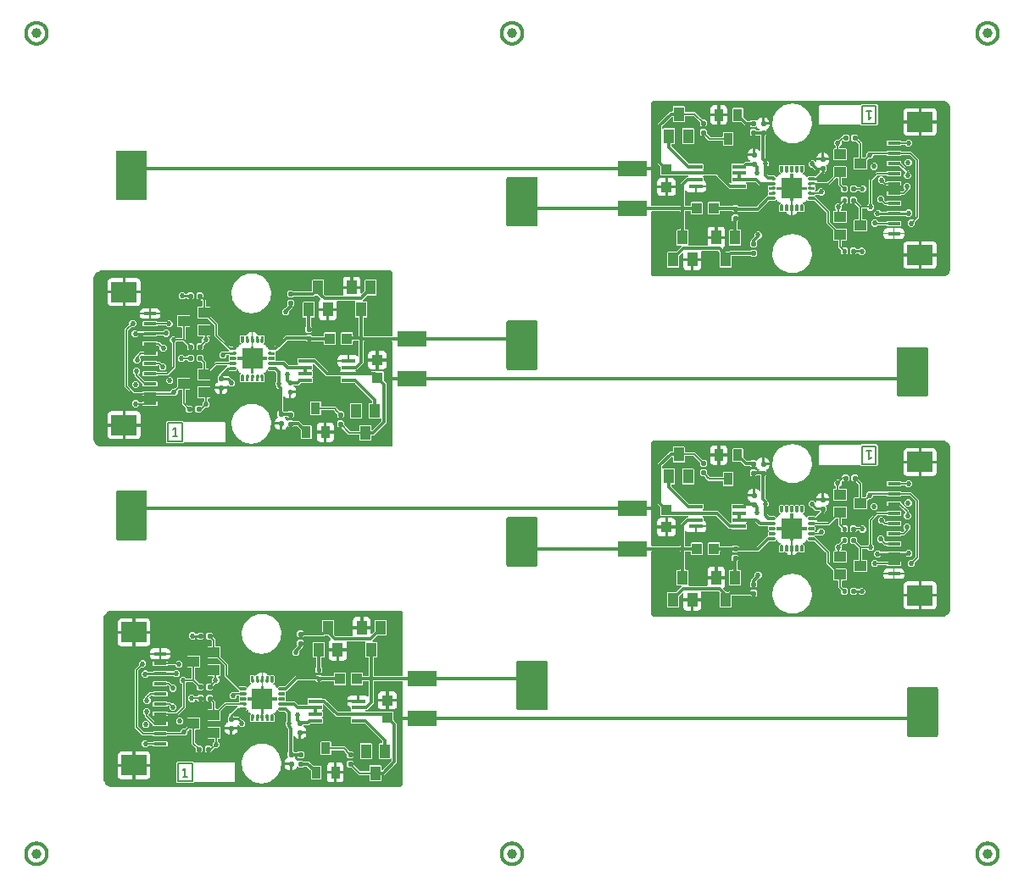
<source format=gtl>
%MOIN*%
%OFA0B0*%
%FSLAX34Y34*%
%IPPOS*%
%LPD*%
%AMOC8*
5,1,8,0,0,$1,22.5*%
%AMOC80*
5,1,8,0,0,$1,22.5*%
%AMOC81*
5,1,8,0,0,$1,112.5*%
%AMOC80*
5,1,8,0,0,$1,-67.5*%
%AMOC81*
5,1,8,0,0,$1,112.5*%
%AMOC80*
5,1,8,0,0,$1,-67.5*%
%ADD10C,0.011811023622047244*%
%ADD11C,0.03937007874015748*%
%ADD22C,0.011811023622047244*%
%ADD23C,0.03937007874015748*%
%ADD24C,0.006000000000000001*%
%ADD25C,0.00984251968503937*%
%ADD26C,0.011811023622047244*%
%ADD27R,0.082677165354330714X0.082677165354330714*%
%ADD28R,0.03937007874015748X0.043307086614173235*%
%ADD29R,0.03937007874015748X0.055118110236220472*%
%ADD30R,0.053149606299212608X0.015748031496062995*%
%ADD31R,0.042519685039370085X0.041338582677165357*%
%ADD32R,0.035433070866141732X0.047244094488188976*%
%ADD33R,0.045000000000000005X0.04*%
%ADD34R,0.11811023622047245X0.059055118110236227*%
%ADD35R,0.051181102362204731X0.011811023622047244*%
%ADD36R,0.0984251968503937X0.07874015748031496*%
%ADD37C,0.013779527559055118*%
%ADD38C,0.020669291338582679*%
%ADD39C,0.005905511811023622*%
%ADD40C,0.0078740157480314977*%
%ADD41C,0.006000000000000001*%
%ADD42C,0.00984251968503937*%
%ADD43C,0.011811023622047244*%
%ADD44R,0.082677165354330714X0.082677165354330714*%
%ADD45R,0.03937007874015748X0.043307086614173235*%
%ADD46R,0.03937007874015748X0.055118110236220472*%
%ADD47R,0.053149606299212608X0.015748031496062995*%
%ADD48R,0.042519685039370085X0.041338582677165357*%
%ADD49R,0.035433070866141732X0.047244094488188976*%
%ADD50R,0.045000000000000005X0.04*%
%ADD51R,0.11811023622047245X0.059055118110236227*%
%ADD52R,0.051181102362204731X0.011811023622047244*%
%ADD53R,0.0984251968503937X0.07874015748031496*%
%ADD54C,0.013779527559055118*%
%ADD55C,0.020669291338582679*%
%ADD56C,0.005905511811023622*%
%ADD57C,0.0078740157480314977*%
%ADD58C,0.006000000000000001*%
%ADD59C,0.00984251968503937*%
%ADD60C,0.011811023622047244*%
%ADD61R,0.082677165354330714X0.082677165354330714*%
%ADD62R,0.03937007874015748X0.043307086614173235*%
%ADD63R,0.03937007874015748X0.055118110236220472*%
%ADD64R,0.053149606299212608X0.015748031496062995*%
%ADD65R,0.042519685039370085X0.041338582677165357*%
%ADD66R,0.035433070866141732X0.047244094488188976*%
%ADD67R,0.045000000000000005X0.04*%
%ADD68R,0.11811023622047245X0.059055118110236227*%
%ADD69R,0.051181102362204731X0.011811023622047244*%
%ADD70R,0.0984251968503937X0.07874015748031496*%
%ADD71C,0.013779527559055118*%
%ADD72C,0.020669291338582679*%
%ADD73C,0.005905511811023622*%
%ADD74C,0.0078740157480314977*%
%ADD75C,0.006000000000000001*%
%ADD76C,0.00984251968503937*%
%ADD77C,0.011811023622047244*%
%ADD78R,0.082677165354330714X0.082677165354330714*%
%ADD79R,0.03937007874015748X0.043307086614173235*%
%ADD80R,0.03937007874015748X0.055118110236220472*%
%ADD81R,0.053149606299212608X0.015748031496062995*%
%ADD82R,0.042519685039370085X0.041338582677165357*%
%ADD83R,0.035433070866141732X0.047244094488188976*%
%ADD84R,0.045000000000000005X0.04*%
%ADD85R,0.11811023622047245X0.059055118110236227*%
%ADD86R,0.051181102362204731X0.011811023622047244*%
%ADD87R,0.0984251968503937X0.07874015748031496*%
%ADD88C,0.013779527559055118*%
%ADD89C,0.020669291338582679*%
%ADD90C,0.005905511811023622*%
%ADD91C,0.0078740157480314977*%
G75*
G01*
D10*
X0000570Y0006102D02*
X0000570Y0006112D01*
X0000571Y0006122D01*
X0000571Y0006132D01*
X0000572Y0006142D01*
X0000573Y0006152D01*
X0000575Y0006163D01*
X0000576Y0006173D01*
X0000578Y0006182D01*
X0000580Y0006192D01*
X0000583Y0006202D01*
X0000585Y0006212D01*
X0000588Y0006222D01*
X0000591Y0006232D01*
X0000595Y0006241D01*
X0000598Y0006251D01*
X0000602Y0006260D01*
X0000606Y0006269D01*
X0000610Y0006279D01*
X0000615Y0006288D01*
X0000619Y0006297D01*
X0000624Y0006306D01*
X0000629Y0006314D01*
X0000635Y0006323D01*
X0000640Y0006332D01*
X0000646Y0006340D01*
X0000652Y0006348D01*
X0000658Y0006356D01*
X0000664Y0006364D01*
X0000671Y0006372D01*
X0000677Y0006379D01*
X0000684Y0006387D01*
X0000691Y0006394D01*
X0000699Y0006401D01*
X0000706Y0006408D01*
X0000714Y0006415D01*
X0000722Y0006421D01*
X0000729Y0006428D01*
X0000737Y0006434D01*
X0000746Y0006440D01*
X0000754Y0006446D01*
X0000763Y0006451D01*
X0000771Y0006456D01*
X0000780Y0006462D01*
X0000789Y0006466D01*
X0000798Y0006471D01*
X0000807Y0006476D01*
X0000816Y0006480D01*
X0000826Y0006484D01*
X0000835Y0006488D01*
X0000845Y0006491D01*
X0000854Y0006494D01*
X0000864Y0006497D01*
X0000874Y0006500D01*
X0000883Y0006503D01*
X0000893Y0006505D01*
X0000903Y0006507D01*
X0000913Y0006509D01*
X0000923Y0006511D01*
X0000933Y0006512D01*
X0000943Y0006513D01*
X0000953Y0006514D01*
X0000963Y0006515D01*
X0000974Y0006515D01*
X0000984Y0006515D01*
X0000994Y0006515D01*
X0001004Y0006515D01*
X0001014Y0006514D01*
X0001024Y0006513D01*
X0001034Y0006512D01*
X0001044Y0006511D01*
X0001054Y0006509D01*
X0001064Y0006507D01*
X0001074Y0006505D01*
X0001084Y0006503D01*
X0001094Y0006500D01*
X0001104Y0006497D01*
X0001113Y0006494D01*
X0001123Y0006491D01*
X0001133Y0006488D01*
X0001142Y0006484D01*
X0001151Y0006480D01*
X0001160Y0006476D01*
X0001170Y0006471D01*
X0001179Y0006466D01*
X0001187Y0006462D01*
X0001196Y0006456D01*
X0001205Y0006451D01*
X0001213Y0006446D01*
X0001222Y0006440D01*
X0001230Y0006434D01*
X0001238Y0006428D01*
X0001246Y0006421D01*
X0001254Y0006415D01*
X0001261Y0006408D01*
X0001269Y0006401D01*
X0001276Y0006394D01*
X0001283Y0006387D01*
X0001290Y0006379D01*
X0001297Y0006372D01*
X0001303Y0006364D01*
X0001310Y0006356D01*
X0001316Y0006348D01*
X0001322Y0006340D01*
X0001327Y0006332D01*
X0001333Y0006323D01*
X0001338Y0006314D01*
X0001343Y0006306D01*
X0001348Y0006297D01*
X0001353Y0006288D01*
X0001357Y0006279D01*
X0001362Y0006269D01*
X0001366Y0006260D01*
X0001369Y0006251D01*
X0001373Y0006241D01*
X0001376Y0006232D01*
X0001379Y0006222D01*
X0001382Y0006212D01*
X0001385Y0006202D01*
X0001387Y0006192D01*
X0001389Y0006182D01*
X0001391Y0006173D01*
X0001393Y0006163D01*
X0001394Y0006152D01*
X0001395Y0006142D01*
X0001396Y0006132D01*
X0001397Y0006122D01*
X0001397Y0006112D01*
X0001397Y0006102D01*
X0001397Y0006092D01*
X0001397Y0006082D01*
X0001396Y0006071D01*
X0001395Y0006061D01*
X0001394Y0006051D01*
X0001393Y0006041D01*
X0001391Y0006031D01*
X0001389Y0006021D01*
X0001387Y0006011D01*
X0001385Y0006001D01*
X0001382Y0005992D01*
X0001379Y0005982D01*
X0001376Y0005972D01*
X0001373Y0005963D01*
X0001369Y0005953D01*
X0001366Y0005944D01*
X0001362Y0005934D01*
X0001357Y0005925D01*
X0001353Y0005916D01*
X0001348Y0005907D01*
X0001343Y0005898D01*
X0001338Y0005889D01*
X0001333Y0005881D01*
X0001327Y0005872D01*
X0001322Y0005864D01*
X0001316Y0005856D01*
X0001310Y0005848D01*
X0001303Y0005840D01*
X0001297Y0005832D01*
X0001290Y0005824D01*
X0001283Y0005817D01*
X0001276Y0005810D01*
X0001269Y0005802D01*
X0001261Y0005796D01*
X0001254Y0005789D01*
X0001246Y0005782D01*
X0001238Y0005776D01*
X0001230Y0005770D01*
X0001222Y0005764D01*
X0001213Y0005758D01*
X0001205Y0005753D01*
X0001196Y0005747D01*
X0001187Y0005742D01*
X0001179Y0005737D01*
X0001170Y0005733D01*
X0001160Y0005728D01*
X0001151Y0005724D01*
X0001142Y0005720D01*
X0001133Y0005716D01*
X0001123Y0005713D01*
X0001113Y0005709D01*
X0001104Y0005706D01*
X0001094Y0005703D01*
X0001084Y0005701D01*
X0001074Y0005699D01*
X0001064Y0005696D01*
X0001054Y0005695D01*
X0001044Y0005693D01*
X0001034Y0005692D01*
X0001024Y0005690D01*
X0001014Y0005690D01*
X0001004Y0005689D01*
X0000994Y0005689D01*
X0000984Y0005688D01*
X0000974Y0005689D01*
X0000963Y0005689D01*
X0000953Y0005690D01*
X0000943Y0005690D01*
X0000933Y0005692D01*
X0000923Y0005693D01*
X0000913Y0005695D01*
X0000903Y0005696D01*
X0000893Y0005699D01*
X0000883Y0005701D01*
X0000874Y0005703D01*
X0000864Y0005706D01*
X0000854Y0005709D01*
X0000845Y0005713D01*
X0000835Y0005716D01*
X0000826Y0005720D01*
X0000816Y0005724D01*
X0000807Y0005728D01*
X0000798Y0005733D01*
X0000789Y0005737D01*
X0000780Y0005742D01*
X0000771Y0005747D01*
X0000763Y0005753D01*
X0000754Y0005758D01*
X0000746Y0005764D01*
X0000737Y0005770D01*
X0000729Y0005776D01*
X0000722Y0005782D01*
X0000714Y0005789D01*
X0000706Y0005796D01*
X0000699Y0005802D01*
X0000691Y0005810D01*
X0000684Y0005817D01*
X0000677Y0005824D01*
X0000671Y0005832D01*
X0000664Y0005840D01*
X0000658Y0005848D01*
X0000652Y0005856D01*
X0000646Y0005864D01*
X0000640Y0005872D01*
X0000635Y0005881D01*
X0000629Y0005889D01*
X0000624Y0005898D01*
X0000619Y0005907D01*
X0000615Y0005916D01*
X0000610Y0005925D01*
X0000606Y0005934D01*
X0000602Y0005944D01*
X0000598Y0005953D01*
X0000595Y0005963D01*
X0000591Y0005972D01*
X0000588Y0005982D01*
X0000585Y0005992D01*
X0000583Y0006001D01*
X0000580Y0006011D01*
X0000578Y0006021D01*
X0000576Y0006031D01*
X0000575Y0006041D01*
X0000573Y0006051D01*
X0000572Y0006061D01*
X0000571Y0006071D01*
X0000571Y0006082D01*
X0000570Y0006092D01*
X0000570Y0006102D01*
X0019271Y0006102D02*
X0019271Y0006112D01*
X0019272Y0006122D01*
X0019272Y0006132D01*
X0019273Y0006142D01*
X0019274Y0006152D01*
X0019276Y0006163D01*
X0019277Y0006173D01*
X0019279Y0006182D01*
X0019281Y0006192D01*
X0019284Y0006202D01*
X0019286Y0006212D01*
X0019289Y0006222D01*
X0019292Y0006232D01*
X0019295Y0006241D01*
X0019299Y0006251D01*
X0019303Y0006260D01*
X0019307Y0006269D01*
X0019311Y0006279D01*
X0019315Y0006288D01*
X0019320Y0006297D01*
X0019325Y0006306D01*
X0019330Y0006314D01*
X0019335Y0006323D01*
X0019341Y0006332D01*
X0019347Y0006340D01*
X0019352Y0006348D01*
X0019359Y0006356D01*
X0019365Y0006364D01*
X0019372Y0006372D01*
X0019378Y0006379D01*
X0019385Y0006387D01*
X0019392Y0006394D01*
X0019400Y0006401D01*
X0019407Y0006408D01*
X0019415Y0006415D01*
X0019422Y0006421D01*
X0019430Y0006428D01*
X0019438Y0006434D01*
X0019447Y0006440D01*
X0019455Y0006446D01*
X0019463Y0006451D01*
X0019472Y0006456D01*
X0019481Y0006462D01*
X0019490Y0006466D01*
X0019499Y0006471D01*
X0019508Y0006476D01*
X0019517Y0006480D01*
X0019526Y0006484D01*
X0019536Y0006488D01*
X0019545Y0006491D01*
X0019555Y0006494D01*
X0019565Y0006497D01*
X0019574Y0006500D01*
X0019584Y0006503D01*
X0019594Y0006505D01*
X0019604Y0006507D01*
X0019614Y0006509D01*
X0019624Y0006511D01*
X0019634Y0006512D01*
X0019644Y0006513D01*
X0019654Y0006514D01*
X0019664Y0006515D01*
X0019674Y0006515D01*
X0019685Y0006515D01*
X0019695Y0006515D01*
X0019705Y0006515D01*
X0019715Y0006514D01*
X0019725Y0006513D01*
X0019735Y0006512D01*
X0019745Y0006511D01*
X0019755Y0006509D01*
X0019765Y0006507D01*
X0019775Y0006505D01*
X0019785Y0006503D01*
X0019795Y0006500D01*
X0019805Y0006497D01*
X0019814Y0006494D01*
X0019824Y0006491D01*
X0019833Y0006488D01*
X0019843Y0006484D01*
X0019852Y0006480D01*
X0019861Y0006476D01*
X0019870Y0006471D01*
X0019879Y0006466D01*
X0019888Y0006462D01*
X0019897Y0006456D01*
X0019906Y0006451D01*
X0019914Y0006446D01*
X0019923Y0006440D01*
X0019931Y0006434D01*
X0019939Y0006428D01*
X0019947Y0006421D01*
X0019955Y0006415D01*
X0019962Y0006408D01*
X0019970Y0006401D01*
X0019977Y0006394D01*
X0019984Y0006387D01*
X0019991Y0006379D01*
X0019998Y0006372D01*
X0020004Y0006364D01*
X0020010Y0006356D01*
X0020017Y0006348D01*
X0020023Y0006340D01*
X0020028Y0006332D01*
X0020034Y0006323D01*
X0020039Y0006314D01*
X0020044Y0006306D01*
X0020049Y0006297D01*
X0020054Y0006288D01*
X0020058Y0006279D01*
X0020062Y0006269D01*
X0020066Y0006260D01*
X0020070Y0006251D01*
X0020074Y0006241D01*
X0020077Y0006232D01*
X0020080Y0006222D01*
X0020083Y0006212D01*
X0020086Y0006202D01*
X0020088Y0006192D01*
X0020090Y0006182D01*
X0020092Y0006173D01*
X0020093Y0006163D01*
X0020095Y0006152D01*
X0020096Y0006142D01*
X0020097Y0006132D01*
X0020097Y0006122D01*
X0020098Y0006112D01*
X0020098Y0006102D01*
X0020098Y0006092D01*
X0020097Y0006082D01*
X0020097Y0006071D01*
X0020096Y0006061D01*
X0020095Y0006051D01*
X0020093Y0006041D01*
X0020092Y0006031D01*
X0020090Y0006021D01*
X0020088Y0006011D01*
X0020086Y0006001D01*
X0020083Y0005992D01*
X0020080Y0005982D01*
X0020077Y0005972D01*
X0020074Y0005963D01*
X0020070Y0005953D01*
X0020066Y0005944D01*
X0020062Y0005934D01*
X0020058Y0005925D01*
X0020054Y0005916D01*
X0020049Y0005907D01*
X0020044Y0005898D01*
X0020039Y0005889D01*
X0020034Y0005881D01*
X0020028Y0005872D01*
X0020023Y0005864D01*
X0020017Y0005856D01*
X0020010Y0005848D01*
X0020004Y0005840D01*
X0019998Y0005832D01*
X0019991Y0005824D01*
X0019984Y0005817D01*
X0019977Y0005810D01*
X0019970Y0005802D01*
X0019962Y0005796D01*
X0019955Y0005789D01*
X0019947Y0005782D01*
X0019939Y0005776D01*
X0019931Y0005770D01*
X0019923Y0005764D01*
X0019914Y0005758D01*
X0019906Y0005753D01*
X0019897Y0005747D01*
X0019888Y0005742D01*
X0019879Y0005737D01*
X0019870Y0005733D01*
X0019861Y0005728D01*
X0019852Y0005724D01*
X0019843Y0005720D01*
X0019833Y0005716D01*
X0019824Y0005713D01*
X0019814Y0005709D01*
X0019805Y0005706D01*
X0019795Y0005703D01*
X0019785Y0005701D01*
X0019775Y0005699D01*
X0019765Y0005696D01*
X0019755Y0005695D01*
X0019745Y0005693D01*
X0019735Y0005692D01*
X0019725Y0005690D01*
X0019715Y0005690D01*
X0019705Y0005689D01*
X0019695Y0005689D01*
X0019685Y0005688D01*
X0019674Y0005689D01*
X0019664Y0005689D01*
X0019654Y0005690D01*
X0019644Y0005690D01*
X0019634Y0005692D01*
X0019624Y0005693D01*
X0019614Y0005695D01*
X0019604Y0005696D01*
X0019594Y0005699D01*
X0019584Y0005701D01*
X0019574Y0005703D01*
X0019565Y0005706D01*
X0019555Y0005709D01*
X0019545Y0005713D01*
X0019536Y0005716D01*
X0019526Y0005720D01*
X0019517Y0005724D01*
X0019508Y0005728D01*
X0019499Y0005733D01*
X0019490Y0005737D01*
X0019481Y0005742D01*
X0019472Y0005747D01*
X0019463Y0005753D01*
X0019455Y0005758D01*
X0019447Y0005764D01*
X0019438Y0005770D01*
X0019430Y0005776D01*
X0019422Y0005782D01*
X0019415Y0005789D01*
X0019407Y0005796D01*
X0019400Y0005802D01*
X0019392Y0005810D01*
X0019385Y0005817D01*
X0019378Y0005824D01*
X0019372Y0005832D01*
X0019365Y0005840D01*
X0019359Y0005848D01*
X0019352Y0005856D01*
X0019347Y0005864D01*
X0019341Y0005872D01*
X0019335Y0005881D01*
X0019330Y0005889D01*
X0019325Y0005898D01*
X0019320Y0005907D01*
X0019315Y0005916D01*
X0019311Y0005925D01*
X0019307Y0005934D01*
X0019303Y0005944D01*
X0019299Y0005953D01*
X0019295Y0005963D01*
X0019292Y0005972D01*
X0019289Y0005982D01*
X0019286Y0005992D01*
X0019284Y0006001D01*
X0019281Y0006011D01*
X0019279Y0006021D01*
X0019277Y0006031D01*
X0019276Y0006041D01*
X0019274Y0006051D01*
X0019273Y0006061D01*
X0019272Y0006071D01*
X0019272Y0006082D01*
X0019271Y0006092D01*
X0019271Y0006102D01*
X0037972Y0006102D02*
X0037972Y0006112D01*
X0037972Y0006122D01*
X0037973Y0006132D01*
X0037974Y0006142D01*
X0037975Y0006152D01*
X0037976Y0006163D01*
X0037978Y0006173D01*
X0037980Y0006182D01*
X0037982Y0006192D01*
X0037984Y0006202D01*
X0037987Y0006212D01*
X0037990Y0006222D01*
X0037993Y0006232D01*
X0037996Y0006241D01*
X0038000Y0006251D01*
X0038003Y0006260D01*
X0038007Y0006269D01*
X0038012Y0006279D01*
X0038016Y0006288D01*
X0038021Y0006297D01*
X0038026Y0006306D01*
X0038031Y0006314D01*
X0038036Y0006323D01*
X0038042Y0006332D01*
X0038047Y0006340D01*
X0038053Y0006348D01*
X0038059Y0006356D01*
X0038066Y0006364D01*
X0038072Y0006372D01*
X0038079Y0006379D01*
X0038086Y0006387D01*
X0038093Y0006394D01*
X0038100Y0006401D01*
X0038108Y0006408D01*
X0038115Y0006415D01*
X0038123Y0006421D01*
X0038131Y0006428D01*
X0038139Y0006434D01*
X0038147Y0006440D01*
X0038156Y0006446D01*
X0038164Y0006451D01*
X0038173Y0006456D01*
X0038182Y0006462D01*
X0038190Y0006466D01*
X0038199Y0006471D01*
X0038209Y0006476D01*
X0038218Y0006480D01*
X0038227Y0006484D01*
X0038237Y0006488D01*
X0038246Y0006491D01*
X0038256Y0006494D01*
X0038265Y0006497D01*
X0038275Y0006500D01*
X0038285Y0006503D01*
X0038295Y0006505D01*
X0038305Y0006507D01*
X0038315Y0006509D01*
X0038325Y0006511D01*
X0038335Y0006512D01*
X0038345Y0006513D01*
X0038355Y0006514D01*
X0038365Y0006515D01*
X0038375Y0006515D01*
X0038385Y0006515D01*
X0038395Y0006515D01*
X0038406Y0006515D01*
X0038416Y0006514D01*
X0038426Y0006513D01*
X0038436Y0006512D01*
X0038446Y0006511D01*
X0038456Y0006509D01*
X0038466Y0006507D01*
X0038476Y0006505D01*
X0038486Y0006503D01*
X0038496Y0006500D01*
X0038505Y0006497D01*
X0038515Y0006494D01*
X0038525Y0006491D01*
X0038534Y0006488D01*
X0038544Y0006484D01*
X0038553Y0006480D01*
X0038562Y0006476D01*
X0038571Y0006471D01*
X0038580Y0006466D01*
X0038589Y0006462D01*
X0038598Y0006456D01*
X0038606Y0006451D01*
X0038615Y0006446D01*
X0038623Y0006440D01*
X0038632Y0006434D01*
X0038640Y0006428D01*
X0038648Y0006421D01*
X0038655Y0006415D01*
X0038663Y0006408D01*
X0038670Y0006401D01*
X0038678Y0006394D01*
X0038685Y0006387D01*
X0038692Y0006379D01*
X0038698Y0006372D01*
X0038705Y0006364D01*
X0038711Y0006356D01*
X0038717Y0006348D01*
X0038723Y0006340D01*
X0038729Y0006332D01*
X0038735Y0006323D01*
X0038740Y0006314D01*
X0038745Y0006306D01*
X0038750Y0006297D01*
X0038755Y0006288D01*
X0038759Y0006279D01*
X0038763Y0006269D01*
X0038767Y0006260D01*
X0038771Y0006251D01*
X0038775Y0006241D01*
X0038778Y0006232D01*
X0038781Y0006222D01*
X0038784Y0006212D01*
X0038786Y0006202D01*
X0038789Y0006192D01*
X0038791Y0006182D01*
X0038793Y0006173D01*
X0038794Y0006163D01*
X0038796Y0006152D01*
X0038797Y0006142D01*
X0038798Y0006132D01*
X0038798Y0006122D01*
X0038799Y0006112D01*
X0038799Y0006102D01*
X0038799Y0006092D01*
X0038798Y0006082D01*
X0038798Y0006071D01*
X0038797Y0006061D01*
X0038796Y0006051D01*
X0038794Y0006041D01*
X0038793Y0006031D01*
X0038791Y0006021D01*
X0038789Y0006011D01*
X0038786Y0006001D01*
X0038784Y0005992D01*
X0038781Y0005982D01*
X0038778Y0005972D01*
X0038775Y0005963D01*
X0038771Y0005953D01*
X0038767Y0005944D01*
X0038763Y0005934D01*
X0038759Y0005925D01*
X0038755Y0005916D01*
X0038750Y0005907D01*
X0038745Y0005898D01*
X0038740Y0005889D01*
X0038735Y0005881D01*
X0038729Y0005872D01*
X0038723Y0005864D01*
X0038717Y0005856D01*
X0038711Y0005848D01*
X0038705Y0005840D01*
X0038698Y0005832D01*
X0038692Y0005824D01*
X0038685Y0005817D01*
X0038678Y0005810D01*
X0038670Y0005802D01*
X0038663Y0005796D01*
X0038655Y0005789D01*
X0038648Y0005782D01*
X0038640Y0005776D01*
X0038632Y0005770D01*
X0038623Y0005764D01*
X0038615Y0005758D01*
X0038606Y0005753D01*
X0038598Y0005747D01*
X0038589Y0005742D01*
X0038580Y0005737D01*
X0038571Y0005733D01*
X0038562Y0005728D01*
X0038553Y0005724D01*
X0038544Y0005720D01*
X0038534Y0005716D01*
X0038525Y0005713D01*
X0038515Y0005709D01*
X0038505Y0005706D01*
X0038496Y0005703D01*
X0038486Y0005701D01*
X0038476Y0005699D01*
X0038466Y0005696D01*
X0038456Y0005695D01*
X0038446Y0005693D01*
X0038436Y0005692D01*
X0038426Y0005690D01*
X0038416Y0005690D01*
X0038406Y0005689D01*
X0038395Y0005689D01*
X0038385Y0005688D01*
X0038375Y0005689D01*
X0038365Y0005689D01*
X0038355Y0005690D01*
X0038345Y0005690D01*
X0038335Y0005692D01*
X0038325Y0005693D01*
X0038315Y0005695D01*
X0038305Y0005696D01*
X0038295Y0005699D01*
X0038285Y0005701D01*
X0038275Y0005703D01*
X0038265Y0005706D01*
X0038256Y0005709D01*
X0038246Y0005713D01*
X0038237Y0005716D01*
X0038227Y0005720D01*
X0038218Y0005724D01*
X0038209Y0005728D01*
X0038199Y0005733D01*
X0038190Y0005737D01*
X0038182Y0005742D01*
X0038173Y0005747D01*
X0038164Y0005753D01*
X0038156Y0005758D01*
X0038147Y0005764D01*
X0038139Y0005770D01*
X0038131Y0005776D01*
X0038123Y0005782D01*
X0038115Y0005789D01*
X0038108Y0005796D01*
X0038100Y0005802D01*
X0038093Y0005810D01*
X0038086Y0005817D01*
X0038079Y0005824D01*
X0038072Y0005832D01*
X0038066Y0005840D01*
X0038059Y0005848D01*
X0038053Y0005856D01*
X0038047Y0005864D01*
X0038042Y0005872D01*
X0038036Y0005881D01*
X0038031Y0005889D01*
X0038026Y0005898D01*
X0038021Y0005907D01*
X0038016Y0005916D01*
X0038012Y0005925D01*
X0038007Y0005934D01*
X0038003Y0005944D01*
X0038000Y0005953D01*
X0037996Y0005963D01*
X0037993Y0005972D01*
X0037990Y0005982D01*
X0037987Y0005992D01*
X0037984Y0006001D01*
X0037982Y0006011D01*
X0037980Y0006021D01*
X0037978Y0006031D01*
X0037976Y0006041D01*
X0037975Y0006051D01*
X0037974Y0006061D01*
X0037973Y0006071D01*
X0037972Y0006082D01*
X0037972Y0006092D01*
X0037972Y0006102D01*
D11*
X0000984Y0006102D03*
X0019685Y0006102D03*
X0038385Y0006102D03*
G04 next file*
G04 EAGLE Gerber RS-274X export*
G75*
G01*
D22*
X0000570Y0038385D02*
X0000570Y0038395D01*
X0000571Y0038406D01*
X0000571Y0038416D01*
X0000572Y0038426D01*
X0000573Y0038436D01*
X0000575Y0038446D01*
X0000576Y0038456D01*
X0000578Y0038466D01*
X0000580Y0038476D01*
X0000583Y0038486D01*
X0000585Y0038496D01*
X0000588Y0038505D01*
X0000591Y0038515D01*
X0000595Y0038525D01*
X0000598Y0038534D01*
X0000602Y0038544D01*
X0000606Y0038553D01*
X0000610Y0038562D01*
X0000615Y0038571D01*
X0000619Y0038580D01*
X0000624Y0038589D01*
X0000629Y0038598D01*
X0000635Y0038606D01*
X0000640Y0038615D01*
X0000646Y0038623D01*
X0000652Y0038632D01*
X0000658Y0038640D01*
X0000664Y0038648D01*
X0000671Y0038655D01*
X0000677Y0038663D01*
X0000684Y0038670D01*
X0000691Y0038678D01*
X0000699Y0038685D01*
X0000706Y0038692D01*
X0000714Y0038698D01*
X0000722Y0038705D01*
X0000729Y0038711D01*
X0000737Y0038717D01*
X0000746Y0038723D01*
X0000754Y0038729D01*
X0000763Y0038735D01*
X0000771Y0038740D01*
X0000780Y0038745D01*
X0000789Y0038750D01*
X0000798Y0038755D01*
X0000807Y0038759D01*
X0000816Y0038763D01*
X0000826Y0038767D01*
X0000835Y0038771D01*
X0000845Y0038775D01*
X0000854Y0038778D01*
X0000864Y0038781D01*
X0000874Y0038784D01*
X0000883Y0038786D01*
X0000893Y0038789D01*
X0000903Y0038791D01*
X0000913Y0038793D01*
X0000923Y0038794D01*
X0000933Y0038796D01*
X0000943Y0038797D01*
X0000953Y0038798D01*
X0000963Y0038798D01*
X0000974Y0038799D01*
X0000984Y0038799D01*
X0000994Y0038799D01*
X0001004Y0038798D01*
X0001014Y0038798D01*
X0001024Y0038797D01*
X0001034Y0038796D01*
X0001044Y0038794D01*
X0001054Y0038793D01*
X0001064Y0038791D01*
X0001074Y0038789D01*
X0001084Y0038786D01*
X0001094Y0038784D01*
X0001104Y0038781D01*
X0001113Y0038778D01*
X0001123Y0038775D01*
X0001133Y0038771D01*
X0001142Y0038767D01*
X0001151Y0038763D01*
X0001160Y0038759D01*
X0001170Y0038755D01*
X0001179Y0038750D01*
X0001187Y0038745D01*
X0001196Y0038740D01*
X0001205Y0038735D01*
X0001213Y0038729D01*
X0001222Y0038723D01*
X0001230Y0038717D01*
X0001238Y0038711D01*
X0001246Y0038705D01*
X0001254Y0038698D01*
X0001261Y0038692D01*
X0001269Y0038685D01*
X0001276Y0038678D01*
X0001283Y0038670D01*
X0001290Y0038663D01*
X0001297Y0038655D01*
X0001303Y0038648D01*
X0001310Y0038640D01*
X0001316Y0038632D01*
X0001322Y0038623D01*
X0001327Y0038615D01*
X0001333Y0038606D01*
X0001338Y0038598D01*
X0001343Y0038589D01*
X0001348Y0038580D01*
X0001353Y0038571D01*
X0001357Y0038562D01*
X0001362Y0038553D01*
X0001366Y0038544D01*
X0001369Y0038534D01*
X0001373Y0038525D01*
X0001376Y0038515D01*
X0001379Y0038505D01*
X0001382Y0038496D01*
X0001385Y0038486D01*
X0001387Y0038476D01*
X0001389Y0038466D01*
X0001391Y0038456D01*
X0001393Y0038446D01*
X0001394Y0038436D01*
X0001395Y0038426D01*
X0001396Y0038416D01*
X0001397Y0038406D01*
X0001397Y0038395D01*
X0001397Y0038385D01*
X0001397Y0038375D01*
X0001397Y0038365D01*
X0001396Y0038355D01*
X0001395Y0038345D01*
X0001394Y0038335D01*
X0001393Y0038325D01*
X0001391Y0038315D01*
X0001389Y0038305D01*
X0001387Y0038295D01*
X0001385Y0038285D01*
X0001382Y0038275D01*
X0001379Y0038265D01*
X0001376Y0038256D01*
X0001373Y0038246D01*
X0001369Y0038237D01*
X0001366Y0038227D01*
X0001362Y0038218D01*
X0001357Y0038209D01*
X0001353Y0038199D01*
X0001348Y0038190D01*
X0001343Y0038182D01*
X0001338Y0038173D01*
X0001333Y0038164D01*
X0001327Y0038156D01*
X0001322Y0038147D01*
X0001316Y0038139D01*
X0001310Y0038131D01*
X0001303Y0038123D01*
X0001297Y0038115D01*
X0001290Y0038108D01*
X0001283Y0038100D01*
X0001276Y0038093D01*
X0001269Y0038086D01*
X0001261Y0038079D01*
X0001254Y0038072D01*
X0001246Y0038066D01*
X0001238Y0038059D01*
X0001230Y0038053D01*
X0001222Y0038047D01*
X0001213Y0038042D01*
X0001205Y0038036D01*
X0001196Y0038031D01*
X0001187Y0038026D01*
X0001179Y0038021D01*
X0001170Y0038016D01*
X0001160Y0038012D01*
X0001151Y0038007D01*
X0001142Y0038003D01*
X0001133Y0038000D01*
X0001123Y0037996D01*
X0001113Y0037993D01*
X0001104Y0037990D01*
X0001094Y0037987D01*
X0001084Y0037984D01*
X0001074Y0037982D01*
X0001064Y0037980D01*
X0001054Y0037978D01*
X0001044Y0037976D01*
X0001034Y0037975D01*
X0001024Y0037974D01*
X0001014Y0037973D01*
X0001004Y0037972D01*
X0000994Y0037972D01*
X0000984Y0037972D01*
X0000974Y0037972D01*
X0000963Y0037972D01*
X0000953Y0037973D01*
X0000943Y0037974D01*
X0000933Y0037975D01*
X0000923Y0037976D01*
X0000913Y0037978D01*
X0000903Y0037980D01*
X0000893Y0037982D01*
X0000883Y0037984D01*
X0000874Y0037987D01*
X0000864Y0037990D01*
X0000854Y0037993D01*
X0000845Y0037996D01*
X0000835Y0038000D01*
X0000826Y0038003D01*
X0000816Y0038007D01*
X0000807Y0038012D01*
X0000798Y0038016D01*
X0000789Y0038021D01*
X0000780Y0038026D01*
X0000771Y0038031D01*
X0000763Y0038036D01*
X0000754Y0038042D01*
X0000746Y0038047D01*
X0000737Y0038053D01*
X0000729Y0038059D01*
X0000722Y0038066D01*
X0000714Y0038072D01*
X0000706Y0038079D01*
X0000699Y0038086D01*
X0000691Y0038093D01*
X0000684Y0038100D01*
X0000677Y0038108D01*
X0000671Y0038115D01*
X0000664Y0038123D01*
X0000658Y0038131D01*
X0000652Y0038139D01*
X0000646Y0038147D01*
X0000640Y0038156D01*
X0000635Y0038164D01*
X0000629Y0038173D01*
X0000624Y0038182D01*
X0000619Y0038190D01*
X0000615Y0038199D01*
X0000610Y0038209D01*
X0000606Y0038218D01*
X0000602Y0038227D01*
X0000598Y0038237D01*
X0000595Y0038246D01*
X0000591Y0038256D01*
X0000588Y0038265D01*
X0000585Y0038275D01*
X0000583Y0038285D01*
X0000580Y0038295D01*
X0000578Y0038305D01*
X0000576Y0038315D01*
X0000575Y0038325D01*
X0000573Y0038335D01*
X0000572Y0038345D01*
X0000571Y0038355D01*
X0000571Y0038365D01*
X0000570Y0038375D01*
X0000570Y0038385D01*
X0019271Y0038385D02*
X0019271Y0038395D01*
X0019272Y0038406D01*
X0019272Y0038416D01*
X0019273Y0038426D01*
X0019274Y0038436D01*
X0019276Y0038446D01*
X0019277Y0038456D01*
X0019279Y0038466D01*
X0019281Y0038476D01*
X0019284Y0038486D01*
X0019286Y0038496D01*
X0019289Y0038505D01*
X0019292Y0038515D01*
X0019295Y0038525D01*
X0019299Y0038534D01*
X0019303Y0038544D01*
X0019307Y0038553D01*
X0019311Y0038562D01*
X0019315Y0038571D01*
X0019320Y0038580D01*
X0019325Y0038589D01*
X0019330Y0038598D01*
X0019335Y0038606D01*
X0019341Y0038615D01*
X0019347Y0038623D01*
X0019352Y0038632D01*
X0019359Y0038640D01*
X0019365Y0038648D01*
X0019372Y0038655D01*
X0019378Y0038663D01*
X0019385Y0038670D01*
X0019392Y0038678D01*
X0019400Y0038685D01*
X0019407Y0038692D01*
X0019415Y0038698D01*
X0019422Y0038705D01*
X0019430Y0038711D01*
X0019438Y0038717D01*
X0019447Y0038723D01*
X0019455Y0038729D01*
X0019463Y0038735D01*
X0019472Y0038740D01*
X0019481Y0038745D01*
X0019490Y0038750D01*
X0019499Y0038755D01*
X0019508Y0038759D01*
X0019517Y0038763D01*
X0019526Y0038767D01*
X0019536Y0038771D01*
X0019545Y0038775D01*
X0019555Y0038778D01*
X0019565Y0038781D01*
X0019574Y0038784D01*
X0019584Y0038786D01*
X0019594Y0038789D01*
X0019604Y0038791D01*
X0019614Y0038793D01*
X0019624Y0038794D01*
X0019634Y0038796D01*
X0019644Y0038797D01*
X0019654Y0038798D01*
X0019664Y0038798D01*
X0019674Y0038799D01*
X0019685Y0038799D01*
X0019695Y0038799D01*
X0019705Y0038798D01*
X0019715Y0038798D01*
X0019725Y0038797D01*
X0019735Y0038796D01*
X0019745Y0038794D01*
X0019755Y0038793D01*
X0019765Y0038791D01*
X0019775Y0038789D01*
X0019785Y0038786D01*
X0019795Y0038784D01*
X0019805Y0038781D01*
X0019814Y0038778D01*
X0019824Y0038775D01*
X0019833Y0038771D01*
X0019843Y0038767D01*
X0019852Y0038763D01*
X0019861Y0038759D01*
X0019870Y0038755D01*
X0019879Y0038750D01*
X0019888Y0038745D01*
X0019897Y0038740D01*
X0019906Y0038735D01*
X0019914Y0038729D01*
X0019923Y0038723D01*
X0019931Y0038717D01*
X0019939Y0038711D01*
X0019947Y0038705D01*
X0019955Y0038698D01*
X0019962Y0038692D01*
X0019970Y0038685D01*
X0019977Y0038678D01*
X0019984Y0038670D01*
X0019991Y0038663D01*
X0019998Y0038655D01*
X0020004Y0038648D01*
X0020010Y0038640D01*
X0020017Y0038632D01*
X0020023Y0038623D01*
X0020028Y0038615D01*
X0020034Y0038606D01*
X0020039Y0038598D01*
X0020044Y0038589D01*
X0020049Y0038580D01*
X0020054Y0038571D01*
X0020058Y0038562D01*
X0020062Y0038553D01*
X0020066Y0038544D01*
X0020070Y0038534D01*
X0020074Y0038525D01*
X0020077Y0038515D01*
X0020080Y0038505D01*
X0020083Y0038496D01*
X0020086Y0038486D01*
X0020088Y0038476D01*
X0020090Y0038466D01*
X0020092Y0038456D01*
X0020093Y0038446D01*
X0020095Y0038436D01*
X0020096Y0038426D01*
X0020097Y0038416D01*
X0020097Y0038406D01*
X0020098Y0038395D01*
X0020098Y0038385D01*
X0020098Y0038375D01*
X0020097Y0038365D01*
X0020097Y0038355D01*
X0020096Y0038345D01*
X0020095Y0038335D01*
X0020093Y0038325D01*
X0020092Y0038315D01*
X0020090Y0038305D01*
X0020088Y0038295D01*
X0020086Y0038285D01*
X0020083Y0038275D01*
X0020080Y0038265D01*
X0020077Y0038256D01*
X0020074Y0038246D01*
X0020070Y0038237D01*
X0020066Y0038227D01*
X0020062Y0038218D01*
X0020058Y0038209D01*
X0020054Y0038199D01*
X0020049Y0038190D01*
X0020044Y0038182D01*
X0020039Y0038173D01*
X0020034Y0038164D01*
X0020028Y0038156D01*
X0020023Y0038147D01*
X0020017Y0038139D01*
X0020010Y0038131D01*
X0020004Y0038123D01*
X0019998Y0038115D01*
X0019991Y0038108D01*
X0019984Y0038100D01*
X0019977Y0038093D01*
X0019970Y0038086D01*
X0019962Y0038079D01*
X0019955Y0038072D01*
X0019947Y0038066D01*
X0019939Y0038059D01*
X0019931Y0038053D01*
X0019923Y0038047D01*
X0019914Y0038042D01*
X0019906Y0038036D01*
X0019897Y0038031D01*
X0019888Y0038026D01*
X0019879Y0038021D01*
X0019870Y0038016D01*
X0019861Y0038012D01*
X0019852Y0038007D01*
X0019843Y0038003D01*
X0019833Y0038000D01*
X0019824Y0037996D01*
X0019814Y0037993D01*
X0019805Y0037990D01*
X0019795Y0037987D01*
X0019785Y0037984D01*
X0019775Y0037982D01*
X0019765Y0037980D01*
X0019755Y0037978D01*
X0019745Y0037976D01*
X0019735Y0037975D01*
X0019725Y0037974D01*
X0019715Y0037973D01*
X0019705Y0037972D01*
X0019695Y0037972D01*
X0019685Y0037972D01*
X0019674Y0037972D01*
X0019664Y0037972D01*
X0019654Y0037973D01*
X0019644Y0037974D01*
X0019634Y0037975D01*
X0019624Y0037976D01*
X0019614Y0037978D01*
X0019604Y0037980D01*
X0019594Y0037982D01*
X0019584Y0037984D01*
X0019574Y0037987D01*
X0019565Y0037990D01*
X0019555Y0037993D01*
X0019545Y0037996D01*
X0019536Y0038000D01*
X0019526Y0038003D01*
X0019517Y0038007D01*
X0019508Y0038012D01*
X0019499Y0038016D01*
X0019490Y0038021D01*
X0019481Y0038026D01*
X0019472Y0038031D01*
X0019463Y0038036D01*
X0019455Y0038042D01*
X0019447Y0038047D01*
X0019438Y0038053D01*
X0019430Y0038059D01*
X0019422Y0038066D01*
X0019415Y0038072D01*
X0019407Y0038079D01*
X0019400Y0038086D01*
X0019392Y0038093D01*
X0019385Y0038100D01*
X0019378Y0038108D01*
X0019372Y0038115D01*
X0019365Y0038123D01*
X0019359Y0038131D01*
X0019352Y0038139D01*
X0019347Y0038147D01*
X0019341Y0038156D01*
X0019335Y0038164D01*
X0019330Y0038173D01*
X0019325Y0038182D01*
X0019320Y0038190D01*
X0019315Y0038199D01*
X0019311Y0038209D01*
X0019307Y0038218D01*
X0019303Y0038227D01*
X0019299Y0038237D01*
X0019295Y0038246D01*
X0019292Y0038256D01*
X0019289Y0038265D01*
X0019286Y0038275D01*
X0019284Y0038285D01*
X0019281Y0038295D01*
X0019279Y0038305D01*
X0019277Y0038315D01*
X0019276Y0038325D01*
X0019274Y0038335D01*
X0019273Y0038345D01*
X0019272Y0038355D01*
X0019272Y0038365D01*
X0019271Y0038375D01*
X0019271Y0038385D01*
X0037972Y0038385D02*
X0037972Y0038395D01*
X0037972Y0038406D01*
X0037973Y0038416D01*
X0037974Y0038426D01*
X0037975Y0038436D01*
X0037976Y0038446D01*
X0037978Y0038456D01*
X0037980Y0038466D01*
X0037982Y0038476D01*
X0037984Y0038486D01*
X0037987Y0038496D01*
X0037990Y0038505D01*
X0037993Y0038515D01*
X0037996Y0038525D01*
X0038000Y0038534D01*
X0038003Y0038544D01*
X0038007Y0038553D01*
X0038012Y0038562D01*
X0038016Y0038571D01*
X0038021Y0038580D01*
X0038026Y0038589D01*
X0038031Y0038598D01*
X0038036Y0038606D01*
X0038042Y0038615D01*
X0038047Y0038623D01*
X0038053Y0038632D01*
X0038059Y0038640D01*
X0038066Y0038648D01*
X0038072Y0038655D01*
X0038079Y0038663D01*
X0038086Y0038670D01*
X0038093Y0038678D01*
X0038100Y0038685D01*
X0038108Y0038692D01*
X0038115Y0038698D01*
X0038123Y0038705D01*
X0038131Y0038711D01*
X0038139Y0038717D01*
X0038147Y0038723D01*
X0038156Y0038729D01*
X0038164Y0038735D01*
X0038173Y0038740D01*
X0038182Y0038745D01*
X0038190Y0038750D01*
X0038199Y0038755D01*
X0038209Y0038759D01*
X0038218Y0038763D01*
X0038227Y0038767D01*
X0038237Y0038771D01*
X0038246Y0038775D01*
X0038256Y0038778D01*
X0038265Y0038781D01*
X0038275Y0038784D01*
X0038285Y0038786D01*
X0038295Y0038789D01*
X0038305Y0038791D01*
X0038315Y0038793D01*
X0038325Y0038794D01*
X0038335Y0038796D01*
X0038345Y0038797D01*
X0038355Y0038798D01*
X0038365Y0038798D01*
X0038375Y0038799D01*
X0038385Y0038799D01*
X0038395Y0038799D01*
X0038406Y0038798D01*
X0038416Y0038798D01*
X0038426Y0038797D01*
X0038436Y0038796D01*
X0038446Y0038794D01*
X0038456Y0038793D01*
X0038466Y0038791D01*
X0038476Y0038789D01*
X0038486Y0038786D01*
X0038496Y0038784D01*
X0038505Y0038781D01*
X0038515Y0038778D01*
X0038525Y0038775D01*
X0038534Y0038771D01*
X0038544Y0038767D01*
X0038553Y0038763D01*
X0038562Y0038759D01*
X0038571Y0038755D01*
X0038580Y0038750D01*
X0038589Y0038745D01*
X0038598Y0038740D01*
X0038606Y0038735D01*
X0038615Y0038729D01*
X0038623Y0038723D01*
X0038632Y0038717D01*
X0038640Y0038711D01*
X0038648Y0038705D01*
X0038655Y0038698D01*
X0038663Y0038692D01*
X0038670Y0038685D01*
X0038678Y0038678D01*
X0038685Y0038670D01*
X0038692Y0038663D01*
X0038698Y0038655D01*
X0038705Y0038648D01*
X0038711Y0038640D01*
X0038717Y0038632D01*
X0038723Y0038623D01*
X0038729Y0038615D01*
X0038735Y0038606D01*
X0038740Y0038598D01*
X0038745Y0038589D01*
X0038750Y0038580D01*
X0038755Y0038571D01*
X0038759Y0038562D01*
X0038763Y0038553D01*
X0038767Y0038544D01*
X0038771Y0038534D01*
X0038775Y0038525D01*
X0038778Y0038515D01*
X0038781Y0038505D01*
X0038784Y0038496D01*
X0038786Y0038486D01*
X0038789Y0038476D01*
X0038791Y0038466D01*
X0038793Y0038456D01*
X0038794Y0038446D01*
X0038796Y0038436D01*
X0038797Y0038426D01*
X0038798Y0038416D01*
X0038798Y0038406D01*
X0038799Y0038395D01*
X0038799Y0038385D01*
X0038799Y0038375D01*
X0038798Y0038365D01*
X0038798Y0038355D01*
X0038797Y0038345D01*
X0038796Y0038335D01*
X0038794Y0038325D01*
X0038793Y0038315D01*
X0038791Y0038305D01*
X0038789Y0038295D01*
X0038786Y0038285D01*
X0038784Y0038275D01*
X0038781Y0038265D01*
X0038778Y0038256D01*
X0038775Y0038246D01*
X0038771Y0038237D01*
X0038767Y0038227D01*
X0038763Y0038218D01*
X0038759Y0038209D01*
X0038755Y0038199D01*
X0038750Y0038190D01*
X0038745Y0038182D01*
X0038740Y0038173D01*
X0038735Y0038164D01*
X0038729Y0038156D01*
X0038723Y0038147D01*
X0038717Y0038139D01*
X0038711Y0038131D01*
X0038705Y0038123D01*
X0038698Y0038115D01*
X0038692Y0038108D01*
X0038685Y0038100D01*
X0038678Y0038093D01*
X0038670Y0038086D01*
X0038663Y0038079D01*
X0038655Y0038072D01*
X0038648Y0038066D01*
X0038640Y0038059D01*
X0038632Y0038053D01*
X0038623Y0038047D01*
X0038615Y0038042D01*
X0038606Y0038036D01*
X0038598Y0038031D01*
X0038589Y0038026D01*
X0038580Y0038021D01*
X0038571Y0038016D01*
X0038562Y0038012D01*
X0038553Y0038007D01*
X0038544Y0038003D01*
X0038534Y0038000D01*
X0038525Y0037996D01*
X0038515Y0037993D01*
X0038505Y0037990D01*
X0038496Y0037987D01*
X0038486Y0037984D01*
X0038476Y0037982D01*
X0038466Y0037980D01*
X0038456Y0037978D01*
X0038446Y0037976D01*
X0038436Y0037975D01*
X0038426Y0037974D01*
X0038416Y0037973D01*
X0038406Y0037972D01*
X0038395Y0037972D01*
X0038385Y0037972D01*
X0038375Y0037972D01*
X0038365Y0037972D01*
X0038355Y0037973D01*
X0038345Y0037974D01*
X0038335Y0037975D01*
X0038325Y0037976D01*
X0038315Y0037978D01*
X0038305Y0037980D01*
X0038295Y0037982D01*
X0038285Y0037984D01*
X0038275Y0037987D01*
X0038265Y0037990D01*
X0038256Y0037993D01*
X0038246Y0037996D01*
X0038237Y0038000D01*
X0038227Y0038003D01*
X0038218Y0038007D01*
X0038209Y0038012D01*
X0038199Y0038016D01*
X0038190Y0038021D01*
X0038182Y0038026D01*
X0038173Y0038031D01*
X0038164Y0038036D01*
X0038156Y0038042D01*
X0038147Y0038047D01*
X0038139Y0038053D01*
X0038131Y0038059D01*
X0038123Y0038066D01*
X0038115Y0038072D01*
X0038108Y0038079D01*
X0038100Y0038086D01*
X0038093Y0038093D01*
X0038086Y0038100D01*
X0038079Y0038108D01*
X0038072Y0038115D01*
X0038066Y0038123D01*
X0038059Y0038131D01*
X0038053Y0038139D01*
X0038047Y0038147D01*
X0038042Y0038156D01*
X0038036Y0038164D01*
X0038031Y0038173D01*
X0038026Y0038182D01*
X0038021Y0038190D01*
X0038016Y0038199D01*
X0038012Y0038209D01*
X0038007Y0038218D01*
X0038003Y0038227D01*
X0038000Y0038237D01*
X0037996Y0038246D01*
X0037993Y0038256D01*
X0037990Y0038265D01*
X0037987Y0038275D01*
X0037984Y0038285D01*
X0037982Y0038295D01*
X0037980Y0038305D01*
X0037978Y0038315D01*
X0037976Y0038325D01*
X0037975Y0038335D01*
X0037974Y0038345D01*
X0037973Y0038355D01*
X0037972Y0038365D01*
X0037972Y0038375D01*
X0037972Y0038385D01*
D23*
X0000984Y0038385D03*
X0019685Y0038385D03*
X0038385Y0038385D03*
G04 next file*
G04 EAGLE Gerber RS-274X export*
G75*
G01*
G36*
X0036928Y0035433D02*
X0036928Y0035433D01*
X0036928Y0035435D01*
X0036923Y0035491D01*
X0036923Y0035493D01*
X0036923Y0035494D01*
X0036921Y0035500D01*
X0036878Y0035602D01*
X0036877Y0035605D01*
X0036876Y0035607D01*
X0036874Y0035610D01*
X0036873Y0035611D01*
X0036873Y0035611D01*
X0036872Y0035612D01*
X0036793Y0035691D01*
X0036791Y0035692D01*
X0036789Y0035694D01*
X0036786Y0035696D01*
X0036785Y0035696D01*
X0036785Y0035697D01*
X0036784Y0035697D01*
X0036681Y0035740D01*
X0036679Y0035740D01*
X0036678Y0035741D01*
X0036672Y0035742D01*
X0036617Y0035747D01*
X0036616Y0035747D01*
X0036614Y0035747D01*
X0025241Y0035747D01*
X0025237Y0035747D01*
X0025234Y0035747D01*
X0025233Y0035746D01*
X0025232Y0035746D01*
X0025228Y0035744D01*
X0025225Y0035743D01*
X0025224Y0035742D01*
X0025223Y0035741D01*
X0025223Y0035741D01*
X0025220Y0035739D01*
X0025175Y0035694D01*
X0025173Y0035691D01*
X0025171Y0035688D01*
X0025170Y0035687D01*
X0025170Y0035686D01*
X0025169Y0035683D01*
X0025167Y0035679D01*
X0025167Y0035678D01*
X0025167Y0035677D01*
X0025167Y0035676D01*
X0025167Y0035673D01*
X0025167Y0031619D01*
X0025167Y0031618D01*
X0025167Y0031617D01*
X0025168Y0031613D01*
X0025168Y0031610D01*
X0025169Y0031609D01*
X0025169Y0031608D01*
X0025171Y0031605D01*
X0025173Y0031601D01*
X0025174Y0031601D01*
X0025174Y0031600D01*
X0025177Y0031597D01*
X0025180Y0031595D01*
X0025181Y0031594D01*
X0025182Y0031594D01*
X0025185Y0031592D01*
X0025189Y0031591D01*
X0025190Y0031591D01*
X0025191Y0031590D01*
X0025196Y0031590D01*
X0026274Y0031590D01*
X0026275Y0031590D01*
X0026276Y0031590D01*
X0026279Y0031591D01*
X0026283Y0031591D01*
X0026284Y0031592D01*
X0026285Y0031592D01*
X0026288Y0031594D01*
X0026292Y0031596D01*
X0026292Y0031596D01*
X0026293Y0031597D01*
X0026296Y0031600D01*
X0026298Y0031603D01*
X0026299Y0031604D01*
X0026299Y0031604D01*
X0026301Y0031608D01*
X0026302Y0031612D01*
X0026302Y0031612D01*
X0026303Y0031613D01*
X0026303Y0031619D01*
X0026303Y0032469D01*
X0026559Y0032724D01*
X0026601Y0032724D01*
X0026605Y0032725D01*
X0026609Y0032725D01*
X0026610Y0032725D01*
X0026611Y0032725D01*
X0026614Y0032727D01*
X0026617Y0032729D01*
X0026618Y0032730D01*
X0026619Y0032730D01*
X0026620Y0032731D01*
X0026622Y0032733D01*
X0026626Y0032737D01*
X0026627Y0032738D01*
X0026628Y0032738D01*
X0026630Y0032742D01*
X0026632Y0032745D01*
X0026632Y0032746D01*
X0026633Y0032746D01*
X0026634Y0032750D01*
X0026635Y0032754D01*
X0026635Y0032755D01*
X0026635Y0032756D01*
X0026635Y0032760D01*
X0026634Y0032764D01*
X0026634Y0032764D01*
X0026634Y0032765D01*
X0026632Y0032769D01*
X0026631Y0032772D01*
X0026630Y0032773D01*
X0026630Y0032774D01*
X0026626Y0032779D01*
X0026622Y0032783D01*
X0026619Y0032785D01*
X0026616Y0032788D01*
X0026615Y0032788D01*
X0026614Y0032789D01*
X0026610Y0032790D01*
X0026607Y0032791D01*
X0026606Y0032791D01*
X0026605Y0032791D01*
X0026604Y0032791D01*
X0026601Y0032792D01*
X0026002Y0032792D01*
X0026000Y0032791D01*
X0025535Y0032791D01*
X0025515Y0032812D01*
X0025515Y0033135D01*
X0025514Y0033139D01*
X0025514Y0033143D01*
X0025513Y0033144D01*
X0025513Y0033145D01*
X0025512Y0033148D01*
X0025510Y0033152D01*
X0025509Y0033153D01*
X0025509Y0033153D01*
X0025508Y0033154D01*
X0025506Y0033156D01*
X0025403Y0033259D01*
X0025403Y0034809D01*
X0025897Y0035302D01*
X0025976Y0035302D01*
X0025977Y0035302D01*
X0025978Y0035302D01*
X0025982Y0035303D01*
X0025985Y0035304D01*
X0025986Y0035304D01*
X0025987Y0035304D01*
X0025990Y0035306D01*
X0025994Y0035308D01*
X0025994Y0035309D01*
X0025995Y0035309D01*
X0025998Y0035312D01*
X0026000Y0035315D01*
X0026001Y0035316D01*
X0026001Y0035317D01*
X0026003Y0035320D01*
X0026004Y0035324D01*
X0026004Y0035325D01*
X0026005Y0035326D01*
X0026005Y0035332D01*
X0026005Y0035498D01*
X0026026Y0035519D01*
X0026449Y0035519D01*
X0026469Y0035498D01*
X0026469Y0035312D01*
X0026469Y0035311D01*
X0026469Y0035310D01*
X0026470Y0035306D01*
X0026471Y0035302D01*
X0026471Y0035302D01*
X0026471Y0035301D01*
X0026473Y0035297D01*
X0026475Y0035294D01*
X0026476Y0035293D01*
X0026476Y0035293D01*
X0026479Y0035290D01*
X0026482Y0035287D01*
X0026483Y0035287D01*
X0026484Y0035286D01*
X0026487Y0035285D01*
X0026491Y0035283D01*
X0026492Y0035283D01*
X0026493Y0035283D01*
X0026499Y0035282D01*
X0026892Y0035282D01*
X0026944Y0035230D01*
X0027180Y0034994D01*
X0027184Y0034992D01*
X0027187Y0034989D01*
X0027187Y0034989D01*
X0027188Y0034988D01*
X0027192Y0034987D01*
X0027196Y0034986D01*
X0027197Y0034986D01*
X0027197Y0034985D01*
X0027198Y0034985D01*
X0027201Y0034985D01*
X0027301Y0034985D01*
X0027351Y0034936D01*
X0027351Y0034768D01*
X0027301Y0034718D01*
X0027133Y0034718D01*
X0027084Y0034768D01*
X0027084Y0034868D01*
X0027083Y0034872D01*
X0027083Y0034875D01*
X0027082Y0034876D01*
X0027082Y0034877D01*
X0027081Y0034881D01*
X0027079Y0034884D01*
X0027078Y0034885D01*
X0027078Y0034886D01*
X0027077Y0034886D01*
X0027075Y0034889D01*
X0026839Y0035125D01*
X0026836Y0035127D01*
X0026833Y0035130D01*
X0026832Y0035130D01*
X0026831Y0035131D01*
X0026827Y0035132D01*
X0026824Y0035133D01*
X0026822Y0035133D01*
X0026822Y0035133D01*
X0026821Y0035133D01*
X0026818Y0035134D01*
X0026499Y0035134D01*
X0026498Y0035133D01*
X0026497Y0035134D01*
X0026493Y0035133D01*
X0026489Y0035132D01*
X0026488Y0035132D01*
X0026487Y0035131D01*
X0026484Y0035129D01*
X0026481Y0035128D01*
X0026480Y0035127D01*
X0026479Y0035126D01*
X0026477Y0035123D01*
X0026474Y0035121D01*
X0026474Y0035120D01*
X0026473Y0035119D01*
X0026472Y0035115D01*
X0026470Y0035112D01*
X0026470Y0035111D01*
X0026470Y0035110D01*
X0026469Y0035104D01*
X0026469Y0034918D01*
X0026449Y0034897D01*
X0026026Y0034897D01*
X0026005Y0034918D01*
X0026005Y0035073D01*
X0026005Y0035076D01*
X0026005Y0035079D01*
X0026004Y0035081D01*
X0026004Y0035083D01*
X0026002Y0035085D01*
X0026001Y0035088D01*
X0026000Y0035090D01*
X0025999Y0035091D01*
X0025997Y0035093D01*
X0025995Y0035096D01*
X0025994Y0035097D01*
X0025992Y0035098D01*
X0025990Y0035099D01*
X0025987Y0035101D01*
X0025985Y0035101D01*
X0025983Y0035102D01*
X0025981Y0035102D01*
X0025978Y0035103D01*
X0025976Y0035103D01*
X0025974Y0035103D01*
X0025971Y0035102D01*
X0025968Y0035102D01*
X0025966Y0035101D01*
X0025965Y0035101D01*
X0025962Y0035099D01*
X0025959Y0035098D01*
X0025957Y0035096D01*
X0025956Y0035096D01*
X0025956Y0035095D01*
X0025955Y0035094D01*
X0025600Y0034739D01*
X0025598Y0034736D01*
X0025595Y0034733D01*
X0025595Y0034732D01*
X0025595Y0034732D01*
X0025593Y0034728D01*
X0025592Y0034724D01*
X0025592Y0034723D01*
X0025592Y0034722D01*
X0025592Y0034721D01*
X0025591Y0034718D01*
X0025591Y0034663D01*
X0025592Y0034661D01*
X0025592Y0034658D01*
X0025593Y0034656D01*
X0025593Y0034654D01*
X0025594Y0034651D01*
X0025595Y0034649D01*
X0025597Y0034647D01*
X0025598Y0034645D01*
X0025600Y0034643D01*
X0025602Y0034641D01*
X0025603Y0034640D01*
X0025605Y0034639D01*
X0025607Y0034638D01*
X0025610Y0034636D01*
X0025612Y0034636D01*
X0025613Y0034635D01*
X0025616Y0034635D01*
X0025619Y0034634D01*
X0025621Y0034634D01*
X0025623Y0034634D01*
X0025626Y0034635D01*
X0025629Y0034635D01*
X0025630Y0034636D01*
X0025632Y0034636D01*
X0025635Y0034638D01*
X0025637Y0034639D01*
X0025640Y0034641D01*
X0025640Y0034641D01*
X0025641Y0034642D01*
X0025642Y0034643D01*
X0025652Y0034653D01*
X0026075Y0034653D01*
X0026095Y0034632D01*
X0026095Y0034052D01*
X0026075Y0034031D01*
X0025987Y0034031D01*
X0025986Y0034031D01*
X0025985Y0034031D01*
X0025981Y0034030D01*
X0025977Y0034030D01*
X0025976Y0034029D01*
X0025976Y0034029D01*
X0025972Y0034027D01*
X0025969Y0034025D01*
X0025968Y0034025D01*
X0025967Y0034024D01*
X0025965Y0034021D01*
X0025962Y0034018D01*
X0025962Y0034017D01*
X0025961Y0034017D01*
X0025960Y0034013D01*
X0025958Y0034009D01*
X0025958Y0034009D01*
X0025958Y0034008D01*
X0025957Y0034002D01*
X0025957Y0033965D01*
X0025958Y0033961D01*
X0025958Y0033957D01*
X0025959Y0033957D01*
X0025959Y0033956D01*
X0025961Y0033952D01*
X0025962Y0033949D01*
X0025963Y0033948D01*
X0025963Y0033947D01*
X0025964Y0033946D01*
X0025966Y0033944D01*
X0026646Y0033264D01*
X0026649Y0033262D01*
X0026652Y0033259D01*
X0026653Y0033259D01*
X0026654Y0033258D01*
X0026658Y0033257D01*
X0026661Y0033256D01*
X0026662Y0033256D01*
X0026663Y0033256D01*
X0026664Y0033256D01*
X0026667Y0033255D01*
X0027194Y0033255D01*
X0027214Y0033235D01*
X0027214Y0033048D01*
X0027200Y0033035D01*
X0027200Y0033034D01*
X0027199Y0033033D01*
X0027197Y0033030D01*
X0027195Y0033027D01*
X0027194Y0033026D01*
X0027194Y0033025D01*
X0027193Y0033021D01*
X0027192Y0033018D01*
X0027192Y0033017D01*
X0027192Y0033016D01*
X0027192Y0033012D01*
X0027192Y0033008D01*
X0027192Y0033007D01*
X0027193Y0033006D01*
X0027194Y0033003D01*
X0027196Y0032999D01*
X0027196Y0032998D01*
X0027197Y0032997D01*
X0027200Y0032993D01*
X0027205Y0032988D01*
X0027208Y0032986D01*
X0027211Y0032984D01*
X0027212Y0032983D01*
X0027212Y0032983D01*
X0027216Y0032982D01*
X0027220Y0032980D01*
X0027221Y0032980D01*
X0027222Y0032980D01*
X0027223Y0032980D01*
X0027225Y0032980D01*
X0027780Y0032980D01*
X0028255Y0032505D01*
X0028257Y0032503D01*
X0028260Y0032501D01*
X0028261Y0032501D01*
X0028263Y0032499D01*
X0028266Y0032499D01*
X0028268Y0032497D01*
X0028270Y0032497D01*
X0028272Y0032497D01*
X0028275Y0032497D01*
X0028278Y0032496D01*
X0028280Y0032497D01*
X0028282Y0032497D01*
X0028284Y0032498D01*
X0028287Y0032499D01*
X0028289Y0032500D01*
X0028291Y0032500D01*
X0028293Y0032502D01*
X0028295Y0032504D01*
X0028297Y0032505D01*
X0028298Y0032506D01*
X0028300Y0032509D01*
X0028301Y0032511D01*
X0028302Y0032513D01*
X0028303Y0032515D01*
X0028304Y0032517D01*
X0028305Y0032520D01*
X0028305Y0032523D01*
X0028305Y0032524D01*
X0028305Y0032525D01*
X0028305Y0032526D01*
X0028305Y0032723D01*
X0028319Y0032737D01*
X0028320Y0032738D01*
X0028321Y0032738D01*
X0028323Y0032742D01*
X0028325Y0032745D01*
X0028325Y0032746D01*
X0028326Y0032746D01*
X0028327Y0032750D01*
X0028328Y0032754D01*
X0028328Y0032755D01*
X0028328Y0032756D01*
X0028327Y0032760D01*
X0028327Y0032764D01*
X0028327Y0032764D01*
X0028327Y0032765D01*
X0028325Y0032769D01*
X0028324Y0032772D01*
X0028323Y0032773D01*
X0028323Y0032774D01*
X0028319Y0032779D01*
X0028305Y0032792D01*
X0028305Y0032979D01*
X0028319Y0032993D01*
X0028320Y0032994D01*
X0028321Y0032994D01*
X0028323Y0032997D01*
X0028325Y0033001D01*
X0028325Y0033002D01*
X0028326Y0033002D01*
X0028327Y0033006D01*
X0028328Y0033010D01*
X0028328Y0033011D01*
X0028328Y0033012D01*
X0028327Y0033016D01*
X0028327Y0033019D01*
X0028327Y0033020D01*
X0028327Y0033021D01*
X0028325Y0033025D01*
X0028324Y0033028D01*
X0028323Y0033029D01*
X0028323Y0033030D01*
X0028319Y0033035D01*
X0028305Y0033048D01*
X0028305Y0033235D01*
X0028326Y0033255D01*
X0028769Y0033255D01*
X0028773Y0033256D01*
X0028776Y0033256D01*
X0028777Y0033257D01*
X0028778Y0033257D01*
X0028782Y0033259D01*
X0028785Y0033260D01*
X0028786Y0033261D01*
X0028787Y0033261D01*
X0028787Y0033262D01*
X0028790Y0033264D01*
X0028856Y0033330D01*
X0029030Y0033330D01*
X0029031Y0033330D01*
X0029032Y0033330D01*
X0029036Y0033331D01*
X0029040Y0033332D01*
X0029040Y0033332D01*
X0029041Y0033332D01*
X0029045Y0033334D01*
X0029048Y0033336D01*
X0029049Y0033337D01*
X0029050Y0033337D01*
X0029052Y0033340D01*
X0029055Y0033343D01*
X0029055Y0033344D01*
X0029056Y0033345D01*
X0029057Y0033348D01*
X0029059Y0033352D01*
X0029059Y0033353D01*
X0029059Y0033354D01*
X0029059Y0033358D01*
X0029060Y0033361D01*
X0029059Y0033362D01*
X0029059Y0033363D01*
X0029058Y0033367D01*
X0029057Y0033371D01*
X0029057Y0033372D01*
X0029057Y0033373D01*
X0029054Y0033376D01*
X0029052Y0033379D01*
X0029052Y0033380D01*
X0029051Y0033380D01*
X0029047Y0033384D01*
X0029028Y0033396D01*
X0029001Y0033424D01*
X0028979Y0033457D01*
X0028964Y0033493D01*
X0028956Y0033531D01*
X0028956Y0033551D01*
X0029185Y0033551D01*
X0029186Y0033551D01*
X0029187Y0033551D01*
X0029191Y0033552D01*
X0029194Y0033552D01*
X0029195Y0033553D01*
X0029196Y0033553D01*
X0029199Y0033555D01*
X0029203Y0033557D01*
X0029204Y0033558D01*
X0029204Y0033558D01*
X0029207Y0033561D01*
X0029209Y0033564D01*
X0029210Y0033565D01*
X0029210Y0033566D01*
X0029212Y0033569D01*
X0029213Y0033573D01*
X0029214Y0033574D01*
X0029214Y0033575D01*
X0029214Y0033580D01*
X0029214Y0033590D01*
X0029224Y0033590D01*
X0029225Y0033590D01*
X0029226Y0033590D01*
X0029230Y0033591D01*
X0029234Y0033592D01*
X0029235Y0033592D01*
X0029236Y0033593D01*
X0029239Y0033595D01*
X0029242Y0033596D01*
X0029243Y0033597D01*
X0029244Y0033598D01*
X0029246Y0033601D01*
X0029249Y0033603D01*
X0029249Y0033604D01*
X0029250Y0033605D01*
X0029251Y0033609D01*
X0029253Y0033612D01*
X0029253Y0033613D01*
X0029253Y0033614D01*
X0029254Y0033620D01*
X0029254Y0033849D01*
X0029273Y0033849D01*
X0029312Y0033841D01*
X0029348Y0033826D01*
X0029361Y0033818D01*
X0029381Y0033804D01*
X0029409Y0033776D01*
X0029410Y0033774D01*
X0029411Y0033773D01*
X0029411Y0033772D01*
X0029414Y0033769D01*
X0029417Y0033767D01*
X0029418Y0033766D01*
X0029419Y0033766D01*
X0029422Y0033764D01*
X0029425Y0033762D01*
X0029426Y0033762D01*
X0029427Y0033762D01*
X0029431Y0033761D01*
X0029435Y0033761D01*
X0029436Y0033761D01*
X0029437Y0033761D01*
X0029441Y0033761D01*
X0029444Y0033762D01*
X0029445Y0033763D01*
X0029446Y0033763D01*
X0029449Y0033765D01*
X0029453Y0033767D01*
X0029453Y0033767D01*
X0029454Y0033768D01*
X0029457Y0033771D01*
X0029459Y0033774D01*
X0029460Y0033775D01*
X0029460Y0033775D01*
X0029462Y0033779D01*
X0029463Y0033782D01*
X0029463Y0033783D01*
X0029464Y0033784D01*
X0029464Y0033790D01*
X0029464Y0034337D01*
X0029464Y0034341D01*
X0029463Y0034345D01*
X0029463Y0034346D01*
X0029463Y0034347D01*
X0029461Y0034350D01*
X0029459Y0034353D01*
X0029459Y0034354D01*
X0029458Y0034355D01*
X0029458Y0034356D01*
X0029456Y0034358D01*
X0029444Y0034370D01*
X0029441Y0034372D01*
X0029438Y0034375D01*
X0029437Y0034375D01*
X0029436Y0034376D01*
X0029432Y0034377D01*
X0029429Y0034378D01*
X0029427Y0034378D01*
X0029427Y0034378D01*
X0029426Y0034378D01*
X0029423Y0034379D01*
X0029304Y0034379D01*
X0029300Y0034378D01*
X0029296Y0034378D01*
X0029295Y0034377D01*
X0029294Y0034377D01*
X0029291Y0034375D01*
X0029288Y0034374D01*
X0029287Y0034373D01*
X0029286Y0034373D01*
X0029285Y0034372D01*
X0029283Y0034370D01*
X0029261Y0034348D01*
X0029093Y0034348D01*
X0029044Y0034397D01*
X0029044Y0034566D01*
X0029093Y0034615D01*
X0029261Y0034615D01*
X0029301Y0034575D01*
X0029304Y0034573D01*
X0029307Y0034571D01*
X0029308Y0034570D01*
X0029309Y0034570D01*
X0029312Y0034569D01*
X0029316Y0034567D01*
X0029317Y0034567D01*
X0029318Y0034567D01*
X0029319Y0034567D01*
X0029322Y0034567D01*
X0029384Y0034567D01*
X0029385Y0034567D01*
X0029386Y0034567D01*
X0029390Y0034568D01*
X0029393Y0034568D01*
X0029394Y0034569D01*
X0029395Y0034569D01*
X0029399Y0034571D01*
X0029402Y0034573D01*
X0029403Y0034574D01*
X0029403Y0034574D01*
X0029406Y0034577D01*
X0029408Y0034580D01*
X0029409Y0034581D01*
X0029410Y0034582D01*
X0029411Y0034585D01*
X0029412Y0034589D01*
X0029413Y0034590D01*
X0029413Y0034591D01*
X0029413Y0034594D01*
X0029413Y0034598D01*
X0029413Y0034599D01*
X0029413Y0034600D01*
X0029412Y0034604D01*
X0029411Y0034608D01*
X0029411Y0034608D01*
X0029410Y0034609D01*
X0029408Y0034612D01*
X0029406Y0034616D01*
X0029405Y0034616D01*
X0029405Y0034617D01*
X0029400Y0034621D01*
X0029382Y0034633D01*
X0029355Y0034661D01*
X0029333Y0034693D01*
X0029323Y0034717D01*
X0029322Y0034718D01*
X0029321Y0034720D01*
X0029320Y0034722D01*
X0029318Y0034725D01*
X0029317Y0034726D01*
X0029315Y0034727D01*
X0029313Y0034729D01*
X0029311Y0034731D01*
X0029309Y0034731D01*
X0029307Y0034732D01*
X0029304Y0034733D01*
X0029302Y0034734D01*
X0029300Y0034734D01*
X0029298Y0034735D01*
X0029295Y0034734D01*
X0029292Y0034735D01*
X0029290Y0034734D01*
X0029288Y0034734D01*
X0029286Y0034733D01*
X0029283Y0034732D01*
X0029281Y0034731D01*
X0029279Y0034730D01*
X0029275Y0034726D01*
X0029275Y0034726D01*
X0029261Y0034712D01*
X0029093Y0034712D01*
X0029062Y0034743D01*
X0029059Y0034745D01*
X0029056Y0034748D01*
X0029055Y0034748D01*
X0029054Y0034749D01*
X0029051Y0034750D01*
X0029047Y0034751D01*
X0029046Y0034751D01*
X0029045Y0034751D01*
X0029044Y0034751D01*
X0029041Y0034752D01*
X0028848Y0034752D01*
X0028701Y0034899D01*
X0028698Y0034901D01*
X0028695Y0034904D01*
X0028694Y0034904D01*
X0028693Y0034905D01*
X0028689Y0034906D01*
X0028686Y0034907D01*
X0028685Y0034907D01*
X0028684Y0034907D01*
X0028683Y0034907D01*
X0028680Y0034908D01*
X0028371Y0034908D01*
X0028350Y0034928D01*
X0028350Y0035430D01*
X0028371Y0035450D01*
X0028754Y0035450D01*
X0028775Y0035430D01*
X0028775Y0035104D01*
X0028775Y0035100D01*
X0028776Y0035096D01*
X0028776Y0035095D01*
X0028776Y0035094D01*
X0028778Y0035091D01*
X0028780Y0035087D01*
X0028780Y0035086D01*
X0028781Y0035086D01*
X0028781Y0035085D01*
X0028783Y0035083D01*
X0028917Y0034948D01*
X0028921Y0034946D01*
X0028923Y0034944D01*
X0028924Y0034943D01*
X0028925Y0034943D01*
X0028929Y0034942D01*
X0028932Y0034940D01*
X0028934Y0034940D01*
X0028934Y0034940D01*
X0028935Y0034940D01*
X0028938Y0034940D01*
X0029041Y0034940D01*
X0029045Y0034940D01*
X0029049Y0034941D01*
X0029050Y0034941D01*
X0029051Y0034941D01*
X0029054Y0034943D01*
X0029058Y0034945D01*
X0029059Y0034946D01*
X0029059Y0034946D01*
X0029060Y0034947D01*
X0029062Y0034948D01*
X0029093Y0034979D01*
X0029261Y0034979D01*
X0029280Y0034960D01*
X0029282Y0034959D01*
X0029283Y0034958D01*
X0029286Y0034956D01*
X0029288Y0034955D01*
X0029290Y0034954D01*
X0029292Y0034953D01*
X0029294Y0034953D01*
X0029297Y0034952D01*
X0029299Y0034952D01*
X0029301Y0034952D01*
X0029304Y0034952D01*
X0029307Y0034952D01*
X0029309Y0034953D01*
X0029310Y0034953D01*
X0029313Y0034955D01*
X0029316Y0034956D01*
X0029317Y0034957D01*
X0029319Y0034958D01*
X0029321Y0034960D01*
X0029323Y0034962D01*
X0029324Y0034963D01*
X0029326Y0034965D01*
X0029328Y0034970D01*
X0029328Y0034970D01*
X0029333Y0034981D01*
X0029355Y0035013D01*
X0029382Y0035041D01*
X0029415Y0035063D01*
X0029451Y0035078D01*
X0029490Y0035085D01*
X0029509Y0035085D01*
X0029509Y0034857D01*
X0029509Y0034856D01*
X0029509Y0034855D01*
X0029510Y0034851D01*
X0029511Y0034847D01*
X0029511Y0034846D01*
X0029512Y0034845D01*
X0029514Y0034842D01*
X0029515Y0034839D01*
X0029516Y0034838D01*
X0029517Y0034837D01*
X0029520Y0034835D01*
X0029522Y0034832D01*
X0029523Y0034832D01*
X0029524Y0034831D01*
X0029528Y0034830D01*
X0029531Y0034828D01*
X0029532Y0034828D01*
X0029533Y0034828D01*
X0029539Y0034827D01*
X0029549Y0034827D01*
X0029549Y0034817D01*
X0029549Y0034816D01*
X0029549Y0034815D01*
X0029550Y0034812D01*
X0029550Y0034808D01*
X0029551Y0034807D01*
X0029551Y0034806D01*
X0029553Y0034803D01*
X0029555Y0034799D01*
X0029555Y0034799D01*
X0029556Y0034798D01*
X0029559Y0034795D01*
X0029562Y0034793D01*
X0029563Y0034792D01*
X0029563Y0034792D01*
X0029567Y0034790D01*
X0029571Y0034789D01*
X0029571Y0034789D01*
X0029572Y0034788D01*
X0029578Y0034788D01*
X0029807Y0034788D01*
X0029807Y0034768D01*
X0029799Y0034730D01*
X0029784Y0034693D01*
X0029762Y0034661D01*
X0029735Y0034633D01*
X0029702Y0034611D01*
X0029697Y0034609D01*
X0029696Y0034608D01*
X0029694Y0034607D01*
X0029692Y0034606D01*
X0029689Y0034604D01*
X0029688Y0034603D01*
X0029686Y0034601D01*
X0029685Y0034599D01*
X0029683Y0034597D01*
X0029682Y0034595D01*
X0029681Y0034593D01*
X0029681Y0034590D01*
X0029680Y0034588D01*
X0029680Y0034586D01*
X0029679Y0034584D01*
X0029679Y0034581D01*
X0029679Y0034578D01*
X0029680Y0034576D01*
X0029680Y0034574D01*
X0029681Y0034572D01*
X0029682Y0034569D01*
X0029683Y0034567D01*
X0029684Y0034566D01*
X0029688Y0034561D01*
X0029688Y0034561D01*
X0029692Y0034557D01*
X0029692Y0034389D01*
X0029661Y0034358D01*
X0029659Y0034355D01*
X0029657Y0034352D01*
X0029656Y0034351D01*
X0029656Y0034350D01*
X0029655Y0034346D01*
X0029653Y0034343D01*
X0029653Y0034342D01*
X0029653Y0034341D01*
X0029653Y0034340D01*
X0029653Y0034337D01*
X0029653Y0033494D01*
X0029653Y0033490D01*
X0029654Y0033486D01*
X0029654Y0033485D01*
X0029654Y0033484D01*
X0029656Y0033481D01*
X0029658Y0033478D01*
X0029658Y0033477D01*
X0029659Y0033476D01*
X0029659Y0033475D01*
X0029661Y0033473D01*
X0029731Y0033403D01*
X0029731Y0033373D01*
X0029732Y0033370D01*
X0029732Y0033366D01*
X0029733Y0033365D01*
X0029733Y0033364D01*
X0029735Y0033361D01*
X0029736Y0033357D01*
X0029737Y0033356D01*
X0029738Y0033356D01*
X0029738Y0033355D01*
X0029740Y0033353D01*
X0029776Y0033317D01*
X0029776Y0033202D01*
X0029740Y0033167D01*
X0029738Y0033164D01*
X0029735Y0033161D01*
X0029735Y0033160D01*
X0029735Y0033159D01*
X0029733Y0033155D01*
X0029732Y0033152D01*
X0029732Y0033150D01*
X0029732Y0033150D01*
X0029732Y0033149D01*
X0029731Y0033146D01*
X0029731Y0032861D01*
X0029732Y0032857D01*
X0029732Y0032854D01*
X0029733Y0032853D01*
X0029733Y0032852D01*
X0029735Y0032848D01*
X0029736Y0032845D01*
X0029737Y0032844D01*
X0029738Y0032843D01*
X0029738Y0032843D01*
X0029740Y0032840D01*
X0029789Y0032791D01*
X0029792Y0032789D01*
X0029795Y0032787D01*
X0029796Y0032786D01*
X0029797Y0032786D01*
X0029801Y0032785D01*
X0029804Y0032783D01*
X0029805Y0032783D01*
X0029806Y0032783D01*
X0029807Y0032783D01*
X0029810Y0032783D01*
X0030003Y0032783D01*
X0030006Y0032779D01*
X0030009Y0032777D01*
X0030010Y0032777D01*
X0030010Y0032777D01*
X0030012Y0032775D01*
X0030013Y0032774D01*
X0030014Y0032774D01*
X0030018Y0032773D01*
X0030021Y0032771D01*
X0030023Y0032771D01*
X0030023Y0032771D01*
X0030024Y0032771D01*
X0030027Y0032771D01*
X0030035Y0032771D01*
X0030078Y0032727D01*
X0030081Y0032725D01*
X0030084Y0032722D01*
X0030085Y0032722D01*
X0030086Y0032721D01*
X0030090Y0032720D01*
X0030093Y0032719D01*
X0030094Y0032719D01*
X0030095Y0032719D01*
X0030099Y0032719D01*
X0030103Y0032719D01*
X0030104Y0032719D01*
X0030105Y0032719D01*
X0030108Y0032720D01*
X0030112Y0032721D01*
X0030113Y0032722D01*
X0030114Y0032722D01*
X0030117Y0032725D01*
X0030120Y0032727D01*
X0030121Y0032728D01*
X0030121Y0032728D01*
X0030123Y0032732D01*
X0030126Y0032735D01*
X0030126Y0032736D01*
X0030126Y0032737D01*
X0030127Y0032738D01*
X0030128Y0032740D01*
X0030131Y0032754D01*
X0030151Y0032788D01*
X0030179Y0032816D01*
X0030213Y0032836D01*
X0030227Y0032840D01*
X0030231Y0032842D01*
X0030234Y0032843D01*
X0030235Y0032843D01*
X0030236Y0032844D01*
X0030239Y0032847D01*
X0030242Y0032849D01*
X0030242Y0032850D01*
X0030243Y0032850D01*
X0030245Y0032854D01*
X0030247Y0032857D01*
X0030247Y0032858D01*
X0030248Y0032859D01*
X0030248Y0032863D01*
X0030249Y0032866D01*
X0030249Y0032867D01*
X0030249Y0032868D01*
X0030248Y0032872D01*
X0030248Y0032876D01*
X0030248Y0032877D01*
X0030248Y0032878D01*
X0030246Y0032881D01*
X0030244Y0032885D01*
X0030243Y0032886D01*
X0030243Y0032886D01*
X0030242Y0032887D01*
X0030240Y0032889D01*
X0030197Y0032933D01*
X0030197Y0032965D01*
X0030197Y0032965D01*
X0030197Y0033018D01*
X0030197Y0033142D01*
X0030197Y0033183D01*
X0030207Y0033194D01*
X0030217Y0033204D01*
X0030259Y0033204D01*
X0030323Y0033204D01*
X0030364Y0033204D01*
X0030368Y0033200D01*
X0030369Y0033199D01*
X0030370Y0033199D01*
X0030373Y0033197D01*
X0030376Y0033194D01*
X0030377Y0033194D01*
X0030378Y0033194D01*
X0030382Y0033193D01*
X0030385Y0033192D01*
X0030386Y0033192D01*
X0030387Y0033191D01*
X0030391Y0033192D01*
X0030395Y0033192D01*
X0030396Y0033192D01*
X0030397Y0033192D01*
X0030400Y0033194D01*
X0030404Y0033195D01*
X0030405Y0033196D01*
X0030406Y0033196D01*
X0030410Y0033200D01*
X0030414Y0033204D01*
X0030455Y0033204D01*
X0030520Y0033204D01*
X0030561Y0033204D01*
X0030565Y0033200D01*
X0030566Y0033199D01*
X0030567Y0033199D01*
X0030570Y0033197D01*
X0030573Y0033194D01*
X0030574Y0033194D01*
X0030575Y0033194D01*
X0030579Y0033193D01*
X0030582Y0033192D01*
X0030583Y0033192D01*
X0030584Y0033191D01*
X0030588Y0033192D01*
X0030592Y0033192D01*
X0030593Y0033192D01*
X0030594Y0033192D01*
X0030597Y0033194D01*
X0030598Y0033194D01*
X0030598Y0033194D01*
X0030601Y0033195D01*
X0030602Y0033196D01*
X0030602Y0033196D01*
X0030605Y0033199D01*
X0030606Y0033199D01*
X0030606Y0033199D01*
X0030607Y0033200D01*
X0030611Y0033204D01*
X0030652Y0033204D01*
X0030717Y0033204D01*
X0030758Y0033204D01*
X0030762Y0033200D01*
X0030763Y0033199D01*
X0030764Y0033199D01*
X0030767Y0033197D01*
X0030770Y0033194D01*
X0030771Y0033194D01*
X0030772Y0033194D01*
X0030775Y0033193D01*
X0030779Y0033192D01*
X0030780Y0033192D01*
X0030781Y0033191D01*
X0030785Y0033192D01*
X0030789Y0033192D01*
X0030790Y0033192D01*
X0030791Y0033192D01*
X0030794Y0033194D01*
X0030798Y0033195D01*
X0030798Y0033196D01*
X0030799Y0033196D01*
X0030804Y0033200D01*
X0030808Y0033204D01*
X0030836Y0033204D01*
X0030849Y0033204D01*
X0030914Y0033204D01*
X0030955Y0033204D01*
X0030959Y0033200D01*
X0030960Y0033199D01*
X0030960Y0033199D01*
X0030964Y0033197D01*
X0030967Y0033194D01*
X0030968Y0033194D01*
X0030969Y0033194D01*
X0030972Y0033193D01*
X0030976Y0033192D01*
X0030977Y0033192D01*
X0030978Y0033191D01*
X0030982Y0033192D01*
X0030986Y0033192D01*
X0030986Y0033192D01*
X0030987Y0033192D01*
X0030991Y0033194D01*
X0030995Y0033195D01*
X0030995Y0033196D01*
X0030996Y0033196D01*
X0031001Y0033200D01*
X0031005Y0033204D01*
X0031033Y0033204D01*
X0031046Y0033204D01*
X0031111Y0033204D01*
X0031152Y0033204D01*
X0031172Y0033183D01*
X0031172Y0032965D01*
X0031172Y0032965D01*
X0031172Y0032933D01*
X0031129Y0032889D01*
X0031126Y0032886D01*
X0031124Y0032883D01*
X0031124Y0032882D01*
X0031123Y0032881D01*
X0031122Y0032878D01*
X0031121Y0032874D01*
X0031121Y0032873D01*
X0031120Y0032872D01*
X0031120Y0032868D01*
X0031120Y0032865D01*
X0031121Y0032864D01*
X0031121Y0032863D01*
X0031122Y0032859D01*
X0031123Y0032855D01*
X0031124Y0032855D01*
X0031124Y0032854D01*
X0031126Y0032851D01*
X0031129Y0032848D01*
X0031129Y0032847D01*
X0031130Y0032846D01*
X0031133Y0032844D01*
X0031136Y0032842D01*
X0031138Y0032842D01*
X0031138Y0032841D01*
X0031139Y0032841D01*
X0031142Y0032840D01*
X0031156Y0032836D01*
X0031190Y0032816D01*
X0031218Y0032788D01*
X0031238Y0032754D01*
X0031241Y0032740D01*
X0031243Y0032737D01*
X0031244Y0032733D01*
X0031245Y0032732D01*
X0031245Y0032732D01*
X0031248Y0032729D01*
X0031251Y0032726D01*
X0031251Y0032725D01*
X0031252Y0032725D01*
X0031255Y0032723D01*
X0031259Y0032721D01*
X0031260Y0032720D01*
X0031260Y0032720D01*
X0031264Y0032719D01*
X0031268Y0032718D01*
X0031269Y0032719D01*
X0031270Y0032718D01*
X0031274Y0032719D01*
X0031278Y0032719D01*
X0031278Y0032720D01*
X0031279Y0032720D01*
X0031283Y0032722D01*
X0031286Y0032723D01*
X0031287Y0032724D01*
X0031288Y0032724D01*
X0031289Y0032725D01*
X0031291Y0032727D01*
X0031335Y0032771D01*
X0031366Y0032771D01*
X0031367Y0032771D01*
X0031409Y0032771D01*
X0031420Y0032771D01*
X0031544Y0032771D01*
X0031586Y0032771D01*
X0031589Y0032769D01*
X0031590Y0032769D01*
X0031591Y0032768D01*
X0031595Y0032767D01*
X0031598Y0032766D01*
X0031599Y0032766D01*
X0031600Y0032766D01*
X0031604Y0032766D01*
X0031608Y0032766D01*
X0031609Y0032767D01*
X0031610Y0032767D01*
X0031613Y0032768D01*
X0031617Y0032770D01*
X0031618Y0032770D01*
X0031618Y0032771D01*
X0031623Y0032774D01*
X0031783Y0032935D01*
X0031784Y0032936D01*
X0031785Y0032936D01*
X0031787Y0032939D01*
X0031789Y0032942D01*
X0031789Y0032943D01*
X0031790Y0032944D01*
X0031791Y0032948D01*
X0031792Y0032952D01*
X0031792Y0032953D01*
X0031792Y0032954D01*
X0031792Y0032957D01*
X0031791Y0032961D01*
X0031791Y0032962D01*
X0031791Y0032963D01*
X0031789Y0032967D01*
X0031788Y0032970D01*
X0031787Y0032971D01*
X0031787Y0032972D01*
X0031783Y0032976D01*
X0031782Y0032978D01*
X0031779Y0032980D01*
X0031776Y0032982D01*
X0031775Y0032983D01*
X0031774Y0032983D01*
X0031771Y0032984D01*
X0031767Y0032986D01*
X0031766Y0032986D01*
X0031765Y0032986D01*
X0031764Y0032986D01*
X0031761Y0032986D01*
X0031612Y0032986D01*
X0031495Y0033103D01*
X0031492Y0033105D01*
X0031489Y0033107D01*
X0031488Y0033108D01*
X0031487Y0033108D01*
X0031484Y0033109D01*
X0031480Y0033111D01*
X0031479Y0033111D01*
X0031478Y0033111D01*
X0031477Y0033111D01*
X0031474Y0033111D01*
X0031440Y0033111D01*
X0031359Y0033192D01*
X0031359Y0033307D01*
X0031440Y0033388D01*
X0031555Y0033388D01*
X0031610Y0033333D01*
X0031611Y0033332D01*
X0031611Y0033331D01*
X0031615Y0033329D01*
X0031618Y0033327D01*
X0031619Y0033327D01*
X0031620Y0033326D01*
X0031623Y0033326D01*
X0031627Y0033324D01*
X0031628Y0033324D01*
X0031629Y0033324D01*
X0031633Y0033325D01*
X0031637Y0033325D01*
X0031637Y0033325D01*
X0031638Y0033325D01*
X0031642Y0033327D01*
X0031646Y0033328D01*
X0031646Y0033329D01*
X0031647Y0033329D01*
X0031650Y0033332D01*
X0031653Y0033334D01*
X0031653Y0033335D01*
X0031654Y0033336D01*
X0031656Y0033339D01*
X0031658Y0033342D01*
X0031658Y0033343D01*
X0031659Y0033344D01*
X0031659Y0033348D01*
X0031660Y0033352D01*
X0031660Y0033353D01*
X0031660Y0033354D01*
X0031660Y0033359D01*
X0031658Y0033366D01*
X0031658Y0033385D01*
X0031887Y0033385D01*
X0031888Y0033386D01*
X0031889Y0033385D01*
X0031893Y0033386D01*
X0031897Y0033387D01*
X0031898Y0033387D01*
X0031898Y0033388D01*
X0031902Y0033390D01*
X0031905Y0033391D01*
X0031906Y0033392D01*
X0031907Y0033393D01*
X0031907Y0033393D01*
X0031907Y0033393D01*
X0031910Y0033390D01*
X0031911Y0033390D01*
X0031912Y0033389D01*
X0031915Y0033388D01*
X0031919Y0033386D01*
X0031920Y0033386D01*
X0031921Y0033386D01*
X0031927Y0033385D01*
X0032155Y0033385D01*
X0032155Y0033366D01*
X0032148Y0033327D01*
X0032133Y0033291D01*
X0032111Y0033258D01*
X0032083Y0033231D01*
X0032050Y0033209D01*
X0032046Y0033207D01*
X0032044Y0033206D01*
X0032042Y0033205D01*
X0032040Y0033203D01*
X0032038Y0033202D01*
X0032036Y0033200D01*
X0032035Y0033199D01*
X0032033Y0033197D01*
X0032031Y0033194D01*
X0032031Y0033193D01*
X0032030Y0033191D01*
X0032029Y0033188D01*
X0032028Y0033185D01*
X0032028Y0033183D01*
X0032028Y0033181D01*
X0032028Y0033179D01*
X0032028Y0033176D01*
X0032028Y0033174D01*
X0032029Y0033172D01*
X0032030Y0033169D01*
X0032031Y0033167D01*
X0032032Y0033165D01*
X0032032Y0033163D01*
X0032036Y0033159D01*
X0032036Y0033159D01*
X0032040Y0033155D01*
X0032040Y0032986D01*
X0032000Y0032946D01*
X0031998Y0032943D01*
X0031995Y0032940D01*
X0031995Y0032939D01*
X0031994Y0032938D01*
X0031993Y0032934D01*
X0031992Y0032931D01*
X0031992Y0032929D01*
X0031991Y0032929D01*
X0031991Y0032928D01*
X0031991Y0032925D01*
X0031991Y0032904D01*
X0031933Y0032846D01*
X0031682Y0032595D01*
X0031680Y0032592D01*
X0031678Y0032590D01*
X0031677Y0032589D01*
X0031676Y0032587D01*
X0031675Y0032584D01*
X0031674Y0032582D01*
X0031674Y0032580D01*
X0031673Y0032578D01*
X0031673Y0032575D01*
X0031673Y0032572D01*
X0031673Y0032570D01*
X0031674Y0032568D01*
X0031675Y0032565D01*
X0031675Y0032563D01*
X0031676Y0032561D01*
X0031677Y0032559D01*
X0031679Y0032557D01*
X0031680Y0032554D01*
X0031682Y0032553D01*
X0031683Y0032552D01*
X0031685Y0032550D01*
X0031688Y0032548D01*
X0031689Y0032548D01*
X0031691Y0032547D01*
X0031694Y0032546D01*
X0031697Y0032545D01*
X0031700Y0032545D01*
X0031700Y0032544D01*
X0031701Y0032545D01*
X0031702Y0032544D01*
X0032086Y0032544D01*
X0032090Y0032545D01*
X0032094Y0032545D01*
X0032095Y0032546D01*
X0032096Y0032546D01*
X0032099Y0032548D01*
X0032103Y0032549D01*
X0032104Y0032550D01*
X0032104Y0032550D01*
X0032105Y0032551D01*
X0032107Y0032553D01*
X0032316Y0032762D01*
X0032318Y0032765D01*
X0032321Y0032768D01*
X0032321Y0032769D01*
X0032321Y0032770D01*
X0032323Y0032773D01*
X0032324Y0032777D01*
X0032324Y0032778D01*
X0032324Y0032779D01*
X0032324Y0032780D01*
X0032325Y0032783D01*
X0032325Y0033134D01*
X0032345Y0033154D01*
X0032824Y0033154D01*
X0032845Y0033134D01*
X0032845Y0032705D01*
X0032824Y0032684D01*
X0032679Y0032684D01*
X0032678Y0032684D01*
X0032677Y0032684D01*
X0032673Y0032683D01*
X0032669Y0032683D01*
X0032668Y0032682D01*
X0032667Y0032682D01*
X0032664Y0032680D01*
X0032661Y0032678D01*
X0032660Y0032677D01*
X0032659Y0032677D01*
X0032657Y0032674D01*
X0032654Y0032671D01*
X0032654Y0032670D01*
X0032653Y0032669D01*
X0032652Y0032666D01*
X0032650Y0032662D01*
X0032650Y0032661D01*
X0032650Y0032660D01*
X0032649Y0032655D01*
X0032649Y0032476D01*
X0032650Y0032472D01*
X0032650Y0032468D01*
X0032650Y0032468D01*
X0032651Y0032467D01*
X0032652Y0032463D01*
X0032654Y0032460D01*
X0032655Y0032459D01*
X0032655Y0032458D01*
X0032656Y0032457D01*
X0032658Y0032455D01*
X0032702Y0032411D01*
X0032705Y0032409D01*
X0032708Y0032407D01*
X0032709Y0032406D01*
X0032709Y0032406D01*
X0032713Y0032405D01*
X0032717Y0032403D01*
X0032718Y0032403D01*
X0032719Y0032403D01*
X0032720Y0032403D01*
X0032723Y0032403D01*
X0032837Y0032403D01*
X0032886Y0032353D01*
X0032886Y0032185D01*
X0032837Y0032136D01*
X0032668Y0032136D01*
X0032619Y0032185D01*
X0032619Y0032299D01*
X0032618Y0032303D01*
X0032618Y0032307D01*
X0032618Y0032308D01*
X0032617Y0032309D01*
X0032616Y0032312D01*
X0032614Y0032315D01*
X0032613Y0032317D01*
X0032613Y0032317D01*
X0032612Y0032318D01*
X0032610Y0032320D01*
X0032520Y0032410D01*
X0032520Y0032655D01*
X0032520Y0032656D01*
X0032520Y0032657D01*
X0032519Y0032660D01*
X0032518Y0032664D01*
X0032518Y0032665D01*
X0032518Y0032666D01*
X0032516Y0032669D01*
X0032514Y0032673D01*
X0032513Y0032673D01*
X0032513Y0032674D01*
X0032510Y0032677D01*
X0032507Y0032679D01*
X0032506Y0032680D01*
X0032505Y0032680D01*
X0032502Y0032682D01*
X0032498Y0032683D01*
X0032497Y0032683D01*
X0032496Y0032684D01*
X0032490Y0032684D01*
X0032433Y0032684D01*
X0032429Y0032684D01*
X0032425Y0032683D01*
X0032425Y0032683D01*
X0032424Y0032683D01*
X0032420Y0032681D01*
X0032417Y0032679D01*
X0032416Y0032678D01*
X0032415Y0032678D01*
X0032414Y0032677D01*
X0032412Y0032676D01*
X0032152Y0032415D01*
X0031627Y0032415D01*
X0031623Y0032415D01*
X0031619Y0032414D01*
X0031618Y0032414D01*
X0031617Y0032414D01*
X0031614Y0032412D01*
X0031610Y0032410D01*
X0031609Y0032409D01*
X0031609Y0032409D01*
X0031608Y0032408D01*
X0031606Y0032407D01*
X0031601Y0032402D01*
X0031601Y0032401D01*
X0031600Y0032401D01*
X0031598Y0032398D01*
X0031596Y0032394D01*
X0031596Y0032394D01*
X0031595Y0032393D01*
X0031594Y0032389D01*
X0031593Y0032385D01*
X0031593Y0032384D01*
X0031593Y0032383D01*
X0031593Y0032380D01*
X0031593Y0032376D01*
X0031594Y0032375D01*
X0031594Y0032374D01*
X0031595Y0032370D01*
X0031597Y0032367D01*
X0031597Y0032366D01*
X0031598Y0032365D01*
X0031601Y0032361D01*
X0031605Y0032357D01*
X0031605Y0032209D01*
X0031601Y0032205D01*
X0031601Y0032205D01*
X0031600Y0032204D01*
X0031598Y0032201D01*
X0031596Y0032198D01*
X0031596Y0032197D01*
X0031595Y0032196D01*
X0031594Y0032192D01*
X0031593Y0032188D01*
X0031593Y0032187D01*
X0031593Y0032187D01*
X0031593Y0032183D01*
X0031593Y0032179D01*
X0031594Y0032178D01*
X0031594Y0032177D01*
X0031595Y0032173D01*
X0031597Y0032170D01*
X0031597Y0032169D01*
X0031598Y0032168D01*
X0031601Y0032164D01*
X0031606Y0032159D01*
X0031609Y0032157D01*
X0031612Y0032155D01*
X0031613Y0032154D01*
X0031614Y0032154D01*
X0031617Y0032153D01*
X0031621Y0032151D01*
X0031622Y0032151D01*
X0031623Y0032151D01*
X0031624Y0032151D01*
X0031627Y0032151D01*
X0031670Y0032151D01*
X0031670Y0032151D01*
X0031671Y0032151D01*
X0031675Y0032152D01*
X0031679Y0032152D01*
X0031680Y0032153D01*
X0031681Y0032153D01*
X0031684Y0032155D01*
X0031687Y0032157D01*
X0031688Y0032157D01*
X0031689Y0032158D01*
X0031691Y0032161D01*
X0031694Y0032164D01*
X0031694Y0032165D01*
X0031695Y0032165D01*
X0031696Y0032169D01*
X0031698Y0032173D01*
X0031698Y0032173D01*
X0031698Y0032174D01*
X0031699Y0032180D01*
X0031699Y0032207D01*
X0031780Y0032288D01*
X0031895Y0032288D01*
X0031976Y0032207D01*
X0031976Y0032092D01*
X0031895Y0032011D01*
X0031780Y0032011D01*
X0031778Y0032013D01*
X0031775Y0032015D01*
X0031772Y0032018D01*
X0031771Y0032018D01*
X0031771Y0032019D01*
X0031767Y0032020D01*
X0031763Y0032021D01*
X0031762Y0032021D01*
X0031761Y0032021D01*
X0031760Y0032021D01*
X0031758Y0032022D01*
X0031627Y0032022D01*
X0031623Y0032021D01*
X0031619Y0032021D01*
X0031618Y0032020D01*
X0031617Y0032020D01*
X0031614Y0032018D01*
X0031610Y0032017D01*
X0031609Y0032016D01*
X0031609Y0032015D01*
X0031608Y0032015D01*
X0031606Y0032013D01*
X0031601Y0032009D01*
X0031601Y0032008D01*
X0031600Y0032007D01*
X0031598Y0032004D01*
X0031596Y0032001D01*
X0031596Y0032000D01*
X0031595Y0031999D01*
X0031594Y0031995D01*
X0031593Y0031992D01*
X0031593Y0031991D01*
X0031593Y0031990D01*
X0031593Y0031986D01*
X0031593Y0031982D01*
X0031594Y0031981D01*
X0031594Y0031980D01*
X0031595Y0031977D01*
X0031597Y0031973D01*
X0031597Y0031972D01*
X0031598Y0031971D01*
X0031601Y0031967D01*
X0031606Y0031962D01*
X0031606Y0031961D01*
X0031606Y0031957D01*
X0031607Y0031957D01*
X0031607Y0031956D01*
X0031609Y0031952D01*
X0031610Y0031949D01*
X0031611Y0031948D01*
X0031612Y0031947D01*
X0031612Y0031946D01*
X0031614Y0031944D01*
X0032172Y0031386D01*
X0032172Y0030985D01*
X0032173Y0030982D01*
X0032173Y0030978D01*
X0032173Y0030977D01*
X0032173Y0030976D01*
X0032175Y0030972D01*
X0032177Y0030969D01*
X0032178Y0030968D01*
X0032178Y0030967D01*
X0032179Y0030967D01*
X0032181Y0030964D01*
X0032432Y0030713D01*
X0032435Y0030711D01*
X0032438Y0030708D01*
X0032439Y0030708D01*
X0032440Y0030707D01*
X0032444Y0030706D01*
X0032447Y0030705D01*
X0032449Y0030705D01*
X0032449Y0030704D01*
X0032450Y0030705D01*
X0032453Y0030704D01*
X0032824Y0030704D01*
X0032845Y0030684D01*
X0032845Y0030255D01*
X0032824Y0030234D01*
X0032679Y0030234D01*
X0032678Y0030234D01*
X0032677Y0030234D01*
X0032673Y0030233D01*
X0032669Y0030233D01*
X0032668Y0030232D01*
X0032667Y0030232D01*
X0032664Y0030230D01*
X0032661Y0030228D01*
X0032660Y0030227D01*
X0032659Y0030227D01*
X0032657Y0030224D01*
X0032654Y0030221D01*
X0032654Y0030220D01*
X0032653Y0030219D01*
X0032652Y0030216D01*
X0032650Y0030212D01*
X0032650Y0030211D01*
X0032650Y0030210D01*
X0032649Y0030205D01*
X0032649Y0030026D01*
X0032650Y0030022D01*
X0032650Y0030018D01*
X0032650Y0030018D01*
X0032651Y0030017D01*
X0032652Y0030013D01*
X0032654Y0030010D01*
X0032655Y0030009D01*
X0032655Y0030008D01*
X0032656Y0030007D01*
X0032658Y0030005D01*
X0032702Y0029961D01*
X0032705Y0029959D01*
X0032708Y0029957D01*
X0032709Y0029956D01*
X0032709Y0029956D01*
X0032713Y0029955D01*
X0032717Y0029953D01*
X0032718Y0029953D01*
X0032719Y0029953D01*
X0032720Y0029953D01*
X0032723Y0029953D01*
X0032837Y0029953D01*
X0032886Y0029903D01*
X0032886Y0029735D01*
X0032837Y0029686D01*
X0032668Y0029686D01*
X0032619Y0029735D01*
X0032619Y0029849D01*
X0032618Y0029853D01*
X0032618Y0029857D01*
X0032618Y0029858D01*
X0032617Y0029859D01*
X0032616Y0029862D01*
X0032614Y0029865D01*
X0032613Y0029867D01*
X0032613Y0029867D01*
X0032612Y0029868D01*
X0032610Y0029870D01*
X0032520Y0029960D01*
X0032520Y0030205D01*
X0032520Y0030206D01*
X0032520Y0030207D01*
X0032519Y0030210D01*
X0032518Y0030214D01*
X0032518Y0030215D01*
X0032518Y0030216D01*
X0032516Y0030219D01*
X0032514Y0030223D01*
X0032513Y0030223D01*
X0032513Y0030224D01*
X0032510Y0030227D01*
X0032507Y0030229D01*
X0032506Y0030230D01*
X0032505Y0030230D01*
X0032502Y0030232D01*
X0032498Y0030233D01*
X0032497Y0030233D01*
X0032496Y0030234D01*
X0032490Y0030234D01*
X0032345Y0030234D01*
X0032325Y0030255D01*
X0032325Y0030626D01*
X0032324Y0030630D01*
X0032324Y0030633D01*
X0032323Y0030634D01*
X0032323Y0030635D01*
X0032321Y0030639D01*
X0032320Y0030642D01*
X0032319Y0030643D01*
X0032318Y0030644D01*
X0032318Y0030644D01*
X0032316Y0030647D01*
X0032043Y0030920D01*
X0032043Y0031321D01*
X0032042Y0031325D01*
X0032042Y0031328D01*
X0032041Y0031329D01*
X0032041Y0031330D01*
X0032039Y0031334D01*
X0032038Y0031337D01*
X0032037Y0031338D01*
X0032037Y0031339D01*
X0032036Y0031339D01*
X0032034Y0031342D01*
X0031589Y0031787D01*
X0031586Y0031789D01*
X0031583Y0031791D01*
X0031582Y0031792D01*
X0031581Y0031792D01*
X0031578Y0031793D01*
X0031574Y0031795D01*
X0031573Y0031795D01*
X0031572Y0031795D01*
X0031571Y0031795D01*
X0031568Y0031795D01*
X0031367Y0031795D01*
X0031366Y0031795D01*
X0031335Y0031795D01*
X0031291Y0031839D01*
X0031288Y0031841D01*
X0031285Y0031844D01*
X0031284Y0031844D01*
X0031283Y0031845D01*
X0031279Y0031846D01*
X0031276Y0031847D01*
X0031275Y0031847D01*
X0031274Y0031847D01*
X0031270Y0031847D01*
X0031266Y0031847D01*
X0031265Y0031847D01*
X0031264Y0031847D01*
X0031261Y0031846D01*
X0031257Y0031845D01*
X0031256Y0031844D01*
X0031255Y0031844D01*
X0031252Y0031841D01*
X0031249Y0031839D01*
X0031249Y0031838D01*
X0031248Y0031837D01*
X0031246Y0031834D01*
X0031244Y0031831D01*
X0031243Y0031830D01*
X0031243Y0031829D01*
X0031242Y0031828D01*
X0031241Y0031826D01*
X0031238Y0031812D01*
X0031218Y0031777D01*
X0031190Y0031750D01*
X0031156Y0031730D01*
X0031142Y0031726D01*
X0031138Y0031724D01*
X0031135Y0031723D01*
X0031134Y0031722D01*
X0031133Y0031722D01*
X0031130Y0031719D01*
X0031127Y0031717D01*
X0031127Y0031716D01*
X0031126Y0031715D01*
X0031124Y0031712D01*
X0031122Y0031709D01*
X0031122Y0031708D01*
X0031122Y0031707D01*
X0031121Y0031703D01*
X0031120Y0031700D01*
X0031120Y0031699D01*
X0031120Y0031698D01*
X0031121Y0031694D01*
X0031121Y0031690D01*
X0031121Y0031689D01*
X0031122Y0031688D01*
X0031123Y0031685D01*
X0031125Y0031681D01*
X0031126Y0031680D01*
X0031126Y0031680D01*
X0031127Y0031679D01*
X0031129Y0031677D01*
X0031172Y0031633D01*
X0031172Y0031601D01*
X0031172Y0031601D01*
X0031172Y0031383D01*
X0031152Y0031362D01*
X0031005Y0031362D01*
X0031001Y0031366D01*
X0031000Y0031367D01*
X0030999Y0031367D01*
X0030996Y0031369D01*
X0030993Y0031372D01*
X0030992Y0031372D01*
X0030991Y0031372D01*
X0030987Y0031373D01*
X0030984Y0031374D01*
X0030983Y0031374D01*
X0030982Y0031375D01*
X0030978Y0031374D01*
X0030974Y0031374D01*
X0030973Y0031374D01*
X0030972Y0031374D01*
X0030969Y0031372D01*
X0030965Y0031371D01*
X0030964Y0031370D01*
X0030963Y0031370D01*
X0030959Y0031366D01*
X0030955Y0031362D01*
X0030912Y0031362D01*
X0030910Y0031362D01*
X0030908Y0031362D01*
X0030906Y0031361D01*
X0030903Y0031360D01*
X0030901Y0031360D01*
X0030899Y0031359D01*
X0030897Y0031357D01*
X0030894Y0031356D01*
X0030893Y0031355D01*
X0030891Y0031353D01*
X0030890Y0031351D01*
X0030888Y0031349D01*
X0030887Y0031347D01*
X0030886Y0031346D01*
X0030884Y0031340D01*
X0030884Y0031340D01*
X0030883Y0031339D01*
X0030864Y0031305D01*
X0030836Y0031277D01*
X0030802Y0031257D01*
X0030763Y0031247D01*
X0030714Y0031247D01*
X0030714Y0031397D01*
X0030744Y0031397D01*
X0030744Y0031397D01*
X0030744Y0031397D01*
X0030744Y0031574D01*
X0030744Y0031574D01*
X0030744Y0031574D01*
X0030714Y0031574D01*
X0030714Y0031802D01*
X0030716Y0031802D01*
X0030717Y0031802D01*
X0030718Y0031802D01*
X0030722Y0031803D01*
X0030725Y0031804D01*
X0030726Y0031805D01*
X0030727Y0031805D01*
X0030730Y0031807D01*
X0030733Y0031809D01*
X0030734Y0031810D01*
X0030735Y0031810D01*
X0030737Y0031814D01*
X0030740Y0031817D01*
X0030740Y0031817D01*
X0030741Y0031818D01*
X0030742Y0031822D01*
X0030743Y0031826D01*
X0030743Y0031827D01*
X0030743Y0031827D01*
X0030743Y0031828D01*
X0030744Y0031831D01*
X0030744Y0032224D01*
X0031250Y0032224D01*
X0031251Y0032224D01*
X0031252Y0032224D01*
X0031256Y0032225D01*
X0031259Y0032226D01*
X0031260Y0032226D01*
X0031261Y0032226D01*
X0031265Y0032228D01*
X0031268Y0032230D01*
X0031269Y0032231D01*
X0031269Y0032231D01*
X0031272Y0032234D01*
X0031274Y0032237D01*
X0031275Y0032238D01*
X0031275Y0032239D01*
X0031277Y0032242D01*
X0031278Y0032246D01*
X0031279Y0032247D01*
X0031279Y0032248D01*
X0031279Y0032253D01*
X0031279Y0032312D01*
X0031279Y0032313D01*
X0031279Y0032314D01*
X0031279Y0032318D01*
X0031278Y0032322D01*
X0031277Y0032323D01*
X0031277Y0032324D01*
X0031275Y0032327D01*
X0031273Y0032330D01*
X0031273Y0032331D01*
X0031272Y0032332D01*
X0031269Y0032334D01*
X0031266Y0032337D01*
X0031265Y0032337D01*
X0031265Y0032338D01*
X0031261Y0032339D01*
X0031258Y0032341D01*
X0031257Y0032341D01*
X0031256Y0032341D01*
X0031250Y0032342D01*
X0030744Y0032342D01*
X0030744Y0032848D01*
X0030743Y0032849D01*
X0030744Y0032850D01*
X0030743Y0032854D01*
X0030742Y0032858D01*
X0030742Y0032859D01*
X0030741Y0032860D01*
X0030739Y0032863D01*
X0030737Y0032866D01*
X0030737Y0032867D01*
X0030736Y0032868D01*
X0030733Y0032870D01*
X0030730Y0032873D01*
X0030730Y0032873D01*
X0030729Y0032874D01*
X0030725Y0032875D01*
X0030722Y0032877D01*
X0030721Y0032877D01*
X0030720Y0032877D01*
X0030714Y0032878D01*
X0030655Y0032878D01*
X0030654Y0032878D01*
X0030653Y0032878D01*
X0030649Y0032877D01*
X0030646Y0032876D01*
X0030645Y0032876D01*
X0030644Y0032876D01*
X0030640Y0032874D01*
X0030637Y0032872D01*
X0030636Y0032871D01*
X0030636Y0032871D01*
X0030633Y0032868D01*
X0030630Y0032865D01*
X0030630Y0032864D01*
X0030630Y0032863D01*
X0030628Y0032860D01*
X0030626Y0032856D01*
X0030626Y0032855D01*
X0030626Y0032854D01*
X0030626Y0032848D01*
X0030626Y0032342D01*
X0030119Y0032342D01*
X0030118Y0032342D01*
X0030117Y0032342D01*
X0030113Y0032341D01*
X0030110Y0032340D01*
X0030109Y0032340D01*
X0030108Y0032340D01*
X0030105Y0032338D01*
X0030101Y0032336D01*
X0030101Y0032335D01*
X0030100Y0032335D01*
X0030097Y0032332D01*
X0030095Y0032329D01*
X0030094Y0032328D01*
X0030094Y0032327D01*
X0030092Y0032324D01*
X0030091Y0032320D01*
X0030091Y0032319D01*
X0030090Y0032318D01*
X0030090Y0032312D01*
X0030090Y0032253D01*
X0030090Y0032252D01*
X0030090Y0032252D01*
X0030091Y0032248D01*
X0030091Y0032244D01*
X0030092Y0032243D01*
X0030092Y0032242D01*
X0030094Y0032239D01*
X0030096Y0032235D01*
X0030096Y0032235D01*
X0030097Y0032234D01*
X0030100Y0032232D01*
X0030103Y0032229D01*
X0030104Y0032229D01*
X0030104Y0032228D01*
X0030108Y0032227D01*
X0030112Y0032225D01*
X0030112Y0032225D01*
X0030113Y0032225D01*
X0030119Y0032224D01*
X0030626Y0032224D01*
X0030626Y0031831D01*
X0030626Y0031828D01*
X0030626Y0031824D01*
X0030627Y0031823D01*
X0030627Y0031822D01*
X0030629Y0031819D01*
X0030630Y0031815D01*
X0030631Y0031814D01*
X0030632Y0031813D01*
X0030634Y0031811D01*
X0030637Y0031808D01*
X0030638Y0031808D01*
X0030639Y0031807D01*
X0030642Y0031805D01*
X0030646Y0031803D01*
X0030646Y0031803D01*
X0030647Y0031803D01*
X0030651Y0031802D01*
X0030655Y0031802D01*
X0030655Y0031802D01*
X0030655Y0031574D01*
X0030625Y0031574D01*
X0030625Y0031574D01*
X0030625Y0031574D01*
X0030625Y0031397D01*
X0030625Y0031397D01*
X0030625Y0031397D01*
X0030655Y0031397D01*
X0030655Y0031247D01*
X0030606Y0031247D01*
X0030594Y0031250D01*
X0030568Y0031257D01*
X0030533Y0031277D01*
X0030505Y0031305D01*
X0030486Y0031339D01*
X0030485Y0031340D01*
X0030485Y0031342D01*
X0030484Y0031344D01*
X0030483Y0031346D01*
X0030481Y0031349D01*
X0030480Y0031350D01*
X0030479Y0031352D01*
X0030477Y0031354D01*
X0030475Y0031356D01*
X0030473Y0031357D01*
X0030472Y0031358D01*
X0030469Y0031359D01*
X0030466Y0031360D01*
X0030464Y0031361D01*
X0030463Y0031361D01*
X0030457Y0031362D01*
X0030457Y0031362D01*
X0030414Y0031362D01*
X0030410Y0031366D01*
X0030409Y0031367D01*
X0030409Y0031367D01*
X0030405Y0031369D01*
X0030402Y0031372D01*
X0030401Y0031372D01*
X0030401Y0031372D01*
X0030397Y0031373D01*
X0030393Y0031374D01*
X0030392Y0031374D01*
X0030391Y0031375D01*
X0030387Y0031374D01*
X0030384Y0031374D01*
X0030383Y0031374D01*
X0030382Y0031374D01*
X0030378Y0031372D01*
X0030375Y0031371D01*
X0030374Y0031370D01*
X0030373Y0031370D01*
X0030368Y0031366D01*
X0030364Y0031362D01*
X0030217Y0031362D01*
X0030197Y0031383D01*
X0030197Y0031424D01*
X0030197Y0031548D01*
X0030197Y0031601D01*
X0030197Y0031601D01*
X0030197Y0031633D01*
X0030240Y0031677D01*
X0030243Y0031680D01*
X0030245Y0031683D01*
X0030245Y0031684D01*
X0030246Y0031685D01*
X0030247Y0031688D01*
X0030249Y0031692D01*
X0030249Y0031693D01*
X0030249Y0031694D01*
X0030249Y0031698D01*
X0030249Y0031701D01*
X0030249Y0031702D01*
X0030249Y0031703D01*
X0030247Y0031707D01*
X0030246Y0031711D01*
X0030246Y0031711D01*
X0030245Y0031712D01*
X0030243Y0031715D01*
X0030240Y0031718D01*
X0030240Y0031719D01*
X0030239Y0031720D01*
X0030236Y0031722D01*
X0030233Y0031724D01*
X0030231Y0031724D01*
X0030231Y0031725D01*
X0030230Y0031725D01*
X0030227Y0031726D01*
X0030213Y0031730D01*
X0030179Y0031750D01*
X0030151Y0031777D01*
X0030131Y0031812D01*
X0030128Y0031826D01*
X0030126Y0031829D01*
X0030125Y0031833D01*
X0030124Y0031834D01*
X0030124Y0031834D01*
X0030121Y0031837D01*
X0030119Y0031840D01*
X0030118Y0031841D01*
X0030117Y0031841D01*
X0030114Y0031843D01*
X0030110Y0031845D01*
X0030109Y0031845D01*
X0030109Y0031846D01*
X0030105Y0031847D01*
X0030101Y0031847D01*
X0030100Y0031847D01*
X0030099Y0031848D01*
X0030095Y0031847D01*
X0030092Y0031847D01*
X0030091Y0031846D01*
X0030090Y0031846D01*
X0030086Y0031844D01*
X0030083Y0031843D01*
X0030082Y0031842D01*
X0030081Y0031841D01*
X0030080Y0031841D01*
X0030078Y0031839D01*
X0030035Y0031795D01*
X0030003Y0031795D01*
X0030002Y0031795D01*
X0029808Y0031795D01*
X0029804Y0031795D01*
X0029801Y0031794D01*
X0029800Y0031794D01*
X0029799Y0031794D01*
X0029795Y0031792D01*
X0029792Y0031790D01*
X0029791Y0031789D01*
X0029790Y0031789D01*
X0029790Y0031788D01*
X0029787Y0031787D01*
X0029376Y0031376D01*
X0028579Y0031376D01*
X0028579Y0031376D01*
X0028579Y0031376D01*
X0028579Y0031375D01*
X0028575Y0031375D01*
X0028572Y0031375D01*
X0028571Y0031374D01*
X0028570Y0031374D01*
X0028566Y0031372D01*
X0028563Y0031371D01*
X0028562Y0031370D01*
X0028561Y0031370D01*
X0028561Y0031369D01*
X0028558Y0031367D01*
X0028549Y0031358D01*
X0028381Y0031358D01*
X0028342Y0031396D01*
X0028339Y0031399D01*
X0028336Y0031401D01*
X0028335Y0031401D01*
X0028334Y0031402D01*
X0028331Y0031403D01*
X0028327Y0031405D01*
X0028326Y0031405D01*
X0028325Y0031405D01*
X0028324Y0031405D01*
X0028321Y0031405D01*
X0027887Y0031405D01*
X0027886Y0031405D01*
X0027885Y0031405D01*
X0027881Y0031404D01*
X0027877Y0031404D01*
X0027877Y0031403D01*
X0027876Y0031403D01*
X0027872Y0031401D01*
X0027869Y0031399D01*
X0027868Y0031398D01*
X0027867Y0031398D01*
X0027865Y0031395D01*
X0027862Y0031392D01*
X0027862Y0031391D01*
X0027861Y0031390D01*
X0027860Y0031387D01*
X0027858Y0031383D01*
X0027858Y0031382D01*
X0027858Y0031381D01*
X0027857Y0031376D01*
X0027857Y0031268D01*
X0027837Y0031248D01*
X0027414Y0031248D01*
X0027394Y0031268D01*
X0027394Y0031730D01*
X0027414Y0031751D01*
X0027837Y0031751D01*
X0027857Y0031730D01*
X0027857Y0031623D01*
X0027858Y0031622D01*
X0027857Y0031621D01*
X0027858Y0031617D01*
X0027859Y0031613D01*
X0027859Y0031612D01*
X0027860Y0031612D01*
X0027862Y0031608D01*
X0027863Y0031605D01*
X0027864Y0031604D01*
X0027865Y0031603D01*
X0027868Y0031601D01*
X0027870Y0031598D01*
X0027871Y0031598D01*
X0027872Y0031597D01*
X0027876Y0031596D01*
X0027879Y0031594D01*
X0027880Y0031594D01*
X0027881Y0031594D01*
X0027887Y0031593D01*
X0028337Y0031593D01*
X0028341Y0031594D01*
X0028345Y0031594D01*
X0028346Y0031595D01*
X0028347Y0031595D01*
X0028350Y0031597D01*
X0028354Y0031598D01*
X0028355Y0031599D01*
X0028355Y0031599D01*
X0028356Y0031600D01*
X0028358Y0031602D01*
X0028381Y0031625D01*
X0028549Y0031625D01*
X0028601Y0031572D01*
X0028605Y0031570D01*
X0028607Y0031568D01*
X0028608Y0031567D01*
X0028609Y0031567D01*
X0028613Y0031566D01*
X0028616Y0031564D01*
X0028618Y0031564D01*
X0028618Y0031564D01*
X0028619Y0031564D01*
X0028622Y0031564D01*
X0029286Y0031564D01*
X0029290Y0031564D01*
X0029294Y0031565D01*
X0029295Y0031565D01*
X0029296Y0031565D01*
X0029299Y0031567D01*
X0029303Y0031569D01*
X0029304Y0031570D01*
X0029304Y0031570D01*
X0029305Y0031571D01*
X0029307Y0031572D01*
X0029718Y0031983D01*
X0029734Y0031983D01*
X0029735Y0031984D01*
X0029736Y0031983D01*
X0029740Y0031984D01*
X0029744Y0031985D01*
X0029744Y0031985D01*
X0029745Y0031986D01*
X0029749Y0031988D01*
X0029752Y0031989D01*
X0029753Y0031990D01*
X0029754Y0031991D01*
X0029756Y0031994D01*
X0029759Y0031996D01*
X0029759Y0031997D01*
X0029760Y0031998D01*
X0029761Y0032002D01*
X0029763Y0032005D01*
X0029763Y0032006D01*
X0029763Y0032007D01*
X0029764Y0032013D01*
X0029764Y0032054D01*
X0029764Y0032118D01*
X0029764Y0032131D01*
X0029764Y0032160D01*
X0029768Y0032164D01*
X0029768Y0032164D01*
X0029769Y0032165D01*
X0029771Y0032168D01*
X0029773Y0032171D01*
X0029773Y0032172D01*
X0029774Y0032173D01*
X0029775Y0032177D01*
X0029776Y0032181D01*
X0029776Y0032182D01*
X0029776Y0032183D01*
X0029776Y0032186D01*
X0029776Y0032190D01*
X0029775Y0032191D01*
X0029775Y0032192D01*
X0029774Y0032196D01*
X0029772Y0032199D01*
X0029772Y0032200D01*
X0029771Y0032201D01*
X0029768Y0032205D01*
X0029764Y0032209D01*
X0029764Y0032251D01*
X0029764Y0032315D01*
X0029764Y0032328D01*
X0029764Y0032356D01*
X0029763Y0032357D01*
X0029764Y0032358D01*
X0029763Y0032362D01*
X0029762Y0032366D01*
X0029762Y0032367D01*
X0029761Y0032367D01*
X0029759Y0032371D01*
X0029757Y0032374D01*
X0029757Y0032375D01*
X0029756Y0032376D01*
X0029753Y0032378D01*
X0029751Y0032381D01*
X0029750Y0032381D01*
X0029749Y0032382D01*
X0029745Y0032383D01*
X0029742Y0032385D01*
X0029741Y0032385D01*
X0029740Y0032385D01*
X0029734Y0032386D01*
X0029408Y0032386D01*
X0029267Y0032527D01*
X0029264Y0032529D01*
X0029261Y0032532D01*
X0029260Y0032532D01*
X0029259Y0032533D01*
X0029256Y0032534D01*
X0029252Y0032535D01*
X0029251Y0032535D01*
X0029250Y0032535D01*
X0029249Y0032535D01*
X0029246Y0032536D01*
X0028918Y0032536D01*
X0028914Y0032535D01*
X0028911Y0032535D01*
X0028910Y0032534D01*
X0028909Y0032534D01*
X0028905Y0032532D01*
X0028902Y0032531D01*
X0028901Y0032530D01*
X0028900Y0032530D01*
X0028900Y0032529D01*
X0028897Y0032527D01*
X0028893Y0032523D01*
X0028893Y0032522D01*
X0028892Y0032521D01*
X0028890Y0032518D01*
X0028887Y0032515D01*
X0028887Y0032514D01*
X0028887Y0032513D01*
X0028886Y0032509D01*
X0028885Y0032506D01*
X0028885Y0032505D01*
X0028885Y0032504D01*
X0028885Y0032500D01*
X0028885Y0032496D01*
X0028885Y0032495D01*
X0028885Y0032494D01*
X0028887Y0032491D01*
X0028888Y0032487D01*
X0028889Y0032486D01*
X0028889Y0032485D01*
X0028893Y0032481D01*
X0028907Y0032467D01*
X0028907Y0032281D01*
X0028886Y0032260D01*
X0028326Y0032260D01*
X0028315Y0032271D01*
X0028312Y0032273D01*
X0028309Y0032276D01*
X0028308Y0032276D01*
X0028307Y0032277D01*
X0028303Y0032278D01*
X0028300Y0032279D01*
X0028299Y0032279D01*
X0028298Y0032280D01*
X0028297Y0032280D01*
X0028294Y0032280D01*
X0028214Y0032280D01*
X0027711Y0032783D01*
X0027708Y0032785D01*
X0027705Y0032788D01*
X0027704Y0032788D01*
X0027703Y0032789D01*
X0027700Y0032790D01*
X0027696Y0032791D01*
X0027695Y0032791D01*
X0027694Y0032791D01*
X0027693Y0032791D01*
X0027690Y0032792D01*
X0027225Y0032792D01*
X0027222Y0032791D01*
X0027218Y0032791D01*
X0027217Y0032790D01*
X0027216Y0032790D01*
X0027213Y0032788D01*
X0027209Y0032787D01*
X0027208Y0032786D01*
X0027207Y0032786D01*
X0027207Y0032785D01*
X0027205Y0032783D01*
X0027200Y0032779D01*
X0027200Y0032778D01*
X0027199Y0032777D01*
X0027197Y0032774D01*
X0027195Y0032771D01*
X0027194Y0032770D01*
X0027194Y0032769D01*
X0027193Y0032765D01*
X0027192Y0032762D01*
X0027192Y0032761D01*
X0027192Y0032760D01*
X0027192Y0032756D01*
X0027192Y0032752D01*
X0027192Y0032751D01*
X0027193Y0032750D01*
X0027194Y0032747D01*
X0027196Y0032743D01*
X0027196Y0032742D01*
X0027197Y0032741D01*
X0027200Y0032737D01*
X0027214Y0032723D01*
X0027214Y0032621D01*
X0027214Y0032619D01*
X0027214Y0032617D01*
X0027215Y0032615D01*
X0027216Y0032612D01*
X0027217Y0032610D01*
X0027217Y0032608D01*
X0027219Y0032606D01*
X0027220Y0032603D01*
X0027222Y0032602D01*
X0027223Y0032600D01*
X0027225Y0032599D01*
X0027227Y0032597D01*
X0027229Y0032596D01*
X0027230Y0032595D01*
X0027236Y0032593D01*
X0027236Y0032593D01*
X0027237Y0032592D01*
X0027271Y0032573D01*
X0027299Y0032545D01*
X0027319Y0032511D01*
X0027329Y0032472D01*
X0027329Y0032413D01*
X0026923Y0032413D01*
X0026922Y0032413D01*
X0026921Y0032413D01*
X0026917Y0032412D01*
X0026914Y0032412D01*
X0026913Y0032411D01*
X0026912Y0032411D01*
X0026909Y0032409D01*
X0026905Y0032407D01*
X0026905Y0032406D01*
X0026904Y0032406D01*
X0026901Y0032403D01*
X0026899Y0032400D01*
X0026898Y0032399D01*
X0026898Y0032399D01*
X0026896Y0032395D01*
X0026895Y0032392D01*
X0026894Y0032392D01*
X0026893Y0032392D01*
X0026892Y0032391D01*
X0026889Y0032389D01*
X0026885Y0032387D01*
X0026885Y0032387D01*
X0026884Y0032386D01*
X0026882Y0032383D01*
X0026879Y0032380D01*
X0026879Y0032380D01*
X0026878Y0032379D01*
X0026877Y0032375D01*
X0026875Y0032372D01*
X0026875Y0032371D01*
X0026875Y0032370D01*
X0026874Y0032364D01*
X0026874Y0032145D01*
X0026628Y0032145D01*
X0026590Y0032155D01*
X0026555Y0032175D01*
X0026542Y0032189D01*
X0026539Y0032190D01*
X0026537Y0032192D01*
X0026536Y0032193D01*
X0026534Y0032194D01*
X0026531Y0032195D01*
X0026529Y0032196D01*
X0026527Y0032197D01*
X0026525Y0032197D01*
X0026522Y0032197D01*
X0026519Y0032197D01*
X0026517Y0032197D01*
X0026515Y0032197D01*
X0026512Y0032196D01*
X0026510Y0032195D01*
X0026508Y0032194D01*
X0026506Y0032193D01*
X0026504Y0032192D01*
X0026502Y0032190D01*
X0026500Y0032189D01*
X0026499Y0032187D01*
X0026497Y0032185D01*
X0026495Y0032183D01*
X0026495Y0032181D01*
X0026494Y0032179D01*
X0026493Y0032176D01*
X0026492Y0032174D01*
X0026492Y0032171D01*
X0026492Y0032170D01*
X0026492Y0032169D01*
X0026491Y0032168D01*
X0026491Y0031614D01*
X0026492Y0031613D01*
X0026492Y0031612D01*
X0026492Y0031608D01*
X0026493Y0031605D01*
X0026493Y0031604D01*
X0026494Y0031603D01*
X0026496Y0031600D01*
X0026498Y0031596D01*
X0026498Y0031595D01*
X0026499Y0031595D01*
X0026502Y0031592D01*
X0026505Y0031590D01*
X0026505Y0031589D01*
X0026506Y0031589D01*
X0026510Y0031587D01*
X0026513Y0031586D01*
X0026514Y0031586D01*
X0026515Y0031585D01*
X0026521Y0031585D01*
X0026695Y0031585D01*
X0026696Y0031585D01*
X0026697Y0031585D01*
X0026700Y0031586D01*
X0026704Y0031586D01*
X0026705Y0031587D01*
X0026706Y0031587D01*
X0026709Y0031589D01*
X0026713Y0031591D01*
X0026713Y0031591D01*
X0026714Y0031592D01*
X0026717Y0031595D01*
X0026719Y0031598D01*
X0026720Y0031599D01*
X0026720Y0031599D01*
X0026722Y0031603D01*
X0026723Y0031606D01*
X0026723Y0031607D01*
X0026724Y0031608D01*
X0026724Y0031614D01*
X0026724Y0031730D01*
X0026745Y0031751D01*
X0027168Y0031751D01*
X0027188Y0031730D01*
X0027188Y0031268D01*
X0027168Y0031248D01*
X0026745Y0031248D01*
X0026724Y0031268D01*
X0026724Y0031367D01*
X0026724Y0031368D01*
X0026724Y0031369D01*
X0026723Y0031373D01*
X0026723Y0031376D01*
X0026722Y0031377D01*
X0026722Y0031378D01*
X0026720Y0031382D01*
X0026718Y0031385D01*
X0026718Y0031386D01*
X0026717Y0031386D01*
X0026714Y0031389D01*
X0026711Y0031391D01*
X0026710Y0031392D01*
X0026710Y0031392D01*
X0026706Y0031394D01*
X0026702Y0031395D01*
X0026702Y0031396D01*
X0026701Y0031396D01*
X0026695Y0031396D01*
X0026521Y0031396D01*
X0026520Y0031396D01*
X0026519Y0031396D01*
X0026515Y0031396D01*
X0026511Y0031395D01*
X0026511Y0031394D01*
X0026510Y0031394D01*
X0026506Y0031392D01*
X0026503Y0031390D01*
X0026502Y0031390D01*
X0026502Y0031389D01*
X0026499Y0031386D01*
X0026496Y0031383D01*
X0026496Y0031382D01*
X0026495Y0031382D01*
X0026494Y0031378D01*
X0026492Y0031375D01*
X0026492Y0031374D01*
X0026492Y0031373D01*
X0026491Y0031367D01*
X0026491Y0030692D01*
X0026492Y0030691D01*
X0026492Y0030690D01*
X0026492Y0030687D01*
X0026493Y0030683D01*
X0026493Y0030682D01*
X0026494Y0030681D01*
X0026496Y0030678D01*
X0026498Y0030674D01*
X0026498Y0030674D01*
X0026499Y0030673D01*
X0026502Y0030670D01*
X0026505Y0030668D01*
X0026505Y0030667D01*
X0026506Y0030667D01*
X0026510Y0030665D01*
X0026513Y0030664D01*
X0026514Y0030664D01*
X0026515Y0030663D01*
X0026521Y0030663D01*
X0026610Y0030663D01*
X0026630Y0030642D01*
X0026630Y0030053D01*
X0026630Y0030052D01*
X0026630Y0030051D01*
X0026631Y0030047D01*
X0026632Y0030043D01*
X0026632Y0030042D01*
X0026632Y0030041D01*
X0026634Y0030038D01*
X0026636Y0030035D01*
X0026637Y0030034D01*
X0026637Y0030033D01*
X0026640Y0030031D01*
X0026643Y0030028D01*
X0026644Y0030028D01*
X0026645Y0030027D01*
X0026649Y0030026D01*
X0026652Y0030024D01*
X0026653Y0030024D01*
X0026654Y0030024D01*
X0026660Y0030023D01*
X0027341Y0030023D01*
X0027341Y0030023D01*
X0027346Y0030024D01*
X0027350Y0030025D01*
X0027350Y0030025D01*
X0027350Y0030025D01*
X0027354Y0030027D01*
X0027359Y0030029D01*
X0027359Y0030029D01*
X0027359Y0030029D01*
X0027362Y0030033D01*
X0027365Y0030036D01*
X0027365Y0030036D01*
X0027367Y0030041D01*
X0027369Y0030045D01*
X0027369Y0030045D01*
X0027369Y0030047D01*
X0027369Y0030047D01*
X0027370Y0030053D01*
X0027370Y0030054D01*
X0027370Y0030055D01*
X0027370Y0030055D01*
X0027370Y0030055D01*
X0027370Y0030055D01*
X0027370Y0030293D01*
X0027687Y0030293D01*
X0027688Y0030293D01*
X0027689Y0030293D01*
X0027693Y0030294D01*
X0027697Y0030295D01*
X0027698Y0030295D01*
X0027699Y0030295D01*
X0027702Y0030297D01*
X0027705Y0030299D01*
X0027706Y0030300D01*
X0027707Y0030301D01*
X0027709Y0030304D01*
X0027712Y0030306D01*
X0027712Y0030307D01*
X0027713Y0030308D01*
X0027714Y0030312D01*
X0027716Y0030315D01*
X0027716Y0030316D01*
X0027716Y0030317D01*
X0027717Y0030323D01*
X0027717Y0030352D01*
X0027717Y0030352D01*
X0027717Y0030323D01*
X0027717Y0030322D01*
X0027717Y0030321D01*
X0027718Y0030317D01*
X0027718Y0030313D01*
X0027719Y0030312D01*
X0027719Y0030311D01*
X0027721Y0030308D01*
X0027723Y0030305D01*
X0027724Y0030304D01*
X0027724Y0030303D01*
X0027727Y0030301D01*
X0027730Y0030298D01*
X0027731Y0030298D01*
X0027732Y0030297D01*
X0027735Y0030296D01*
X0027739Y0030294D01*
X0027740Y0030294D01*
X0027741Y0030294D01*
X0027746Y0030293D01*
X0028064Y0030293D01*
X0028064Y0030057D01*
X0028053Y0030019D01*
X0028034Y0029985D01*
X0028006Y0029957D01*
X0028004Y0029956D01*
X0028004Y0029956D01*
X0028002Y0029954D01*
X0028001Y0029953D01*
X0028001Y0029953D01*
X0028000Y0029953D01*
X0027997Y0029949D01*
X0027994Y0029946D01*
X0027991Y0029941D01*
X0027990Y0029937D01*
X0027989Y0029932D01*
X0027989Y0029932D01*
X0027990Y0029927D01*
X0027990Y0029922D01*
X0027990Y0029922D01*
X0027992Y0029918D01*
X0027994Y0029914D01*
X0027994Y0029914D01*
X0027998Y0029909D01*
X0028102Y0029805D01*
X0028105Y0029803D01*
X0028108Y0029801D01*
X0028109Y0029800D01*
X0028109Y0029800D01*
X0028113Y0029799D01*
X0028117Y0029797D01*
X0028118Y0029797D01*
X0028119Y0029797D01*
X0028120Y0029797D01*
X0028122Y0029797D01*
X0028203Y0029797D01*
X0028206Y0029797D01*
X0028210Y0029798D01*
X0028211Y0029798D01*
X0028212Y0029798D01*
X0028216Y0029800D01*
X0028219Y0029802D01*
X0028220Y0029803D01*
X0028221Y0029803D01*
X0028221Y0029804D01*
X0028223Y0029805D01*
X0028249Y0029831D01*
X0029049Y0029831D01*
X0029053Y0029832D01*
X0029056Y0029832D01*
X0029057Y0029833D01*
X0029058Y0029833D01*
X0029062Y0029835D01*
X0029065Y0029836D01*
X0029066Y0029837D01*
X0029067Y0029837D01*
X0029067Y0029838D01*
X0029070Y0029840D01*
X0029100Y0029871D01*
X0029269Y0029871D01*
X0029318Y0029821D01*
X0029318Y0029653D01*
X0029269Y0029604D01*
X0029100Y0029604D01*
X0029070Y0029634D01*
X0029067Y0029637D01*
X0029064Y0029639D01*
X0029063Y0029639D01*
X0029062Y0029640D01*
X0029058Y0029641D01*
X0029055Y0029642D01*
X0029053Y0029643D01*
X0029053Y0029643D01*
X0029052Y0029643D01*
X0029049Y0029643D01*
X0028352Y0029643D01*
X0028351Y0029643D01*
X0028350Y0029643D01*
X0028347Y0029642D01*
X0028343Y0029641D01*
X0028342Y0029641D01*
X0028341Y0029641D01*
X0028338Y0029639D01*
X0028334Y0029637D01*
X0028334Y0029636D01*
X0028333Y0029636D01*
X0028330Y0029633D01*
X0028328Y0029630D01*
X0028327Y0029629D01*
X0028327Y0029628D01*
X0028325Y0029625D01*
X0028324Y0029621D01*
X0028324Y0029620D01*
X0028323Y0029619D01*
X0028323Y0029614D01*
X0028323Y0029196D01*
X0028302Y0029175D01*
X0027879Y0029175D01*
X0027859Y0029196D01*
X0027859Y0029742D01*
X0027858Y0029746D01*
X0027858Y0029749D01*
X0027858Y0029750D01*
X0027857Y0029751D01*
X0027856Y0029755D01*
X0027854Y0029758D01*
X0027853Y0029759D01*
X0027853Y0029760D01*
X0027852Y0029760D01*
X0027850Y0029763D01*
X0027806Y0029807D01*
X0027803Y0029809D01*
X0027800Y0029811D01*
X0027799Y0029812D01*
X0027799Y0029812D01*
X0027795Y0029813D01*
X0027791Y0029815D01*
X0027790Y0029815D01*
X0027789Y0029815D01*
X0027788Y0029815D01*
X0027786Y0029815D01*
X0027149Y0029815D01*
X0027149Y0029815D01*
X0027144Y0029815D01*
X0027139Y0029814D01*
X0027139Y0029814D01*
X0027139Y0029814D01*
X0027135Y0029812D01*
X0027131Y0029809D01*
X0027131Y0029809D01*
X0027131Y0029809D01*
X0027128Y0029806D01*
X0027124Y0029802D01*
X0027124Y0029802D01*
X0027122Y0029798D01*
X0027120Y0029793D01*
X0027120Y0029793D01*
X0027120Y0029791D01*
X0027120Y0029791D01*
X0027119Y0029785D01*
X0027119Y0029784D01*
X0027119Y0029784D01*
X0027119Y0029784D01*
X0027119Y0029784D01*
X0027119Y0029784D01*
X0027119Y0029545D01*
X0026802Y0029545D01*
X0026801Y0029545D01*
X0026800Y0029545D01*
X0026796Y0029544D01*
X0026792Y0029544D01*
X0026792Y0029543D01*
X0026791Y0029543D01*
X0026787Y0029541D01*
X0026784Y0029539D01*
X0026783Y0029538D01*
X0026782Y0029538D01*
X0026780Y0029535D01*
X0026777Y0029532D01*
X0026777Y0029531D01*
X0026776Y0029530D01*
X0026775Y0029527D01*
X0026773Y0029523D01*
X0026773Y0029522D01*
X0026773Y0029521D01*
X0026772Y0029516D01*
X0026772Y0029486D01*
X0026772Y0029486D01*
X0026772Y0029516D01*
X0026772Y0029517D01*
X0026772Y0029518D01*
X0026771Y0029521D01*
X0026771Y0029525D01*
X0026770Y0029526D01*
X0026770Y0029527D01*
X0026768Y0029530D01*
X0026766Y0029534D01*
X0026766Y0029534D01*
X0026765Y0029535D01*
X0026762Y0029538D01*
X0026759Y0029540D01*
X0026758Y0029541D01*
X0026758Y0029541D01*
X0026754Y0029543D01*
X0026750Y0029544D01*
X0026749Y0029544D01*
X0026749Y0029545D01*
X0026743Y0029545D01*
X0026425Y0029545D01*
X0026425Y0029707D01*
X0026425Y0029710D01*
X0026425Y0029713D01*
X0026424Y0029714D01*
X0026424Y0029716D01*
X0026422Y0029719D01*
X0026421Y0029722D01*
X0026420Y0029723D01*
X0026419Y0029725D01*
X0026417Y0029727D01*
X0026415Y0029729D01*
X0026414Y0029730D01*
X0026412Y0029731D01*
X0026410Y0029733D01*
X0026407Y0029734D01*
X0026405Y0029735D01*
X0026404Y0029735D01*
X0026401Y0029736D01*
X0026398Y0029736D01*
X0026396Y0029736D01*
X0026394Y0029736D01*
X0026391Y0029736D01*
X0026388Y0029735D01*
X0026387Y0029735D01*
X0026385Y0029734D01*
X0026382Y0029733D01*
X0026380Y0029731D01*
X0026377Y0029730D01*
X0026377Y0029729D01*
X0026376Y0029729D01*
X0026375Y0029728D01*
X0026265Y0029617D01*
X0026263Y0029614D01*
X0026260Y0029611D01*
X0026260Y0029610D01*
X0026259Y0029610D01*
X0026258Y0029606D01*
X0026257Y0029602D01*
X0026257Y0029601D01*
X0026256Y0029600D01*
X0026256Y0029599D01*
X0026256Y0029597D01*
X0026256Y0029196D01*
X0026236Y0029175D01*
X0025813Y0029175D01*
X0025792Y0029196D01*
X0025792Y0029776D01*
X0025813Y0029797D01*
X0026138Y0029797D01*
X0026142Y0029797D01*
X0026146Y0029798D01*
X0026146Y0029798D01*
X0026147Y0029798D01*
X0026151Y0029800D01*
X0026154Y0029802D01*
X0026155Y0029803D01*
X0026156Y0029803D01*
X0026157Y0029804D01*
X0026159Y0029805D01*
X0026345Y0029991D01*
X0026346Y0029994D01*
X0026348Y0029996D01*
X0026349Y0029997D01*
X0026350Y0029999D01*
X0026351Y0030002D01*
X0026352Y0030005D01*
X0026353Y0030006D01*
X0026353Y0030008D01*
X0026353Y0030011D01*
X0026353Y0030014D01*
X0026353Y0030016D01*
X0026353Y0030018D01*
X0026352Y0030021D01*
X0026351Y0030023D01*
X0026350Y0030025D01*
X0026349Y0030027D01*
X0026348Y0030029D01*
X0026346Y0030032D01*
X0026345Y0030033D01*
X0026343Y0030034D01*
X0026341Y0030036D01*
X0026339Y0030038D01*
X0026337Y0030038D01*
X0026335Y0030039D01*
X0026332Y0030040D01*
X0026330Y0030041D01*
X0026327Y0030041D01*
X0026326Y0030042D01*
X0026325Y0030042D01*
X0026324Y0030042D01*
X0026187Y0030042D01*
X0026166Y0030062D01*
X0026166Y0030642D01*
X0026187Y0030663D01*
X0026274Y0030663D01*
X0026275Y0030663D01*
X0026276Y0030663D01*
X0026279Y0030664D01*
X0026283Y0030664D01*
X0026284Y0030665D01*
X0026285Y0030665D01*
X0026288Y0030667D01*
X0026292Y0030669D01*
X0026292Y0030670D01*
X0026293Y0030670D01*
X0026296Y0030673D01*
X0026298Y0030676D01*
X0026299Y0030677D01*
X0026299Y0030678D01*
X0026301Y0030681D01*
X0026302Y0030685D01*
X0026302Y0030686D01*
X0026303Y0030687D01*
X0026303Y0030692D01*
X0026303Y0031372D01*
X0026303Y0031373D01*
X0026303Y0031374D01*
X0026302Y0031378D01*
X0026302Y0031381D01*
X0026301Y0031382D01*
X0026301Y0031383D01*
X0026299Y0031387D01*
X0026297Y0031390D01*
X0026297Y0031391D01*
X0026296Y0031391D01*
X0026293Y0031394D01*
X0026290Y0031397D01*
X0026289Y0031397D01*
X0026289Y0031398D01*
X0026285Y0031399D01*
X0026281Y0031400D01*
X0026280Y0031401D01*
X0026280Y0031401D01*
X0026274Y0031401D01*
X0025196Y0031401D01*
X0025195Y0031401D01*
X0025194Y0031401D01*
X0025191Y0031401D01*
X0025187Y0031400D01*
X0025186Y0031399D01*
X0025185Y0031399D01*
X0025182Y0031397D01*
X0025178Y0031395D01*
X0025178Y0031395D01*
X0025177Y0031394D01*
X0025174Y0031391D01*
X0025172Y0031388D01*
X0025171Y0031387D01*
X0025171Y0031387D01*
X0025169Y0031383D01*
X0025168Y0031380D01*
X0025168Y0031379D01*
X0025167Y0031378D01*
X0025167Y0031372D01*
X0025167Y0028893D01*
X0025167Y0028889D01*
X0025168Y0028885D01*
X0025168Y0028884D01*
X0025168Y0028883D01*
X0025170Y0028880D01*
X0025172Y0028876D01*
X0025173Y0028875D01*
X0025173Y0028875D01*
X0025174Y0028874D01*
X0025175Y0028872D01*
X0025220Y0028827D01*
X0025223Y0028825D01*
X0025226Y0028822D01*
X0025227Y0028822D01*
X0025228Y0028821D01*
X0025232Y0028820D01*
X0025235Y0028819D01*
X0025237Y0028819D01*
X0025237Y0028819D01*
X0025238Y0028819D01*
X0025241Y0028818D01*
X0036614Y0028818D01*
X0036615Y0028819D01*
X0036617Y0028819D01*
X0036672Y0028824D01*
X0036674Y0028824D01*
X0036675Y0028824D01*
X0036681Y0028826D01*
X0036784Y0028869D01*
X0036786Y0028870D01*
X0036789Y0028871D01*
X0036791Y0028873D01*
X0036792Y0028874D01*
X0036792Y0028874D01*
X0036793Y0028875D01*
X0036872Y0028954D01*
X0036874Y0028956D01*
X0036876Y0028958D01*
X0036877Y0028961D01*
X0036877Y0028962D01*
X0036878Y0028962D01*
X0036878Y0028963D01*
X0036921Y0029066D01*
X0036921Y0029068D01*
X0036922Y0029069D01*
X0036923Y0029075D01*
X0036928Y0029130D01*
X0036928Y0029131D01*
X0036929Y0029133D01*
X0036929Y0035433D01*
X0036928Y0035433D01*
G37*
G36*
X0020688Y0032678D02*
X0020688Y0032678D01*
X0020688Y0032679D01*
X0020687Y0032685D01*
X0020687Y0032690D01*
X0020686Y0032692D01*
X0020686Y0032693D01*
X0020684Y0032698D01*
X0020682Y0032703D01*
X0020681Y0032704D01*
X0020681Y0032705D01*
X0020678Y0032710D01*
X0020675Y0032714D01*
X0020674Y0032715D01*
X0020673Y0032716D01*
X0020669Y0032720D01*
X0020665Y0032724D01*
X0020664Y0032725D01*
X0020663Y0032725D01*
X0020658Y0032728D01*
X0020653Y0032731D01*
X0020652Y0032731D01*
X0020651Y0032732D01*
X0020645Y0032733D01*
X0020640Y0032735D01*
X0020639Y0032735D01*
X0020637Y0032735D01*
X0020629Y0032736D01*
X0019527Y0032736D01*
X0019526Y0032736D01*
X0019524Y0032736D01*
X0019519Y0032735D01*
X0019514Y0032734D01*
X0019512Y0032734D01*
X0019511Y0032733D01*
X0019506Y0032731D01*
X0019501Y0032730D01*
X0019500Y0032729D01*
X0019498Y0032728D01*
X0019494Y0032725D01*
X0019489Y0032722D01*
X0019488Y0032721D01*
X0019487Y0032720D01*
X0019484Y0032716D01*
X0019480Y0032712D01*
X0019479Y0032711D01*
X0019478Y0032710D01*
X0019476Y0032705D01*
X0019473Y0032700D01*
X0019473Y0032699D01*
X0019472Y0032698D01*
X0019471Y0032693D01*
X0019469Y0032687D01*
X0019469Y0032686D01*
X0019469Y0032685D01*
X0019468Y0032677D01*
X0019468Y0030846D01*
X0019468Y0030845D01*
X0019468Y0030843D01*
X0019469Y0030838D01*
X0019470Y0030832D01*
X0019470Y0030831D01*
X0019470Y0030830D01*
X0019472Y0030825D01*
X0019474Y0030820D01*
X0019475Y0030818D01*
X0019476Y0030817D01*
X0019479Y0030813D01*
X0019482Y0030808D01*
X0019483Y0030807D01*
X0019483Y0030806D01*
X0019488Y0030803D01*
X0019492Y0030799D01*
X0019493Y0030798D01*
X0019494Y0030797D01*
X0019499Y0030795D01*
X0019503Y0030792D01*
X0019505Y0030792D01*
X0019506Y0030791D01*
X0019511Y0030790D01*
X0019516Y0030788D01*
X0019518Y0030788D01*
X0019519Y0030787D01*
X0019527Y0030787D01*
X0020629Y0030787D01*
X0020631Y0030787D01*
X0020632Y0030787D01*
X0020638Y0030788D01*
X0020643Y0030789D01*
X0020644Y0030789D01*
X0020646Y0030789D01*
X0020651Y0030791D01*
X0020656Y0030793D01*
X0020657Y0030794D01*
X0020658Y0030794D01*
X0020663Y0030798D01*
X0020667Y0030801D01*
X0020668Y0030802D01*
X0020669Y0030802D01*
X0020673Y0030806D01*
X0020677Y0030810D01*
X0020677Y0030812D01*
X0020678Y0030813D01*
X0020681Y0030817D01*
X0020683Y0030822D01*
X0020684Y0030823D01*
X0020685Y0030825D01*
X0020686Y0030830D01*
X0020687Y0030835D01*
X0020688Y0030837D01*
X0020688Y0030838D01*
X0020688Y0030846D01*
X0020688Y0032677D01*
X0020688Y0032678D01*
G37*
G36*
X0005334Y0033721D02*
X0005334Y0033721D01*
X0005334Y0033723D01*
X0005333Y0033728D01*
X0005333Y0033733D01*
X0005332Y0033735D01*
X0005332Y0033736D01*
X0005330Y0033741D01*
X0005328Y0033746D01*
X0005327Y0033747D01*
X0005327Y0033749D01*
X0005323Y0033753D01*
X0005320Y0033758D01*
X0005319Y0033759D01*
X0005319Y0033760D01*
X0005315Y0033763D01*
X0005311Y0033767D01*
X0005309Y0033768D01*
X0005308Y0033769D01*
X0005304Y0033771D01*
X0005299Y0033774D01*
X0005298Y0033774D01*
X0005296Y0033775D01*
X0005291Y0033776D01*
X0005286Y0033778D01*
X0005285Y0033778D01*
X0005283Y0033778D01*
X0005275Y0033779D01*
X0004173Y0033779D01*
X0004171Y0033779D01*
X0004170Y0033779D01*
X0004165Y0033778D01*
X0004159Y0033777D01*
X0004158Y0033777D01*
X0004157Y0033777D01*
X0004151Y0033775D01*
X0004146Y0033773D01*
X0004145Y0033772D01*
X0004144Y0033772D01*
X0004140Y0033768D01*
X0004135Y0033765D01*
X0004134Y0033764D01*
X0004133Y0033764D01*
X0004129Y0033759D01*
X0004126Y0033756D01*
X0004125Y0033754D01*
X0004124Y0033753D01*
X0004121Y0033748D01*
X0004119Y0033744D01*
X0004118Y0033742D01*
X0004118Y0033741D01*
X0004116Y0033736D01*
X0004115Y0033731D01*
X0004115Y0033729D01*
X0004114Y0033728D01*
X0004114Y0033720D01*
X0004114Y0031889D01*
X0004114Y0031888D01*
X0004114Y0031886D01*
X0004115Y0031881D01*
X0004115Y0031876D01*
X0004116Y0031874D01*
X0004116Y0031873D01*
X0004118Y0031868D01*
X0004120Y0031863D01*
X0004121Y0031862D01*
X0004121Y0031860D01*
X0004124Y0031856D01*
X0004127Y0031852D01*
X0004128Y0031851D01*
X0004129Y0031849D01*
X0004133Y0031846D01*
X0004137Y0031842D01*
X0004138Y0031841D01*
X0004139Y0031841D01*
X0004144Y0031838D01*
X0004149Y0031835D01*
X0004150Y0031835D01*
X0004151Y0031834D01*
X0004157Y0031833D01*
X0004162Y0031831D01*
X0004163Y0031831D01*
X0004165Y0031831D01*
X0004173Y0031830D01*
X0005275Y0031830D01*
X0005276Y0031830D01*
X0005278Y0031830D01*
X0005283Y0031831D01*
X0005289Y0031832D01*
X0005290Y0031832D01*
X0005291Y0031832D01*
X0005296Y0031835D01*
X0005301Y0031836D01*
X0005303Y0031837D01*
X0005304Y0031838D01*
X0005308Y0031841D01*
X0005313Y0031844D01*
X0005314Y0031845D01*
X0005315Y0031846D01*
X0005318Y0031850D01*
X0005322Y0031854D01*
X0005323Y0031855D01*
X0005324Y0031856D01*
X0005326Y0031861D01*
X0005329Y0031865D01*
X0005330Y0031867D01*
X0005330Y0031868D01*
X0005332Y0031873D01*
X0005333Y0031878D01*
X0005333Y0031880D01*
X0005334Y0031881D01*
X0005334Y0031889D01*
X0005334Y0033720D01*
X0005334Y0033721D01*
G37*
%LPC*%
G36*
X0031390Y0034449D02*
X0031390Y0034449D01*
X0031171Y0034206D01*
X0030872Y0034072D01*
X0030545Y0034072D01*
X0030246Y0034206D01*
X0030027Y0034449D01*
X0029926Y0034760D01*
X0029960Y0035085D01*
X0030123Y0035368D01*
X0030388Y0035561D01*
X0030708Y0035629D01*
X0031028Y0035561D01*
X0031293Y0035368D01*
X0031456Y0035085D01*
X0031491Y0034760D01*
X0031390Y0034449D01*
G37*
%LPD*%
%LPC*%
G36*
X0031390Y0029331D02*
X0031390Y0029331D01*
X0031171Y0029087D01*
X0030872Y0028954D01*
X0030545Y0028954D01*
X0030246Y0029087D01*
X0030027Y0029331D01*
X0029926Y0029642D01*
X0029960Y0029967D01*
X0030123Y0030250D01*
X0030388Y0030443D01*
X0030708Y0030511D01*
X0031028Y0030443D01*
X0031293Y0030250D01*
X0031456Y0029967D01*
X0031491Y0029642D01*
X0031390Y0029331D01*
G37*
%LPD*%
%LPC*%
G36*
X0034070Y0034792D02*
X0034070Y0034792D01*
X0034026Y0034748D01*
X0033414Y0034748D01*
X0033387Y0034774D01*
X0033384Y0034777D01*
X0033381Y0034779D01*
X0033380Y0034779D01*
X0033379Y0034780D01*
X0033376Y0034781D01*
X0033372Y0034782D01*
X0033371Y0034782D01*
X0033370Y0034783D01*
X0033369Y0034783D01*
X0033366Y0034783D01*
X0031775Y0034783D01*
X0031751Y0034806D01*
X0031751Y0035547D01*
X0031775Y0035570D01*
X0033366Y0035570D01*
X0033370Y0035571D01*
X0033374Y0035571D01*
X0033375Y0035572D01*
X0033376Y0035572D01*
X0033379Y0035574D01*
X0033383Y0035575D01*
X0033384Y0035576D01*
X0033384Y0035576D01*
X0033385Y0035577D01*
X0033387Y0035579D01*
X0033414Y0035605D01*
X0034026Y0035605D01*
X0034070Y0035562D01*
X0034070Y0034792D01*
G37*
%LPD*%
%LPC*%
G36*
X0035692Y0031123D02*
X0035692Y0031123D01*
X0035534Y0030965D01*
X0035532Y0030962D01*
X0035530Y0030959D01*
X0035529Y0030958D01*
X0035529Y0030958D01*
X0035528Y0030954D01*
X0035526Y0030950D01*
X0035526Y0030949D01*
X0035526Y0030948D01*
X0035526Y0030947D01*
X0035526Y0030945D01*
X0035526Y0030852D01*
X0035445Y0030771D01*
X0035330Y0030771D01*
X0035249Y0030852D01*
X0035249Y0030967D01*
X0035330Y0031048D01*
X0035422Y0031048D01*
X0035426Y0031049D01*
X0035430Y0031049D01*
X0035431Y0031049D01*
X0035432Y0031050D01*
X0035435Y0031051D01*
X0035439Y0031053D01*
X0035440Y0031054D01*
X0035440Y0031054D01*
X0035441Y0031055D01*
X0035443Y0031057D01*
X0035554Y0031168D01*
X0035556Y0031171D01*
X0035559Y0031174D01*
X0035559Y0031175D01*
X0035560Y0031176D01*
X0035561Y0031179D01*
X0035562Y0031183D01*
X0035562Y0031184D01*
X0035563Y0031185D01*
X0035563Y0031186D01*
X0035563Y0031189D01*
X0035563Y0033351D01*
X0035562Y0033355D01*
X0035562Y0033358D01*
X0035561Y0033359D01*
X0035561Y0033360D01*
X0035559Y0033364D01*
X0035558Y0033367D01*
X0035557Y0033368D01*
X0035557Y0033369D01*
X0035556Y0033369D01*
X0035554Y0033372D01*
X0035338Y0033588D01*
X0035335Y0033590D01*
X0035332Y0033592D01*
X0035331Y0033593D01*
X0035330Y0033593D01*
X0035327Y0033594D01*
X0035323Y0033596D01*
X0035322Y0033596D01*
X0035321Y0033596D01*
X0035320Y0033596D01*
X0035317Y0033596D01*
X0035016Y0033596D01*
X0035013Y0033596D01*
X0035009Y0033595D01*
X0035008Y0033595D01*
X0035007Y0033595D01*
X0035004Y0033593D01*
X0035000Y0033591D01*
X0034999Y0033591D01*
X0034998Y0033590D01*
X0034998Y0033590D01*
X0034996Y0033588D01*
X0034975Y0033567D01*
X0034434Y0033567D01*
X0034423Y0033578D01*
X0034420Y0033580D01*
X0034417Y0033583D01*
X0034416Y0033583D01*
X0034415Y0033583D01*
X0034411Y0033585D01*
X0034408Y0033586D01*
X0034406Y0033586D01*
X0034406Y0033586D01*
X0034405Y0033586D01*
X0034402Y0033587D01*
X0033925Y0033587D01*
X0033924Y0033586D01*
X0033923Y0033586D01*
X0033920Y0033586D01*
X0033916Y0033585D01*
X0033915Y0033584D01*
X0033914Y0033584D01*
X0033911Y0033582D01*
X0033907Y0033580D01*
X0033907Y0033580D01*
X0033906Y0033579D01*
X0033903Y0033576D01*
X0033901Y0033573D01*
X0033900Y0033572D01*
X0033900Y0033572D01*
X0033898Y0033568D01*
X0033897Y0033565D01*
X0033897Y0033564D01*
X0033896Y0033563D01*
X0033896Y0033557D01*
X0033896Y0033542D01*
X0033815Y0033461D01*
X0033736Y0033461D01*
X0033733Y0033461D01*
X0033729Y0033460D01*
X0033728Y0033460D01*
X0033727Y0033460D01*
X0033724Y0033458D01*
X0033720Y0033456D01*
X0033719Y0033455D01*
X0033718Y0033455D01*
X0033718Y0033454D01*
X0033716Y0033453D01*
X0033653Y0033390D01*
X0033651Y0033387D01*
X0033649Y0033384D01*
X0033648Y0033383D01*
X0033648Y0033382D01*
X0033647Y0033379D01*
X0033645Y0033375D01*
X0033645Y0033374D01*
X0033645Y0033373D01*
X0033645Y0033372D01*
X0033645Y0033369D01*
X0033645Y0033055D01*
X0033624Y0033034D01*
X0033145Y0033034D01*
X0033125Y0033055D01*
X0033125Y0033484D01*
X0033145Y0033504D01*
X0033290Y0033504D01*
X0033291Y0033504D01*
X0033292Y0033504D01*
X0033296Y0033505D01*
X0033300Y0033506D01*
X0033301Y0033506D01*
X0033302Y0033506D01*
X0033305Y0033508D01*
X0033308Y0033510D01*
X0033309Y0033511D01*
X0033310Y0033511D01*
X0033312Y0033515D01*
X0033315Y0033517D01*
X0033315Y0033518D01*
X0033316Y0033519D01*
X0033317Y0033523D01*
X0033319Y0033526D01*
X0033319Y0033527D01*
X0033319Y0033528D01*
X0033320Y0033534D01*
X0033320Y0034012D01*
X0033319Y0034016D01*
X0033319Y0034020D01*
X0033319Y0034021D01*
X0033318Y0034022D01*
X0033317Y0034025D01*
X0033315Y0034029D01*
X0033314Y0034030D01*
X0033314Y0034030D01*
X0033313Y0034031D01*
X0033311Y0034033D01*
X0033217Y0034127D01*
X0033214Y0034129D01*
X0033211Y0034132D01*
X0033210Y0034132D01*
X0033210Y0034133D01*
X0033206Y0034134D01*
X0033202Y0034135D01*
X0033201Y0034135D01*
X0033200Y0034135D01*
X0033199Y0034135D01*
X0033197Y0034136D01*
X0033083Y0034136D01*
X0033033Y0034185D01*
X0033033Y0034353D01*
X0033083Y0034403D01*
X0033251Y0034403D01*
X0033300Y0034353D01*
X0033300Y0034239D01*
X0033301Y0034235D01*
X0033301Y0034232D01*
X0033301Y0034231D01*
X0033302Y0034230D01*
X0033303Y0034226D01*
X0033305Y0034223D01*
X0033306Y0034222D01*
X0033306Y0034221D01*
X0033306Y0034221D01*
X0033306Y0034221D01*
X0033307Y0034221D01*
X0033309Y0034218D01*
X0033449Y0034078D01*
X0033449Y0033534D01*
X0033449Y0033533D01*
X0033449Y0033532D01*
X0033450Y0033528D01*
X0033451Y0033524D01*
X0033451Y0033523D01*
X0033451Y0033522D01*
X0033453Y0033519D01*
X0033455Y0033516D01*
X0033456Y0033515D01*
X0033456Y0033514D01*
X0033459Y0033512D01*
X0033462Y0033509D01*
X0033463Y0033509D01*
X0033464Y0033508D01*
X0033467Y0033507D01*
X0033471Y0033505D01*
X0033472Y0033505D01*
X0033473Y0033505D01*
X0033479Y0033504D01*
X0033545Y0033504D01*
X0033548Y0033505D01*
X0033552Y0033505D01*
X0033553Y0033506D01*
X0033554Y0033506D01*
X0033557Y0033508D01*
X0033561Y0033509D01*
X0033562Y0033510D01*
X0033562Y0033510D01*
X0033563Y0033511D01*
X0033565Y0033513D01*
X0033610Y0033558D01*
X0033613Y0033561D01*
X0033615Y0033564D01*
X0033615Y0033565D01*
X0033616Y0033566D01*
X0033617Y0033569D01*
X0033618Y0033573D01*
X0033619Y0033574D01*
X0033619Y0033575D01*
X0033619Y0033576D01*
X0033619Y0033579D01*
X0033619Y0033657D01*
X0033700Y0033738D01*
X0033818Y0033738D01*
X0033820Y0033737D01*
X0033824Y0033736D01*
X0033825Y0033736D01*
X0033826Y0033736D01*
X0033827Y0033736D01*
X0033830Y0033735D01*
X0034402Y0033735D01*
X0034406Y0033736D01*
X0034410Y0033736D01*
X0034410Y0033737D01*
X0034411Y0033737D01*
X0034415Y0033739D01*
X0034418Y0033740D01*
X0034419Y0033741D01*
X0034420Y0033741D01*
X0034421Y0033742D01*
X0034423Y0033744D01*
X0034434Y0033755D01*
X0034975Y0033755D01*
X0034996Y0033734D01*
X0034999Y0033732D01*
X0035002Y0033729D01*
X0035003Y0033729D01*
X0035003Y0033729D01*
X0035007Y0033727D01*
X0035011Y0033726D01*
X0035012Y0033726D01*
X0035013Y0033726D01*
X0035013Y0033726D01*
X0035016Y0033725D01*
X0035383Y0033725D01*
X0035692Y0033416D01*
X0035692Y0031123D01*
G37*
%LPD*%
%LPC*%
G36*
X0034995Y0032800D02*
X0034995Y0032800D01*
X0034975Y0032779D01*
X0034434Y0032779D01*
X0034413Y0032800D01*
X0034410Y0032803D01*
X0034409Y0032803D01*
X0034408Y0032804D01*
X0034408Y0032804D01*
X0034407Y0032805D01*
X0034406Y0032805D01*
X0034405Y0032806D01*
X0034401Y0032807D01*
X0034399Y0032808D01*
X0034399Y0032808D01*
X0034398Y0032808D01*
X0034397Y0032809D01*
X0034396Y0032809D01*
X0034395Y0032809D01*
X0034392Y0032809D01*
X0034070Y0032809D01*
X0034066Y0032808D01*
X0034063Y0032808D01*
X0034062Y0032808D01*
X0034061Y0032807D01*
X0034057Y0032806D01*
X0034054Y0032804D01*
X0034053Y0032803D01*
X0034052Y0032803D01*
X0034052Y0032802D01*
X0034049Y0032800D01*
X0033851Y0032602D01*
X0033848Y0032598D01*
X0033846Y0032595D01*
X0033846Y0032595D01*
X0033845Y0032594D01*
X0033844Y0032590D01*
X0033842Y0032586D01*
X0033842Y0032585D01*
X0033842Y0032585D01*
X0033842Y0032584D01*
X0033842Y0032581D01*
X0033842Y0031703D01*
X0033843Y0031699D01*
X0033843Y0031695D01*
X0033843Y0031695D01*
X0033843Y0031694D01*
X0033845Y0031690D01*
X0033847Y0031687D01*
X0033848Y0031686D01*
X0033848Y0031685D01*
X0033849Y0031684D01*
X0033851Y0031682D01*
X0033926Y0031607D01*
X0033926Y0031492D01*
X0033845Y0031411D01*
X0033730Y0031411D01*
X0033665Y0031476D01*
X0033662Y0031479D01*
X0033659Y0031481D01*
X0033658Y0031481D01*
X0033657Y0031482D01*
X0033653Y0031483D01*
X0033650Y0031485D01*
X0033649Y0031485D01*
X0033648Y0031485D01*
X0033647Y0031485D01*
X0033644Y0031485D01*
X0033479Y0031485D01*
X0033478Y0031485D01*
X0033477Y0031485D01*
X0033473Y0031484D01*
X0033469Y0031484D01*
X0033468Y0031483D01*
X0033467Y0031483D01*
X0033464Y0031481D01*
X0033461Y0031479D01*
X0033460Y0031478D01*
X0033459Y0031478D01*
X0033457Y0031475D01*
X0033454Y0031472D01*
X0033454Y0031471D01*
X0033453Y0031470D01*
X0033452Y0031467D01*
X0033450Y0031463D01*
X0033450Y0031462D01*
X0033450Y0031461D01*
X0033449Y0031456D01*
X0033449Y0031084D01*
X0033449Y0031083D01*
X0033449Y0031082D01*
X0033450Y0031078D01*
X0033451Y0031074D01*
X0033451Y0031073D01*
X0033451Y0031072D01*
X0033453Y0031069D01*
X0033455Y0031066D01*
X0033456Y0031065D01*
X0033456Y0031064D01*
X0033459Y0031062D01*
X0033462Y0031059D01*
X0033463Y0031059D01*
X0033464Y0031058D01*
X0033467Y0031057D01*
X0033471Y0031055D01*
X0033472Y0031055D01*
X0033473Y0031055D01*
X0033479Y0031054D01*
X0033624Y0031054D01*
X0033645Y0031034D01*
X0033645Y0030605D01*
X0033624Y0030584D01*
X0033145Y0030584D01*
X0033125Y0030605D01*
X0033125Y0031034D01*
X0033145Y0031054D01*
X0033290Y0031054D01*
X0033291Y0031054D01*
X0033292Y0031054D01*
X0033296Y0031055D01*
X0033300Y0031056D01*
X0033301Y0031056D01*
X0033302Y0031056D01*
X0033305Y0031058D01*
X0033308Y0031060D01*
X0033309Y0031061D01*
X0033310Y0031062D01*
X0033312Y0031065D01*
X0033315Y0031067D01*
X0033315Y0031068D01*
X0033316Y0031069D01*
X0033317Y0031073D01*
X0033319Y0031076D01*
X0033319Y0031077D01*
X0033319Y0031078D01*
X0033320Y0031084D01*
X0033320Y0031512D01*
X0033319Y0031516D01*
X0033319Y0031520D01*
X0033319Y0031521D01*
X0033318Y0031522D01*
X0033317Y0031525D01*
X0033315Y0031529D01*
X0033314Y0031530D01*
X0033314Y0031530D01*
X0033313Y0031531D01*
X0033311Y0031533D01*
X0033167Y0031677D01*
X0033164Y0031679D01*
X0033161Y0031682D01*
X0033160Y0031682D01*
X0033160Y0031683D01*
X0033156Y0031684D01*
X0033152Y0031685D01*
X0033151Y0031685D01*
X0033150Y0031685D01*
X0033149Y0031685D01*
X0033147Y0031686D01*
X0033032Y0031686D01*
X0032983Y0031735D01*
X0032983Y0031903D01*
X0033032Y0031953D01*
X0033201Y0031953D01*
X0033250Y0031903D01*
X0033250Y0031789D01*
X0033251Y0031785D01*
X0033251Y0031782D01*
X0033251Y0031781D01*
X0033252Y0031780D01*
X0033253Y0031776D01*
X0033255Y0031773D01*
X0033256Y0031772D01*
X0033256Y0031771D01*
X0033257Y0031771D01*
X0033259Y0031768D01*
X0033403Y0031624D01*
X0033404Y0031623D01*
X0033407Y0031621D01*
X0033410Y0031618D01*
X0033411Y0031618D01*
X0033412Y0031617D01*
X0033416Y0031616D01*
X0033419Y0031615D01*
X0033421Y0031615D01*
X0033421Y0031614D01*
X0033422Y0031615D01*
X0033425Y0031614D01*
X0033644Y0031614D01*
X0033648Y0031615D01*
X0033652Y0031615D01*
X0033653Y0031616D01*
X0033654Y0031616D01*
X0033657Y0031618D01*
X0033660Y0031619D01*
X0033661Y0031620D01*
X0033662Y0031620D01*
X0033663Y0031621D01*
X0033665Y0031623D01*
X0033704Y0031662D01*
X0033706Y0031665D01*
X0033709Y0031668D01*
X0033709Y0031669D01*
X0033710Y0031670D01*
X0033711Y0031674D01*
X0033712Y0031677D01*
X0033712Y0031678D01*
X0033713Y0031679D01*
X0033713Y0031680D01*
X0033713Y0031683D01*
X0033713Y0032646D01*
X0034005Y0032938D01*
X0034392Y0032938D01*
X0034393Y0032938D01*
X0034394Y0032938D01*
X0034396Y0032939D01*
X0034400Y0032939D01*
X0034401Y0032939D01*
X0034402Y0032940D01*
X0034403Y0032940D01*
X0034403Y0032940D01*
X0034405Y0032941D01*
X0034405Y0032941D01*
X0034408Y0032943D01*
X0034409Y0032944D01*
X0034410Y0032944D01*
X0034411Y0032945D01*
X0034413Y0032947D01*
X0034434Y0032968D01*
X0034975Y0032968D01*
X0034995Y0032947D01*
X0034995Y0032800D01*
G37*
%LPD*%
%LPC*%
G36*
X0028697Y0030062D02*
X0028697Y0030062D01*
X0028676Y0030042D01*
X0028253Y0030042D01*
X0028233Y0030062D01*
X0028233Y0030642D01*
X0028253Y0030663D01*
X0028341Y0030663D01*
X0028342Y0030663D01*
X0028343Y0030663D01*
X0028347Y0030664D01*
X0028351Y0030664D01*
X0028352Y0030665D01*
X0028353Y0030665D01*
X0028356Y0030667D01*
X0028359Y0030669D01*
X0028360Y0030670D01*
X0028361Y0030670D01*
X0028363Y0030673D01*
X0028366Y0030676D01*
X0028366Y0030677D01*
X0028367Y0030678D01*
X0028368Y0030681D01*
X0028370Y0030685D01*
X0028370Y0030686D01*
X0028370Y0030687D01*
X0028371Y0030692D01*
X0028371Y0030991D01*
X0028370Y0030995D01*
X0028370Y0030999D01*
X0028370Y0031000D01*
X0028369Y0031001D01*
X0028368Y0031004D01*
X0028366Y0031008D01*
X0028365Y0031009D01*
X0028365Y0031009D01*
X0028364Y0031010D01*
X0028362Y0031012D01*
X0028332Y0031043D01*
X0028332Y0031211D01*
X0028381Y0031260D01*
X0028549Y0031260D01*
X0028598Y0031211D01*
X0028598Y0031043D01*
X0028568Y0031012D01*
X0028565Y0031009D01*
X0028563Y0031006D01*
X0028563Y0031005D01*
X0028562Y0031004D01*
X0028561Y0031001D01*
X0028560Y0030997D01*
X0028560Y0030996D01*
X0028559Y0030995D01*
X0028559Y0030994D01*
X0028559Y0030991D01*
X0028559Y0030692D01*
X0028559Y0030691D01*
X0028559Y0030690D01*
X0028560Y0030687D01*
X0028561Y0030683D01*
X0028561Y0030682D01*
X0028561Y0030681D01*
X0028563Y0030678D01*
X0028565Y0030674D01*
X0028566Y0030674D01*
X0028566Y0030673D01*
X0028569Y0030670D01*
X0028572Y0030668D01*
X0028573Y0030667D01*
X0028574Y0030667D01*
X0028577Y0030665D01*
X0028581Y0030664D01*
X0028582Y0030664D01*
X0028583Y0030663D01*
X0028589Y0030663D01*
X0028676Y0030663D01*
X0028697Y0030642D01*
X0028697Y0030062D01*
G37*
%LPD*%
%LPC*%
G36*
X0028401Y0033983D02*
X0028401Y0033983D01*
X0028380Y0033963D01*
X0027997Y0033963D01*
X0027976Y0033983D01*
X0027976Y0034130D01*
X0027976Y0034131D01*
X0027976Y0034132D01*
X0027975Y0034136D01*
X0027975Y0034140D01*
X0027974Y0034140D01*
X0027974Y0034141D01*
X0027972Y0034145D01*
X0027970Y0034148D01*
X0027969Y0034149D01*
X0027969Y0034149D01*
X0027966Y0034152D01*
X0027963Y0034155D01*
X0027962Y0034155D01*
X0027961Y0034156D01*
X0027958Y0034157D01*
X0027954Y0034159D01*
X0027953Y0034159D01*
X0027952Y0034159D01*
X0027947Y0034160D01*
X0027420Y0034160D01*
X0027284Y0034296D01*
X0027284Y0034304D01*
X0027283Y0034307D01*
X0027283Y0034311D01*
X0027282Y0034312D01*
X0027282Y0034313D01*
X0027280Y0034317D01*
X0027279Y0034320D01*
X0027278Y0034321D01*
X0027278Y0034322D01*
X0027277Y0034322D01*
X0027275Y0034325D01*
X0027254Y0034345D01*
X0027251Y0034348D01*
X0027248Y0034350D01*
X0027247Y0034350D01*
X0027246Y0034351D01*
X0027243Y0034352D01*
X0027239Y0034354D01*
X0027238Y0034354D01*
X0027237Y0034354D01*
X0027236Y0034354D01*
X0027233Y0034354D01*
X0027133Y0034354D01*
X0027084Y0034403D01*
X0027084Y0034572D01*
X0027133Y0034621D01*
X0027301Y0034621D01*
X0027351Y0034572D01*
X0027351Y0034472D01*
X0027351Y0034468D01*
X0027352Y0034464D01*
X0027352Y0034463D01*
X0027352Y0034462D01*
X0027354Y0034459D01*
X0027356Y0034455D01*
X0027357Y0034454D01*
X0027357Y0034454D01*
X0027358Y0034453D01*
X0027359Y0034451D01*
X0027433Y0034378D01*
X0027433Y0034370D01*
X0027433Y0034366D01*
X0027434Y0034362D01*
X0027434Y0034361D01*
X0027434Y0034360D01*
X0027436Y0034357D01*
X0027438Y0034353D01*
X0027438Y0034352D01*
X0027439Y0034352D01*
X0027439Y0034351D01*
X0027441Y0034349D01*
X0027473Y0034317D01*
X0027476Y0034315D01*
X0027479Y0034312D01*
X0027480Y0034312D01*
X0027481Y0034311D01*
X0027485Y0034310D01*
X0027488Y0034309D01*
X0027490Y0034309D01*
X0027490Y0034309D01*
X0027491Y0034309D01*
X0027494Y0034308D01*
X0027947Y0034308D01*
X0027948Y0034308D01*
X0027949Y0034308D01*
X0027952Y0034309D01*
X0027956Y0034310D01*
X0027957Y0034310D01*
X0027958Y0034311D01*
X0027961Y0034313D01*
X0027965Y0034314D01*
X0027965Y0034315D01*
X0027966Y0034316D01*
X0027969Y0034319D01*
X0027971Y0034321D01*
X0027972Y0034322D01*
X0027972Y0034323D01*
X0027974Y0034327D01*
X0027975Y0034330D01*
X0027975Y0034331D01*
X0027976Y0034332D01*
X0027976Y0034338D01*
X0027976Y0034485D01*
X0027997Y0034505D01*
X0028380Y0034505D01*
X0028401Y0034485D01*
X0028401Y0033983D01*
G37*
%LPD*%
%LPC*%
G36*
X0032936Y0034185D02*
X0032936Y0034185D01*
X0032887Y0034136D01*
X0032718Y0034136D01*
X0032705Y0034149D01*
X0032704Y0034149D01*
X0032704Y0034150D01*
X0032700Y0034152D01*
X0032697Y0034155D01*
X0032696Y0034155D01*
X0032696Y0034155D01*
X0032692Y0034156D01*
X0032688Y0034157D01*
X0032687Y0034157D01*
X0032686Y0034157D01*
X0032682Y0034157D01*
X0032679Y0034157D01*
X0032678Y0034157D01*
X0032677Y0034157D01*
X0032673Y0034155D01*
X0032670Y0034154D01*
X0032669Y0034153D01*
X0032668Y0034153D01*
X0032663Y0034149D01*
X0032645Y0034131D01*
X0032643Y0034127D01*
X0032640Y0034124D01*
X0032640Y0034124D01*
X0032639Y0034123D01*
X0032638Y0034119D01*
X0032637Y0034115D01*
X0032637Y0034114D01*
X0032637Y0034113D01*
X0032637Y0034113D01*
X0032636Y0034110D01*
X0032636Y0034016D01*
X0032571Y0033951D01*
X0032569Y0033948D01*
X0032567Y0033945D01*
X0032566Y0033944D01*
X0032566Y0033943D01*
X0032565Y0033940D01*
X0032563Y0033936D01*
X0032563Y0033935D01*
X0032563Y0033934D01*
X0032563Y0033933D01*
X0032563Y0033930D01*
X0032563Y0033884D01*
X0032563Y0033883D01*
X0032563Y0033882D01*
X0032564Y0033878D01*
X0032564Y0033874D01*
X0032565Y0033873D01*
X0032565Y0033872D01*
X0032567Y0033869D01*
X0032569Y0033866D01*
X0032569Y0033865D01*
X0032570Y0033864D01*
X0032573Y0033862D01*
X0032576Y0033859D01*
X0032577Y0033859D01*
X0032577Y0033858D01*
X0032581Y0033857D01*
X0032585Y0033855D01*
X0032585Y0033855D01*
X0032586Y0033855D01*
X0032592Y0033854D01*
X0032824Y0033854D01*
X0032845Y0033834D01*
X0032845Y0033405D01*
X0032824Y0033384D01*
X0032345Y0033384D01*
X0032325Y0033405D01*
X0032325Y0033834D01*
X0032345Y0033854D01*
X0032404Y0033854D01*
X0032405Y0033854D01*
X0032406Y0033854D01*
X0032410Y0033855D01*
X0032414Y0033856D01*
X0032414Y0033856D01*
X0032415Y0033856D01*
X0032419Y0033858D01*
X0032422Y0033860D01*
X0032423Y0033861D01*
X0032423Y0033862D01*
X0032426Y0033865D01*
X0032429Y0033867D01*
X0032429Y0033868D01*
X0032430Y0033869D01*
X0032431Y0033873D01*
X0032432Y0033876D01*
X0032433Y0033877D01*
X0032433Y0033878D01*
X0032434Y0033884D01*
X0032434Y0033930D01*
X0032433Y0033934D01*
X0032432Y0033938D01*
X0032432Y0033939D01*
X0032432Y0033940D01*
X0032430Y0033943D01*
X0032429Y0033947D01*
X0032428Y0033948D01*
X0032427Y0033948D01*
X0032427Y0033949D01*
X0032425Y0033951D01*
X0032360Y0034016D01*
X0032360Y0034131D01*
X0032441Y0034212D01*
X0032532Y0034212D01*
X0032536Y0034213D01*
X0032540Y0034213D01*
X0032540Y0034214D01*
X0032541Y0034214D01*
X0032545Y0034215D01*
X0032548Y0034217D01*
X0032549Y0034218D01*
X0032550Y0034218D01*
X0032550Y0034219D01*
X0032553Y0034221D01*
X0032660Y0034328D01*
X0032663Y0034332D01*
X0032665Y0034334D01*
X0032665Y0034335D01*
X0032666Y0034336D01*
X0032667Y0034340D01*
X0032668Y0034343D01*
X0032669Y0034345D01*
X0032669Y0034345D01*
X0032669Y0034346D01*
X0032669Y0034349D01*
X0032669Y0034353D01*
X0032718Y0034403D01*
X0032887Y0034403D01*
X0032936Y0034353D01*
X0032936Y0034185D01*
G37*
%LPD*%
%LPC*%
G36*
X0032886Y0031735D02*
X0032886Y0031735D01*
X0032837Y0031686D01*
X0032723Y0031686D01*
X0032719Y0031685D01*
X0032715Y0031685D01*
X0032714Y0031684D01*
X0032713Y0031684D01*
X0032710Y0031682D01*
X0032706Y0031681D01*
X0032705Y0031680D01*
X0032705Y0031680D01*
X0032704Y0031679D01*
X0032702Y0031677D01*
X0032664Y0031640D01*
X0032662Y0031637D01*
X0032660Y0031634D01*
X0032659Y0031633D01*
X0032659Y0031632D01*
X0032658Y0031628D01*
X0032656Y0031625D01*
X0032656Y0031623D01*
X0032656Y0031623D01*
X0032656Y0031622D01*
X0032656Y0031619D01*
X0032656Y0031492D01*
X0032618Y0031455D01*
X0032616Y0031452D01*
X0032614Y0031450D01*
X0032614Y0031448D01*
X0032612Y0031447D01*
X0032612Y0031444D01*
X0032610Y0031441D01*
X0032610Y0031439D01*
X0032610Y0031438D01*
X0032610Y0031435D01*
X0032609Y0031432D01*
X0032610Y0031430D01*
X0032610Y0031428D01*
X0032611Y0031425D01*
X0032612Y0031422D01*
X0032613Y0031421D01*
X0032613Y0031419D01*
X0032615Y0031417D01*
X0032617Y0031414D01*
X0032618Y0031413D01*
X0032619Y0031412D01*
X0032622Y0031410D01*
X0032624Y0031408D01*
X0032626Y0031407D01*
X0032628Y0031406D01*
X0032630Y0031406D01*
X0032633Y0031405D01*
X0032636Y0031405D01*
X0032637Y0031404D01*
X0032638Y0031404D01*
X0032639Y0031404D01*
X0032824Y0031404D01*
X0032845Y0031384D01*
X0032845Y0030955D01*
X0032824Y0030934D01*
X0032345Y0030934D01*
X0032325Y0030955D01*
X0032325Y0031384D01*
X0032345Y0031404D01*
X0032396Y0031404D01*
X0032399Y0031405D01*
X0032402Y0031405D01*
X0032403Y0031405D01*
X0032405Y0031406D01*
X0032408Y0031407D01*
X0032411Y0031408D01*
X0032412Y0031409D01*
X0032414Y0031410D01*
X0032416Y0031412D01*
X0032418Y0031414D01*
X0032419Y0031416D01*
X0032420Y0031417D01*
X0032422Y0031420D01*
X0032423Y0031422D01*
X0032424Y0031424D01*
X0032424Y0031426D01*
X0032425Y0031429D01*
X0032425Y0031432D01*
X0032425Y0031434D01*
X0032425Y0031436D01*
X0032425Y0031438D01*
X0032424Y0031441D01*
X0032424Y0031443D01*
X0032423Y0031445D01*
X0032422Y0031447D01*
X0032420Y0031450D01*
X0032419Y0031452D01*
X0032418Y0031453D01*
X0032418Y0031454D01*
X0032417Y0031455D01*
X0032379Y0031492D01*
X0032379Y0031607D01*
X0032460Y0031688D01*
X0032518Y0031688D01*
X0032522Y0031689D01*
X0032525Y0031689D01*
X0032526Y0031689D01*
X0032527Y0031690D01*
X0032531Y0031691D01*
X0032534Y0031693D01*
X0032535Y0031694D01*
X0032536Y0031694D01*
X0032536Y0031695D01*
X0032539Y0031697D01*
X0032610Y0031768D01*
X0032613Y0031772D01*
X0032615Y0031774D01*
X0032615Y0031775D01*
X0032616Y0031776D01*
X0032617Y0031780D01*
X0032618Y0031783D01*
X0032619Y0031785D01*
X0032619Y0031785D01*
X0032619Y0031786D01*
X0032619Y0031789D01*
X0032619Y0031903D01*
X0032668Y0031953D01*
X0032837Y0031953D01*
X0032886Y0031903D01*
X0032886Y0031735D01*
G37*
%LPD*%
%LPC*%
G36*
X0035426Y0031252D02*
X0035426Y0031252D01*
X0035345Y0031171D01*
X0035230Y0031171D01*
X0035195Y0031206D01*
X0035192Y0031208D01*
X0035189Y0031211D01*
X0035189Y0031211D01*
X0035188Y0031211D01*
X0035184Y0031213D01*
X0035180Y0031214D01*
X0035179Y0031214D01*
X0035178Y0031214D01*
X0035178Y0031214D01*
X0035175Y0031214D01*
X0034997Y0031214D01*
X0034993Y0031214D01*
X0034989Y0031213D01*
X0034988Y0031213D01*
X0034987Y0031213D01*
X0034984Y0031211D01*
X0034980Y0031210D01*
X0034979Y0031209D01*
X0034979Y0031208D01*
X0034978Y0031208D01*
X0034976Y0031206D01*
X0034975Y0031205D01*
X0034427Y0031205D01*
X0034427Y0031205D01*
X0034425Y0031205D01*
X0034425Y0031205D01*
X0034424Y0031205D01*
X0034421Y0031205D01*
X0034191Y0031205D01*
X0034187Y0031205D01*
X0034183Y0031204D01*
X0034183Y0031204D01*
X0034182Y0031204D01*
X0034178Y0031202D01*
X0034175Y0031200D01*
X0034174Y0031200D01*
X0034173Y0031199D01*
X0034172Y0031199D01*
X0034170Y0031197D01*
X0034125Y0031151D01*
X0034010Y0031151D01*
X0033929Y0031232D01*
X0033929Y0031347D01*
X0034010Y0031428D01*
X0034125Y0031428D01*
X0034170Y0031383D01*
X0034173Y0031380D01*
X0034176Y0031378D01*
X0034177Y0031378D01*
X0034178Y0031377D01*
X0034182Y0031376D01*
X0034185Y0031374D01*
X0034187Y0031374D01*
X0034187Y0031374D01*
X0034188Y0031374D01*
X0034191Y0031374D01*
X0034403Y0031374D01*
X0034406Y0031375D01*
X0034410Y0031375D01*
X0034411Y0031375D01*
X0034412Y0031375D01*
X0034416Y0031377D01*
X0034419Y0031379D01*
X0034420Y0031380D01*
X0034421Y0031380D01*
X0034421Y0031381D01*
X0034424Y0031383D01*
X0034434Y0031393D01*
X0034975Y0031393D01*
X0034976Y0031392D01*
X0034979Y0031389D01*
X0034982Y0031387D01*
X0034983Y0031387D01*
X0034984Y0031386D01*
X0034987Y0031385D01*
X0034991Y0031384D01*
X0034992Y0031383D01*
X0034993Y0031383D01*
X0034994Y0031383D01*
X0034997Y0031383D01*
X0035153Y0031383D01*
X0035157Y0031384D01*
X0035160Y0031384D01*
X0035161Y0031384D01*
X0035162Y0031385D01*
X0035166Y0031386D01*
X0035169Y0031388D01*
X0035170Y0031389D01*
X0035171Y0031389D01*
X0035171Y0031390D01*
X0035174Y0031392D01*
X0035230Y0031448D01*
X0035345Y0031448D01*
X0035426Y0031367D01*
X0035426Y0031252D01*
G37*
%LPD*%
%LPC*%
G36*
X0026843Y0034052D02*
X0026843Y0034052D01*
X0026823Y0034031D01*
X0026400Y0034031D01*
X0026379Y0034052D01*
X0026379Y0034632D01*
X0026400Y0034653D01*
X0026823Y0034653D01*
X0026843Y0034632D01*
X0026843Y0034052D01*
G37*
%LPD*%
%LPC*%
G36*
X0035669Y0034960D02*
X0035669Y0034960D01*
X0035086Y0034960D01*
X0035086Y0035315D01*
X0035096Y0035353D01*
X0035116Y0035387D01*
X0035144Y0035415D01*
X0035178Y0035435D01*
X0035216Y0035445D01*
X0035669Y0035445D01*
X0035669Y0034960D01*
G37*
%LPD*%
%LPC*%
G36*
X0035669Y0029724D02*
X0035669Y0029724D01*
X0035086Y0029724D01*
X0035086Y0030078D01*
X0035096Y0030116D01*
X0035116Y0030151D01*
X0035144Y0030179D01*
X0035178Y0030198D01*
X0035216Y0030209D01*
X0035669Y0030209D01*
X0035669Y0029724D01*
G37*
%LPD*%
%LPC*%
G36*
X0035669Y0034357D02*
X0035669Y0034357D01*
X0035216Y0034357D01*
X0035196Y0034363D01*
X0035178Y0034368D01*
X0035144Y0034387D01*
X0035116Y0034415D01*
X0035096Y0034449D01*
X0035086Y0034488D01*
X0035086Y0034842D01*
X0035669Y0034842D01*
X0035669Y0034357D01*
G37*
%LPD*%
%LPC*%
G36*
X0035669Y0029121D02*
X0035669Y0029121D01*
X0035216Y0029121D01*
X0035196Y0029127D01*
X0035178Y0029131D01*
X0035144Y0029151D01*
X0035116Y0029179D01*
X0035096Y0029213D01*
X0035086Y0029251D01*
X0035086Y0029606D01*
X0035669Y0029606D01*
X0035669Y0029121D01*
G37*
%LPD*%
%LPC*%
G36*
X0036370Y0034960D02*
X0036370Y0034960D01*
X0035787Y0034960D01*
X0035787Y0035445D01*
X0036240Y0035445D01*
X0036242Y0035444D01*
X0036278Y0035435D01*
X0036312Y0035415D01*
X0036340Y0035387D01*
X0036360Y0035353D01*
X0036370Y0035315D01*
X0036370Y0034960D01*
G37*
%LPD*%
%LPC*%
G36*
X0036370Y0029724D02*
X0036370Y0029724D01*
X0035787Y0029724D01*
X0035787Y0030209D01*
X0036240Y0030209D01*
X0036242Y0030208D01*
X0036278Y0030198D01*
X0036312Y0030179D01*
X0036340Y0030151D01*
X0036360Y0030116D01*
X0036370Y0030078D01*
X0036370Y0029724D01*
G37*
%LPD*%
%LPC*%
G36*
X0036370Y0034488D02*
X0036370Y0034488D01*
X0036360Y0034449D01*
X0036340Y0034415D01*
X0036312Y0034387D01*
X0036278Y0034368D01*
X0036240Y0034357D01*
X0035787Y0034357D01*
X0035787Y0034842D01*
X0036370Y0034842D01*
X0036370Y0034488D01*
G37*
%LPD*%
%LPC*%
G36*
X0036370Y0029251D02*
X0036370Y0029251D01*
X0036360Y0029213D01*
X0036340Y0029179D01*
X0036312Y0029151D01*
X0036278Y0029131D01*
X0036240Y0029121D01*
X0035787Y0029121D01*
X0035787Y0029606D01*
X0036370Y0029606D01*
X0036370Y0029251D01*
G37*
%LPD*%
%LPC*%
G36*
X0035376Y0032732D02*
X0035376Y0032732D01*
X0035295Y0032651D01*
X0035180Y0032651D01*
X0035099Y0032732D01*
X0035099Y0032847D01*
X0035153Y0032901D01*
X0035154Y0032902D01*
X0035154Y0032902D01*
X0035156Y0032906D01*
X0035159Y0032909D01*
X0035159Y0032910D01*
X0035159Y0032911D01*
X0035160Y0032914D01*
X0035161Y0032918D01*
X0035161Y0032919D01*
X0035162Y0032920D01*
X0035161Y0032924D01*
X0035161Y0032928D01*
X0035161Y0032929D01*
X0035161Y0032929D01*
X0035159Y0032933D01*
X0035158Y0032937D01*
X0035157Y0032937D01*
X0035157Y0032938D01*
X0035153Y0032943D01*
X0034931Y0033165D01*
X0034928Y0033167D01*
X0034925Y0033169D01*
X0034924Y0033170D01*
X0034923Y0033170D01*
X0034920Y0033171D01*
X0034916Y0033173D01*
X0034915Y0033173D01*
X0034914Y0033173D01*
X0034913Y0033173D01*
X0034910Y0033173D01*
X0034434Y0033173D01*
X0034413Y0033194D01*
X0034413Y0033341D01*
X0034434Y0033361D01*
X0034975Y0033361D01*
X0034995Y0033341D01*
X0034995Y0033295D01*
X0034996Y0033292D01*
X0034996Y0033288D01*
X0034997Y0033287D01*
X0034997Y0033286D01*
X0034999Y0033283D01*
X0035000Y0033279D01*
X0035001Y0033278D01*
X0035001Y0033277D01*
X0035002Y0033277D01*
X0035004Y0033275D01*
X0035302Y0032976D01*
X0035302Y0032933D01*
X0035303Y0032929D01*
X0035303Y0032925D01*
X0035303Y0032925D01*
X0035303Y0032924D01*
X0035305Y0032920D01*
X0035307Y0032917D01*
X0035308Y0032916D01*
X0035308Y0032915D01*
X0035309Y0032914D01*
X0035311Y0032912D01*
X0035376Y0032847D01*
X0035376Y0032732D01*
G37*
%LPD*%
%LPC*%
G36*
X0034995Y0030831D02*
X0034995Y0030831D01*
X0034975Y0030811D01*
X0034434Y0030811D01*
X0034413Y0030832D01*
X0034410Y0030834D01*
X0034409Y0030835D01*
X0034408Y0030835D01*
X0034408Y0030836D01*
X0034407Y0030836D01*
X0034406Y0030837D01*
X0034405Y0030837D01*
X0034401Y0030839D01*
X0034399Y0030839D01*
X0034399Y0030840D01*
X0034398Y0030840D01*
X0034397Y0030840D01*
X0034396Y0030840D01*
X0034395Y0030840D01*
X0034392Y0030840D01*
X0034086Y0030840D01*
X0034082Y0030840D01*
X0034078Y0030839D01*
X0034078Y0030839D01*
X0034077Y0030839D01*
X0034073Y0030837D01*
X0034070Y0030835D01*
X0034069Y0030835D01*
X0034068Y0030834D01*
X0034067Y0030834D01*
X0034065Y0030832D01*
X0034015Y0030781D01*
X0033900Y0030781D01*
X0033819Y0030862D01*
X0033819Y0030977D01*
X0033900Y0031058D01*
X0034015Y0031058D01*
X0034095Y0030978D01*
X0034098Y0030976D01*
X0034101Y0030974D01*
X0034102Y0030973D01*
X0034102Y0030973D01*
X0034106Y0030972D01*
X0034110Y0030970D01*
X0034111Y0030970D01*
X0034111Y0030970D01*
X0034112Y0030970D01*
X0034115Y0030970D01*
X0034392Y0030970D01*
X0034393Y0030970D01*
X0034394Y0030970D01*
X0034396Y0030970D01*
X0034400Y0030971D01*
X0034401Y0030971D01*
X0034402Y0030971D01*
X0034403Y0030972D01*
X0034403Y0030972D01*
X0034405Y0030973D01*
X0034405Y0030973D01*
X0034408Y0030975D01*
X0034409Y0030975D01*
X0034410Y0030976D01*
X0034411Y0030976D01*
X0034413Y0030978D01*
X0034434Y0030999D01*
X0034975Y0030999D01*
X0034995Y0030979D01*
X0034995Y0030831D01*
G37*
%LPD*%
%LPC*%
G36*
X0035356Y0032292D02*
X0035356Y0032292D01*
X0035291Y0032227D01*
X0035288Y0032224D01*
X0035286Y0032221D01*
X0035286Y0032220D01*
X0035285Y0032219D01*
X0035284Y0032216D01*
X0035282Y0032212D01*
X0035282Y0032211D01*
X0035282Y0032210D01*
X0035282Y0032209D01*
X0035282Y0032206D01*
X0035282Y0032203D01*
X0035101Y0032022D01*
X0035016Y0032022D01*
X0035013Y0032021D01*
X0035009Y0032021D01*
X0035008Y0032020D01*
X0035007Y0032020D01*
X0035004Y0032018D01*
X0035000Y0032017D01*
X0034999Y0032016D01*
X0034998Y0032015D01*
X0034998Y0032015D01*
X0034996Y0032013D01*
X0034975Y0031992D01*
X0034434Y0031992D01*
X0034413Y0032013D01*
X0034413Y0032160D01*
X0034434Y0032180D01*
X0034975Y0032180D01*
X0034996Y0032159D01*
X0034999Y0032157D01*
X0035002Y0032155D01*
X0035003Y0032154D01*
X0035003Y0032154D01*
X0035007Y0032153D01*
X0035011Y0032151D01*
X0035012Y0032151D01*
X0035013Y0032151D01*
X0035013Y0032151D01*
X0035016Y0032151D01*
X0035035Y0032151D01*
X0035039Y0032151D01*
X0035042Y0032152D01*
X0035043Y0032152D01*
X0035044Y0032152D01*
X0035048Y0032154D01*
X0035051Y0032156D01*
X0035052Y0032156D01*
X0035053Y0032157D01*
X0035053Y0032157D01*
X0035056Y0032159D01*
X0035113Y0032217D01*
X0035114Y0032217D01*
X0035114Y0032218D01*
X0035116Y0032221D01*
X0035119Y0032224D01*
X0035119Y0032225D01*
X0035119Y0032226D01*
X0035120Y0032230D01*
X0035121Y0032234D01*
X0035121Y0032235D01*
X0035122Y0032236D01*
X0035121Y0032239D01*
X0035121Y0032243D01*
X0035121Y0032244D01*
X0035121Y0032245D01*
X0035119Y0032249D01*
X0035118Y0032252D01*
X0035117Y0032253D01*
X0035117Y0032254D01*
X0035113Y0032258D01*
X0035079Y0032292D01*
X0035079Y0032407D01*
X0035160Y0032488D01*
X0035275Y0032488D01*
X0035356Y0032407D01*
X0035356Y0032292D01*
G37*
%LPD*%
%LPC*%
G36*
X0034995Y0031619D02*
X0034995Y0031619D01*
X0034975Y0031598D01*
X0034434Y0031598D01*
X0034413Y0031619D01*
X0034410Y0031621D01*
X0034409Y0031622D01*
X0034408Y0031623D01*
X0034408Y0031623D01*
X0034407Y0031624D01*
X0034406Y0031624D01*
X0034405Y0031625D01*
X0034401Y0031626D01*
X0034399Y0031627D01*
X0034399Y0031627D01*
X0034398Y0031627D01*
X0034397Y0031627D01*
X0034396Y0031628D01*
X0034395Y0031628D01*
X0034392Y0031628D01*
X0034338Y0031628D01*
X0034243Y0031723D01*
X0034240Y0031725D01*
X0034237Y0031728D01*
X0034236Y0031728D01*
X0034235Y0031729D01*
X0034232Y0031730D01*
X0034228Y0031731D01*
X0034227Y0031731D01*
X0034226Y0031732D01*
X0034225Y0031731D01*
X0034222Y0031732D01*
X0034130Y0031732D01*
X0034049Y0031813D01*
X0034049Y0031927D01*
X0034130Y0032008D01*
X0034245Y0032008D01*
X0034326Y0031927D01*
X0034326Y0031835D01*
X0034326Y0031831D01*
X0034327Y0031828D01*
X0034327Y0031827D01*
X0034327Y0031826D01*
X0034329Y0031822D01*
X0034331Y0031819D01*
X0034332Y0031818D01*
X0034332Y0031817D01*
X0034333Y0031817D01*
X0034334Y0031814D01*
X0034377Y0031772D01*
X0034378Y0031771D01*
X0034379Y0031770D01*
X0034382Y0031768D01*
X0034385Y0031766D01*
X0034386Y0031766D01*
X0034387Y0031765D01*
X0034390Y0031764D01*
X0034394Y0031763D01*
X0034395Y0031763D01*
X0034396Y0031763D01*
X0034400Y0031763D01*
X0034404Y0031764D01*
X0034405Y0031764D01*
X0034406Y0031764D01*
X0034409Y0031766D01*
X0034413Y0031767D01*
X0034414Y0031768D01*
X0034414Y0031768D01*
X0034419Y0031772D01*
X0034434Y0031787D01*
X0034975Y0031787D01*
X0034995Y0031766D01*
X0034995Y0031619D01*
G37*
%LPD*%
%LPC*%
G36*
X0035416Y0034002D02*
X0035416Y0034002D01*
X0035335Y0033921D01*
X0035220Y0033921D01*
X0035155Y0033986D01*
X0035152Y0033989D01*
X0035149Y0033991D01*
X0035148Y0033991D01*
X0035147Y0033992D01*
X0035143Y0033993D01*
X0035140Y0033995D01*
X0035139Y0033995D01*
X0035138Y0033995D01*
X0035137Y0033995D01*
X0035134Y0033995D01*
X0035021Y0033995D01*
X0035018Y0033994D01*
X0035014Y0033994D01*
X0035013Y0033994D01*
X0035012Y0033994D01*
X0035009Y0033992D01*
X0035005Y0033990D01*
X0035004Y0033989D01*
X0035003Y0033989D01*
X0035003Y0033988D01*
X0035001Y0033986D01*
X0034975Y0033961D01*
X0034434Y0033961D01*
X0034413Y0033981D01*
X0034413Y0034128D01*
X0034434Y0034149D01*
X0034975Y0034149D01*
X0034990Y0034133D01*
X0034993Y0034131D01*
X0034995Y0034129D01*
X0034996Y0034129D01*
X0034997Y0034128D01*
X0034997Y0034128D01*
X0034998Y0034127D01*
X0035001Y0034126D01*
X0035004Y0034125D01*
X0035004Y0034125D01*
X0035006Y0034125D01*
X0035007Y0034125D01*
X0035007Y0034124D01*
X0035008Y0034125D01*
X0035011Y0034124D01*
X0035134Y0034124D01*
X0035138Y0034125D01*
X0035142Y0034125D01*
X0035143Y0034126D01*
X0035144Y0034126D01*
X0035147Y0034128D01*
X0035150Y0034129D01*
X0035151Y0034130D01*
X0035152Y0034130D01*
X0035153Y0034131D01*
X0035155Y0034133D01*
X0035220Y0034198D01*
X0035335Y0034198D01*
X0035416Y0034117D01*
X0035416Y0034002D01*
G37*
%LPD*%
%LPC*%
G36*
X0034995Y0032406D02*
X0034995Y0032406D01*
X0034975Y0032386D01*
X0034434Y0032386D01*
X0034413Y0032407D01*
X0034410Y0032409D01*
X0034409Y0032410D01*
X0034408Y0032410D01*
X0034408Y0032410D01*
X0034407Y0032411D01*
X0034406Y0032412D01*
X0034405Y0032412D01*
X0034401Y0032413D01*
X0034399Y0032414D01*
X0034399Y0032414D01*
X0034398Y0032415D01*
X0034397Y0032415D01*
X0034396Y0032415D01*
X0034395Y0032415D01*
X0034392Y0032415D01*
X0034310Y0032415D01*
X0034263Y0032463D01*
X0034260Y0032465D01*
X0034257Y0032467D01*
X0034256Y0032468D01*
X0034255Y0032468D01*
X0034252Y0032469D01*
X0034248Y0032471D01*
X0034247Y0032471D01*
X0034246Y0032471D01*
X0034245Y0032471D01*
X0034242Y0032471D01*
X0034150Y0032471D01*
X0034069Y0032552D01*
X0034069Y0032667D01*
X0034150Y0032748D01*
X0034265Y0032748D01*
X0034346Y0032667D01*
X0034346Y0032575D01*
X0034346Y0032571D01*
X0034347Y0032567D01*
X0034347Y0032566D01*
X0034347Y0032565D01*
X0034349Y0032562D01*
X0034351Y0032558D01*
X0034352Y0032557D01*
X0034352Y0032557D01*
X0034353Y0032556D01*
X0034354Y0032554D01*
X0034355Y0032553D01*
X0034358Y0032551D01*
X0034359Y0032550D01*
X0034359Y0032550D01*
X0034361Y0032548D01*
X0034362Y0032548D01*
X0034363Y0032547D01*
X0034367Y0032546D01*
X0034370Y0032545D01*
X0034372Y0032545D01*
X0034372Y0032545D01*
X0034373Y0032545D01*
X0034376Y0032544D01*
X0034392Y0032544D01*
X0034393Y0032545D01*
X0034394Y0032544D01*
X0034396Y0032545D01*
X0034400Y0032545D01*
X0034401Y0032546D01*
X0034402Y0032546D01*
X0034403Y0032547D01*
X0034403Y0032547D01*
X0034405Y0032548D01*
X0034405Y0032548D01*
X0034408Y0032549D01*
X0034409Y0032550D01*
X0034410Y0032550D01*
X0034411Y0032551D01*
X0034413Y0032553D01*
X0034434Y0032574D01*
X0034975Y0032574D01*
X0034995Y0032553D01*
X0034995Y0032406D01*
G37*
%LPD*%
%LPC*%
G36*
X0029506Y0030392D02*
X0029506Y0030392D01*
X0029425Y0030311D01*
X0029410Y0030311D01*
X0029406Y0030311D01*
X0029402Y0030310D01*
X0029401Y0030310D01*
X0029400Y0030310D01*
X0029397Y0030308D01*
X0029393Y0030306D01*
X0029392Y0030305D01*
X0029392Y0030305D01*
X0029391Y0030304D01*
X0029389Y0030303D01*
X0029316Y0030229D01*
X0029315Y0030229D01*
X0029314Y0030228D01*
X0029312Y0030225D01*
X0029310Y0030222D01*
X0029310Y0030221D01*
X0029309Y0030220D01*
X0029308Y0030216D01*
X0029307Y0030212D01*
X0029307Y0030211D01*
X0029307Y0030210D01*
X0029307Y0030207D01*
X0029308Y0030203D01*
X0029308Y0030202D01*
X0029308Y0030201D01*
X0029310Y0030197D01*
X0029311Y0030194D01*
X0029312Y0030193D01*
X0029312Y0030192D01*
X0029316Y0030188D01*
X0029318Y0030185D01*
X0029318Y0030017D01*
X0029269Y0029968D01*
X0029100Y0029968D01*
X0029051Y0030017D01*
X0029051Y0030185D01*
X0029082Y0030216D01*
X0029084Y0030219D01*
X0029087Y0030222D01*
X0029087Y0030223D01*
X0029087Y0030224D01*
X0029089Y0030228D01*
X0029090Y0030231D01*
X0029090Y0030232D01*
X0029090Y0030233D01*
X0029090Y0030234D01*
X0029090Y0030237D01*
X0029090Y0030270D01*
X0029220Y0030400D01*
X0029223Y0030403D01*
X0029225Y0030406D01*
X0029225Y0030407D01*
X0029226Y0030408D01*
X0029227Y0030412D01*
X0029228Y0030415D01*
X0029229Y0030417D01*
X0029229Y0030417D01*
X0029229Y0030418D01*
X0029229Y0030421D01*
X0029229Y0030507D01*
X0029310Y0030588D01*
X0029425Y0030588D01*
X0029506Y0030507D01*
X0029506Y0030392D01*
G37*
%LPD*%
%LPC*%
G36*
X0033606Y0032212D02*
X0033606Y0032212D01*
X0033525Y0032131D01*
X0033410Y0032131D01*
X0033345Y0032196D01*
X0033342Y0032198D01*
X0033339Y0032201D01*
X0033338Y0032201D01*
X0033338Y0032202D01*
X0033334Y0032203D01*
X0033330Y0032204D01*
X0033329Y0032204D01*
X0033328Y0032204D01*
X0033327Y0032204D01*
X0033325Y0032205D01*
X0033280Y0032205D01*
X0033279Y0032204D01*
X0033278Y0032205D01*
X0033274Y0032204D01*
X0033270Y0032203D01*
X0033269Y0032203D01*
X0033268Y0032202D01*
X0033265Y0032200D01*
X0033262Y0032199D01*
X0033261Y0032198D01*
X0033260Y0032197D01*
X0033258Y0032194D01*
X0033255Y0032192D01*
X0033255Y0032191D01*
X0033254Y0032190D01*
X0033254Y0032189D01*
X0033201Y0032136D01*
X0033032Y0032136D01*
X0032983Y0032185D01*
X0032983Y0032353D01*
X0033032Y0032403D01*
X0033201Y0032403D01*
X0033254Y0032350D01*
X0033254Y0032349D01*
X0033256Y0032345D01*
X0033257Y0032345D01*
X0033257Y0032344D01*
X0033260Y0032341D01*
X0033263Y0032339D01*
X0033264Y0032338D01*
X0033265Y0032338D01*
X0033268Y0032336D01*
X0033272Y0032335D01*
X0033273Y0032335D01*
X0033274Y0032334D01*
X0033280Y0032334D01*
X0033324Y0032334D01*
X0033327Y0032334D01*
X0033331Y0032335D01*
X0033332Y0032335D01*
X0033333Y0032335D01*
X0033336Y0032337D01*
X0033340Y0032339D01*
X0033341Y0032340D01*
X0033342Y0032340D01*
X0033342Y0032341D01*
X0033344Y0032342D01*
X0033410Y0032408D01*
X0033525Y0032408D01*
X0033606Y0032327D01*
X0033606Y0032212D01*
G37*
%LPD*%
%LPC*%
G36*
X0033576Y0029752D02*
X0033576Y0029752D01*
X0033495Y0029671D01*
X0033380Y0029671D01*
X0033325Y0029726D01*
X0033322Y0029729D01*
X0033319Y0029731D01*
X0033318Y0029731D01*
X0033317Y0029732D01*
X0033314Y0029733D01*
X0033310Y0029734D01*
X0033309Y0029735D01*
X0033308Y0029735D01*
X0033307Y0029735D01*
X0033304Y0029735D01*
X0033262Y0029735D01*
X0033258Y0029734D01*
X0033255Y0029734D01*
X0033254Y0029734D01*
X0033253Y0029733D01*
X0033249Y0029732D01*
X0033246Y0029730D01*
X0033245Y0029729D01*
X0033244Y0029729D01*
X0033244Y0029728D01*
X0033241Y0029726D01*
X0033201Y0029686D01*
X0033032Y0029686D01*
X0032983Y0029735D01*
X0032983Y0029903D01*
X0033032Y0029953D01*
X0033201Y0029953D01*
X0033241Y0029912D01*
X0033244Y0029910D01*
X0033247Y0029907D01*
X0033248Y0029907D01*
X0033249Y0029906D01*
X0033253Y0029905D01*
X0033256Y0029904D01*
X0033258Y0029904D01*
X0033258Y0029904D01*
X0033259Y0029904D01*
X0033262Y0029903D01*
X0033323Y0029903D01*
X0033327Y0029904D01*
X0033331Y0029904D01*
X0033332Y0029905D01*
X0033333Y0029905D01*
X0033336Y0029907D01*
X0033340Y0029908D01*
X0033341Y0029909D01*
X0033341Y0029910D01*
X0033342Y0029910D01*
X0033344Y0029912D01*
X0033380Y0029948D01*
X0033495Y0029948D01*
X0033576Y0029867D01*
X0033576Y0029752D01*
G37*
%LPD*%
%LPC*%
G36*
X0027658Y0030411D02*
X0027658Y0030411D01*
X0027370Y0030411D01*
X0027370Y0030648D01*
X0027380Y0030686D01*
X0027400Y0030720D01*
X0027428Y0030748D01*
X0027462Y0030768D01*
X0027500Y0030778D01*
X0027658Y0030778D01*
X0027658Y0030411D01*
G37*
%LPD*%
%LPC*%
G36*
X0026713Y0029060D02*
X0026713Y0029060D01*
X0026556Y0029060D01*
X0026553Y0029061D01*
X0026553Y0029061D01*
X0026518Y0029071D01*
X0026483Y0029090D01*
X0026455Y0029118D01*
X0026436Y0029153D01*
X0026425Y0029191D01*
X0026425Y0029427D01*
X0026713Y0029427D01*
X0026713Y0029060D01*
G37*
%LPD*%
%LPC*%
G36*
X0028064Y0030411D02*
X0028064Y0030411D01*
X0027776Y0030411D01*
X0027776Y0030778D01*
X0027933Y0030778D01*
X0027972Y0030768D01*
X0028006Y0030748D01*
X0028034Y0030720D01*
X0028053Y0030686D01*
X0028064Y0030648D01*
X0028064Y0030411D01*
G37*
%LPD*%
%LPC*%
G36*
X0027119Y0029191D02*
X0027119Y0029191D01*
X0027109Y0029153D01*
X0027089Y0029118D01*
X0027061Y0029090D01*
X0027027Y0029071D01*
X0026989Y0029060D01*
X0026831Y0029060D01*
X0026831Y0029427D01*
X0027119Y0029427D01*
X0027119Y0029191D01*
G37*
%LPD*%
%LPC*%
G36*
X0025703Y0032403D02*
X0025703Y0032403D01*
X0025400Y0032403D01*
X0025400Y0032571D01*
X0025410Y0032609D01*
X0025430Y0032643D01*
X0025458Y0032671D01*
X0025492Y0032691D01*
X0025530Y0032701D01*
X0025703Y0032701D01*
X0025703Y0032403D01*
G37*
%LPD*%
%LPC*%
G36*
X0026125Y0032403D02*
X0026125Y0032403D01*
X0025822Y0032403D01*
X0025822Y0032701D01*
X0025995Y0032701D01*
X0026033Y0032691D01*
X0026067Y0032671D01*
X0026095Y0032643D01*
X0026115Y0032609D01*
X0026125Y0032571D01*
X0026125Y0032403D01*
G37*
%LPD*%
%LPC*%
G36*
X0025703Y0031987D02*
X0025703Y0031987D01*
X0025530Y0031987D01*
X0025520Y0031990D01*
X0025492Y0031998D01*
X0025458Y0032017D01*
X0025430Y0032045D01*
X0025410Y0032079D01*
X0025400Y0032118D01*
X0025400Y0032285D01*
X0025703Y0032285D01*
X0025703Y0031987D01*
G37*
%LPD*%
%LPC*%
G36*
X0026125Y0032118D02*
X0026125Y0032118D01*
X0026115Y0032079D01*
X0026095Y0032045D01*
X0026067Y0032017D01*
X0026033Y0031998D01*
X0025995Y0031987D01*
X0025822Y0031987D01*
X0025822Y0032285D01*
X0026125Y0032285D01*
X0026125Y0032118D01*
G37*
%LPD*%
%LPC*%
G36*
X0027755Y0035238D02*
X0027755Y0035238D01*
X0027487Y0035238D01*
X0027487Y0035435D01*
X0027497Y0035473D01*
X0027517Y0035507D01*
X0027545Y0035535D01*
X0027579Y0035555D01*
X0027617Y0035565D01*
X0027755Y0035565D01*
X0027755Y0035238D01*
G37*
%LPD*%
%LPC*%
G36*
X0027755Y0034793D02*
X0027755Y0034793D01*
X0027617Y0034793D01*
X0027615Y0034793D01*
X0027615Y0034793D01*
X0027579Y0034803D01*
X0027545Y0034823D01*
X0027517Y0034850D01*
X0027497Y0034885D01*
X0027487Y0034923D01*
X0027487Y0035120D01*
X0027755Y0035120D01*
X0027755Y0034793D01*
G37*
%LPD*%
%LPC*%
G36*
X0028142Y0035238D02*
X0028142Y0035238D01*
X0027873Y0035238D01*
X0027873Y0035565D01*
X0028011Y0035565D01*
X0028013Y0035565D01*
X0028013Y0035565D01*
X0028049Y0035555D01*
X0028084Y0035535D01*
X0028112Y0035507D01*
X0028131Y0035473D01*
X0028142Y0035435D01*
X0028142Y0035238D01*
G37*
%LPD*%
%LPC*%
G36*
X0028142Y0034923D02*
X0028142Y0034923D01*
X0028131Y0034885D01*
X0028112Y0034850D01*
X0028084Y0034823D01*
X0028049Y0034803D01*
X0028011Y0034793D01*
X0027873Y0034793D01*
X0027873Y0035120D01*
X0028142Y0035120D01*
X0028142Y0034923D01*
G37*
%LPD*%
%LPC*%
G36*
X0027329Y0032275D02*
X0027329Y0032275D01*
X0027319Y0032237D01*
X0027299Y0032203D01*
X0027271Y0032175D01*
X0027237Y0032155D01*
X0027199Y0032145D01*
X0026953Y0032145D01*
X0026953Y0032335D01*
X0027329Y0032335D01*
X0027329Y0032275D01*
G37*
%LPD*%
%LPC*%
G36*
X0034066Y0033092D02*
X0034066Y0033092D01*
X0033985Y0033011D01*
X0033870Y0033011D01*
X0033789Y0033092D01*
X0033789Y0033207D01*
X0033870Y0033288D01*
X0033985Y0033288D01*
X0034066Y0033207D01*
X0034066Y0033092D01*
G37*
%LPD*%
%LPC*%
G36*
X0035406Y0033242D02*
X0035406Y0033242D01*
X0035325Y0033161D01*
X0035210Y0033161D01*
X0035129Y0033242D01*
X0035129Y0033357D01*
X0035210Y0033438D01*
X0035325Y0033438D01*
X0035406Y0033357D01*
X0035406Y0033242D01*
G37*
%LPD*%
%LPC*%
G36*
X0034675Y0030541D02*
X0034675Y0030541D01*
X0034298Y0030541D01*
X0034298Y0030590D01*
X0034309Y0030628D01*
X0034328Y0030662D01*
X0034356Y0030690D01*
X0034390Y0030710D01*
X0034429Y0030720D01*
X0034675Y0030720D01*
X0034675Y0030541D01*
G37*
%LPD*%
%LPC*%
G36*
X0035110Y0030541D02*
X0035110Y0030541D01*
X0034734Y0030541D01*
X0034734Y0030720D01*
X0034980Y0030720D01*
X0035018Y0030710D01*
X0035052Y0030690D01*
X0035080Y0030662D01*
X0035100Y0030628D01*
X0035110Y0030590D01*
X0035110Y0030541D01*
G37*
%LPD*%
%LPC*%
G36*
X0034675Y0030302D02*
X0034675Y0030302D01*
X0034429Y0030302D01*
X0034399Y0030310D01*
X0034390Y0030312D01*
X0034356Y0030332D01*
X0034328Y0030360D01*
X0034309Y0030394D01*
X0034298Y0030432D01*
X0034298Y0030482D01*
X0034675Y0030482D01*
X0034675Y0030302D01*
G37*
%LPD*%
%LPC*%
G36*
X0035110Y0030432D02*
X0035110Y0030432D01*
X0035100Y0030394D01*
X0035080Y0030360D01*
X0035052Y0030332D01*
X0035018Y0030312D01*
X0034980Y0030302D01*
X0034734Y0030302D01*
X0034734Y0030482D01*
X0035110Y0030482D01*
X0035110Y0030432D01*
G37*
%LPD*%
%LPC*%
G36*
X0031858Y0033484D02*
X0031858Y0033484D01*
X0031658Y0033484D01*
X0031658Y0033503D01*
X0031666Y0033542D01*
X0031681Y0033578D01*
X0031703Y0033611D01*
X0031731Y0033639D01*
X0031763Y0033660D01*
X0031800Y0033675D01*
X0031838Y0033683D01*
X0031858Y0033683D01*
X0031858Y0033484D01*
G37*
%LPD*%
%LPC*%
G36*
X0029155Y0033649D02*
X0029155Y0033649D01*
X0028956Y0033649D01*
X0028956Y0033669D01*
X0028964Y0033707D01*
X0028979Y0033744D01*
X0029001Y0033776D01*
X0029028Y0033804D01*
X0029061Y0033826D01*
X0029097Y0033841D01*
X0029136Y0033849D01*
X0029155Y0033849D01*
X0029155Y0033649D01*
G37*
%LPD*%
%LPC*%
G36*
X0029807Y0034886D02*
X0029807Y0034886D01*
X0029608Y0034886D01*
X0029608Y0035085D01*
X0029627Y0035085D01*
X0029666Y0035078D01*
X0029702Y0035063D01*
X0029715Y0035054D01*
X0029735Y0035041D01*
X0029762Y0035013D01*
X0029784Y0034981D01*
X0029799Y0034944D01*
X0029807Y0034906D01*
X0029807Y0034886D01*
G37*
%LPD*%
%LPC*%
G36*
X0032155Y0033484D02*
X0032155Y0033484D01*
X0031956Y0033484D01*
X0031956Y0033683D01*
X0031976Y0033683D01*
X0032014Y0033675D01*
X0032050Y0033660D01*
X0032075Y0033644D01*
X0032083Y0033639D01*
X0032111Y0033611D01*
X0032133Y0033578D01*
X0032148Y0033542D01*
X0032155Y0033503D01*
X0032155Y0033484D01*
G37*
%LPD*%
G36*
X0031137Y0031574D02*
X0031137Y0031574D01*
X0031137Y0031574D01*
X0031019Y0031574D01*
X0031019Y0031574D01*
X0031019Y0031574D01*
X0031019Y0031397D01*
X0031019Y0031397D01*
X0031019Y0031397D01*
X0031137Y0031397D01*
X0031137Y0031397D01*
X0031137Y0031397D01*
X0031137Y0031574D01*
X0031137Y0031574D01*
G37*
G36*
X0031570Y0032539D02*
X0031570Y0032539D01*
X0031570Y0032539D01*
X0031393Y0032539D01*
X0031393Y0032539D01*
X0031393Y0032539D01*
X0031393Y0032421D01*
X0031393Y0032421D01*
X0031393Y0032421D01*
X0031570Y0032421D01*
X0031571Y0032421D01*
X0031571Y0032421D01*
X0031571Y0032539D01*
X0031570Y0032539D01*
G37*
G36*
X0031570Y0032145D02*
X0031570Y0032145D01*
X0031570Y0032145D01*
X0031393Y0032145D01*
X0031393Y0032145D01*
X0031393Y0032145D01*
X0031393Y0032027D01*
X0031393Y0032027D01*
X0031393Y0032027D01*
X0031570Y0032027D01*
X0031571Y0032027D01*
X0031571Y0032027D01*
X0031571Y0032145D01*
X0031570Y0032145D01*
G37*
G36*
X0031570Y0032736D02*
X0031570Y0032736D01*
X0031570Y0032736D01*
X0031393Y0032736D01*
X0031393Y0032736D01*
X0031393Y0032736D01*
X0031393Y0032618D01*
X0031393Y0032617D01*
X0031393Y0032617D01*
X0031570Y0032617D01*
X0031571Y0032618D01*
X0031571Y0032618D01*
X0031571Y0032736D01*
X0031570Y0032736D01*
G37*
G36*
X0031570Y0031948D02*
X0031570Y0031948D01*
X0031570Y0031948D01*
X0031393Y0031948D01*
X0031393Y0031948D01*
X0031393Y0031948D01*
X0031393Y0031830D01*
X0031393Y0031830D01*
X0031393Y0031830D01*
X0031570Y0031830D01*
X0031571Y0031830D01*
X0031571Y0031830D01*
X0031571Y0031948D01*
X0031570Y0031948D01*
G37*
G36*
X0031570Y0032342D02*
X0031570Y0032342D01*
X0031570Y0032342D01*
X0031393Y0032342D01*
X0031393Y0032342D01*
X0031393Y0032342D01*
X0031393Y0032224D01*
X0031393Y0032224D01*
X0031393Y0032224D01*
X0031570Y0032224D01*
X0031571Y0032224D01*
X0031571Y0032224D01*
X0031571Y0032342D01*
X0031570Y0032342D01*
G37*
G36*
X0030940Y0031574D02*
X0030940Y0031574D01*
X0030940Y0031574D01*
X0030822Y0031574D01*
X0030822Y0031574D01*
X0030822Y0031574D01*
X0030822Y0031397D01*
X0030822Y0031397D01*
X0030822Y0031397D01*
X0030940Y0031397D01*
X0030941Y0031397D01*
X0030941Y0031397D01*
X0030941Y0031574D01*
X0030940Y0031574D01*
G37*
G36*
X0030350Y0031574D02*
X0030350Y0031574D01*
X0030350Y0031574D01*
X0030232Y0031574D01*
X0030232Y0031574D01*
X0030232Y0031574D01*
X0030232Y0031397D01*
X0030232Y0031397D01*
X0030232Y0031397D01*
X0030350Y0031397D01*
X0030350Y0031397D01*
X0030350Y0031397D01*
X0030350Y0031574D01*
X0030350Y0031574D01*
G37*
G36*
X0029976Y0032145D02*
X0029976Y0032145D01*
X0029976Y0032145D01*
X0029799Y0032145D01*
X0029799Y0032145D01*
X0029799Y0032145D01*
X0029799Y0032027D01*
X0029799Y0032027D01*
X0029799Y0032027D01*
X0029976Y0032027D01*
X0029976Y0032027D01*
X0029976Y0032027D01*
X0029976Y0032145D01*
X0029976Y0032145D01*
G37*
G36*
X0029976Y0032342D02*
X0029976Y0032342D01*
X0029976Y0032342D01*
X0029799Y0032342D01*
X0029799Y0032342D01*
X0029799Y0032342D01*
X0029799Y0032224D01*
X0029799Y0032224D01*
X0029799Y0032224D01*
X0029976Y0032224D01*
X0029976Y0032224D01*
X0029976Y0032224D01*
X0029976Y0032342D01*
X0029976Y0032342D01*
G37*
G36*
X0029976Y0032736D02*
X0029976Y0032736D01*
X0029976Y0032736D01*
X0029799Y0032736D01*
X0029799Y0032736D01*
X0029799Y0032736D01*
X0029799Y0032618D01*
X0029799Y0032617D01*
X0029799Y0032617D01*
X0029976Y0032617D01*
X0029976Y0032618D01*
X0029976Y0032618D01*
X0029976Y0032736D01*
X0029976Y0032736D01*
G37*
G36*
X0029976Y0031948D02*
X0029976Y0031948D01*
X0029976Y0031948D01*
X0029799Y0031948D01*
X0029799Y0031948D01*
X0029799Y0031948D01*
X0029799Y0031830D01*
X0029799Y0031830D01*
X0029799Y0031830D01*
X0029976Y0031830D01*
X0029976Y0031830D01*
X0029976Y0031830D01*
X0029976Y0031948D01*
X0029976Y0031948D01*
G37*
G36*
X0029976Y0032539D02*
X0029976Y0032539D01*
X0029976Y0032539D01*
X0029799Y0032539D01*
X0029799Y0032539D01*
X0029799Y0032539D01*
X0029799Y0032421D01*
X0029799Y0032421D01*
X0029799Y0032421D01*
X0029976Y0032421D01*
X0029976Y0032421D01*
X0029976Y0032421D01*
X0029976Y0032539D01*
X0029976Y0032539D01*
G37*
G36*
X0030350Y0033169D02*
X0030350Y0033169D01*
X0030350Y0033169D01*
X0030232Y0033169D01*
X0030232Y0033169D01*
X0030232Y0033169D01*
X0030232Y0032992D01*
X0030232Y0032991D01*
X0030232Y0032991D01*
X0030350Y0032991D01*
X0030350Y0032992D01*
X0030350Y0032992D01*
X0030350Y0033169D01*
X0030350Y0033169D01*
G37*
G36*
X0030547Y0033169D02*
X0030547Y0033169D01*
X0030547Y0033169D01*
X0030429Y0033169D01*
X0030428Y0033169D01*
X0030428Y0033169D01*
X0030428Y0032992D01*
X0030429Y0032991D01*
X0030429Y0032991D01*
X0030547Y0032991D01*
X0030547Y0032992D01*
X0030547Y0032992D01*
X0030547Y0033169D01*
X0030547Y0033169D01*
G37*
G36*
X0030547Y0031574D02*
X0030547Y0031574D01*
X0030547Y0031574D01*
X0030429Y0031574D01*
X0030428Y0031574D01*
X0030428Y0031574D01*
X0030428Y0031397D01*
X0030429Y0031397D01*
X0030429Y0031397D01*
X0030547Y0031397D01*
X0030547Y0031397D01*
X0030547Y0031397D01*
X0030547Y0031574D01*
X0030547Y0031574D01*
G37*
G36*
X0030744Y0033169D02*
X0030744Y0033169D01*
X0030744Y0033169D01*
X0030625Y0033169D01*
X0030625Y0033169D01*
X0030625Y0033169D01*
X0030625Y0032992D01*
X0030625Y0032991D01*
X0030625Y0032991D01*
X0030744Y0032991D01*
X0030744Y0032992D01*
X0030744Y0032992D01*
X0030744Y0033169D01*
X0030744Y0033169D01*
G37*
G36*
X0030940Y0033169D02*
X0030940Y0033169D01*
X0030940Y0033169D01*
X0030822Y0033169D01*
X0030822Y0033169D01*
X0030822Y0033169D01*
X0030822Y0032992D01*
X0030822Y0032991D01*
X0030822Y0032991D01*
X0030940Y0032991D01*
X0030941Y0032992D01*
X0030941Y0032992D01*
X0030941Y0033169D01*
X0030940Y0033169D01*
G37*
G36*
X0031137Y0033169D02*
X0031137Y0033169D01*
X0031137Y0033169D01*
X0031019Y0033169D01*
X0031019Y0033169D01*
X0031019Y0033169D01*
X0031019Y0032992D01*
X0031019Y0032991D01*
X0031019Y0032991D01*
X0031137Y0032991D01*
X0031137Y0032992D01*
X0031137Y0032992D01*
X0031137Y0033169D01*
X0031137Y0033169D01*
G37*
%LPC*%
G36*
X0025762Y0032344D02*
X0025762Y0032344D01*
X0025762Y0032344D01*
X0025762Y0032344D01*
X0025762Y0032344D01*
X0025762Y0032344D01*
G37*
%LPD*%
%LPC*%
G36*
X0030685Y0032283D02*
X0030685Y0032283D01*
X0030684Y0032283D01*
X0030684Y0032283D01*
X0030685Y0032283D01*
X0030685Y0032283D01*
G37*
%LPD*%
%LPC*%
G36*
X0035728Y0029665D02*
X0035728Y0029665D01*
X0035728Y0029665D01*
X0035728Y0029665D01*
X0035728Y0029665D01*
X0035728Y0029665D01*
G37*
%LPD*%
%LPC*%
G36*
X0027814Y0035179D02*
X0027814Y0035179D01*
X0027814Y0035179D01*
X0027814Y0035179D01*
X0027814Y0035179D01*
X0027814Y0035179D01*
G37*
%LPD*%
%LPC*%
G36*
X0035728Y0034901D02*
X0035728Y0034901D01*
X0035728Y0034901D01*
X0035728Y0034901D01*
X0035728Y0034901D01*
X0035728Y0034901D01*
G37*
%LPD*%
D24*
X0033813Y0035084D02*
X0033720Y0035010D01*
X0033720Y0035344D01*
X0033813Y0035344D02*
X0033627Y0035344D01*
D25*
X0031858Y0033484D02*
X0031858Y0033385D01*
X0031858Y0033484D02*
X0031956Y0033484D01*
X0031956Y0033385D01*
X0031858Y0033385D01*
X0031863Y0033385D02*
X0031863Y0033484D01*
X0031858Y0033120D02*
X0031858Y0033021D01*
X0031858Y0033120D02*
X0031956Y0033120D01*
X0031956Y0033021D01*
X0031858Y0033021D01*
X0031863Y0033021D02*
X0031863Y0033120D01*
D26*
X0029996Y0032677D02*
X0029956Y0032677D01*
X0029956Y0032480D02*
X0029996Y0032480D01*
X0029996Y0032283D02*
X0029956Y0032283D01*
X0029956Y0032086D02*
X0029996Y0032086D01*
X0029996Y0031889D02*
X0029956Y0031889D01*
X0030291Y0031594D02*
X0030291Y0031555D01*
X0030488Y0031555D02*
X0030488Y0031594D01*
X0030685Y0031594D02*
X0030685Y0031555D01*
X0030881Y0031555D02*
X0030881Y0031594D01*
X0031078Y0031594D02*
X0031078Y0031555D01*
X0031374Y0031889D02*
X0031413Y0031889D01*
X0031413Y0032086D02*
X0031374Y0032086D01*
X0031374Y0032283D02*
X0031413Y0032283D01*
X0031413Y0032480D02*
X0031374Y0032480D01*
X0031374Y0032677D02*
X0031413Y0032677D01*
X0031078Y0032972D02*
X0031078Y0033011D01*
X0030881Y0033011D02*
X0030881Y0032972D01*
X0030685Y0032972D02*
X0030685Y0033011D01*
X0030488Y0033011D02*
X0030488Y0032972D01*
X0030291Y0032972D02*
X0030291Y0033011D01*
D27*
X0030685Y0032283D03*
D28*
X0027625Y0031499D03*
X0026956Y0031499D03*
D29*
X0028091Y0029486D03*
X0027717Y0030352D03*
X0028465Y0030352D03*
D25*
X0028514Y0031078D02*
X0028514Y0031176D01*
X0028514Y0031078D02*
X0028416Y0031078D01*
X0028416Y0031176D01*
X0028514Y0031176D01*
X0028421Y0031176D02*
X0028421Y0031078D01*
X0028514Y0031442D02*
X0028514Y0031540D01*
X0028514Y0031442D02*
X0028416Y0031442D01*
X0028416Y0031540D01*
X0028514Y0031540D01*
X0028421Y0031540D02*
X0028421Y0031442D01*
D29*
X0026398Y0030352D03*
X0026772Y0029486D03*
X0026024Y0029486D03*
D25*
X0029234Y0029688D02*
X0029234Y0029786D01*
X0029234Y0029688D02*
X0029135Y0029688D01*
X0029135Y0029786D01*
X0029234Y0029786D01*
X0029140Y0029786D02*
X0029140Y0029688D01*
X0029234Y0030052D02*
X0029234Y0030150D01*
X0029234Y0030052D02*
X0029135Y0030052D01*
X0029135Y0030150D01*
X0029234Y0030150D01*
X0029140Y0030150D02*
X0029140Y0030052D01*
D30*
X0026913Y0033142D03*
X0026913Y0032886D03*
X0026913Y0032630D03*
X0026913Y0032374D03*
X0028606Y0032374D03*
X0028606Y0032630D03*
X0028606Y0032886D03*
X0028606Y0033142D03*
D29*
X0026237Y0035208D03*
X0026611Y0034342D03*
X0025863Y0034342D03*
D31*
X0025762Y0033033D03*
X0025762Y0032344D03*
D32*
X0028188Y0034234D03*
X0027814Y0035179D03*
X0028562Y0035179D03*
D25*
X0027267Y0034537D02*
X0027267Y0034438D01*
X0027168Y0034438D01*
X0027168Y0034537D01*
X0027267Y0034537D01*
X0027173Y0034537D02*
X0027173Y0034438D01*
X0027267Y0034803D02*
X0027267Y0034901D01*
X0027267Y0034803D02*
X0027168Y0034803D01*
X0027168Y0034901D01*
X0027267Y0034901D01*
X0027173Y0034901D02*
X0027173Y0034803D01*
X0029226Y0034531D02*
X0029226Y0034432D01*
X0029128Y0034432D01*
X0029128Y0034531D01*
X0029226Y0034531D01*
X0029133Y0034531D02*
X0029133Y0034432D01*
X0029226Y0034797D02*
X0029226Y0034895D01*
X0029226Y0034797D02*
X0029128Y0034797D01*
X0029128Y0034895D01*
X0029226Y0034895D01*
X0029133Y0034895D02*
X0029133Y0034797D01*
D33*
X0033385Y0030819D03*
X0032585Y0030469D03*
X0032585Y0031169D03*
X0033385Y0033269D03*
X0032585Y0032919D03*
X0032585Y0033619D03*
D34*
X0020078Y0031496D03*
X0004724Y0033070D03*
D25*
X0032703Y0029770D02*
X0032802Y0029770D01*
X0032703Y0029770D02*
X0032703Y0029868D01*
X0032802Y0029868D01*
X0032802Y0029770D01*
X0032708Y0029770D02*
X0032708Y0029868D01*
X0033067Y0029770D02*
X0033166Y0029770D01*
X0033067Y0029770D02*
X0033067Y0029868D01*
X0033166Y0029868D01*
X0033166Y0029770D01*
X0033072Y0029770D02*
X0033072Y0029868D01*
X0032802Y0032220D02*
X0032703Y0032220D01*
X0032703Y0032318D01*
X0032802Y0032318D01*
X0032802Y0032220D01*
X0032708Y0032220D02*
X0032708Y0032318D01*
X0033067Y0032220D02*
X0033166Y0032220D01*
X0033067Y0032220D02*
X0033067Y0032318D01*
X0033166Y0032318D01*
X0033166Y0032220D01*
X0033072Y0032220D02*
X0033072Y0032318D01*
X0033067Y0031868D02*
X0033166Y0031868D01*
X0033166Y0031770D01*
X0033067Y0031770D01*
X0033067Y0031868D01*
X0033072Y0031868D02*
X0033072Y0031770D01*
X0032802Y0031868D02*
X0032703Y0031868D01*
X0032802Y0031868D02*
X0032802Y0031770D01*
X0032703Y0031770D01*
X0032703Y0031868D01*
X0032708Y0031868D02*
X0032708Y0031770D01*
X0033117Y0034318D02*
X0033216Y0034318D01*
X0033216Y0034220D01*
X0033117Y0034220D01*
X0033117Y0034318D01*
X0033122Y0034318D02*
X0033122Y0034220D01*
X0032852Y0034318D02*
X0032753Y0034318D01*
X0032852Y0034318D02*
X0032852Y0034220D01*
X0032753Y0034220D01*
X0032753Y0034318D01*
X0032758Y0034318D02*
X0032758Y0034220D01*
X0029155Y0033649D02*
X0029155Y0033551D01*
X0029155Y0033649D02*
X0029254Y0033649D01*
X0029254Y0033551D01*
X0029155Y0033551D01*
X0029160Y0033551D02*
X0029160Y0033649D01*
X0029155Y0033285D02*
X0029155Y0033187D01*
X0029155Y0033285D02*
X0029254Y0033285D01*
X0029254Y0033187D01*
X0029155Y0033187D01*
X0029160Y0033187D02*
X0029160Y0033285D01*
D34*
X0024409Y0033070D03*
X0024409Y0031496D03*
D35*
X0034704Y0030511D03*
X0034704Y0030905D03*
X0034704Y0031299D03*
X0034704Y0031692D03*
X0034704Y0032086D03*
X0034704Y0032480D03*
X0034704Y0032874D03*
X0034704Y0033267D03*
X0034704Y0033661D03*
X0034704Y0034055D03*
D36*
X0035728Y0034901D03*
X0035728Y0029665D03*
D25*
X0029608Y0034424D02*
X0029608Y0034522D01*
X0029608Y0034424D02*
X0029509Y0034424D01*
X0029509Y0034522D01*
X0029608Y0034522D01*
X0029514Y0034522D02*
X0029514Y0034424D01*
X0029608Y0034788D02*
X0029608Y0034886D01*
X0029608Y0034788D02*
X0029509Y0034788D01*
X0029509Y0034886D01*
X0029608Y0034886D01*
X0029514Y0034886D02*
X0029514Y0034788D01*
D37*
X0027810Y0030352D02*
X0027717Y0030352D01*
D26*
X0025314Y0033070D02*
X0024409Y0033070D01*
D38*
X0029197Y0034040D03*
X0028777Y0033620D03*
X0027741Y0034532D03*
X0026691Y0035512D03*
X0027151Y0035512D03*
X0028544Y0034649D03*
X0026660Y0034886D03*
X0027615Y0031945D03*
X0026664Y0031942D03*
X0029324Y0031832D03*
X0029114Y0032332D03*
X0028074Y0031212D03*
X0029934Y0031492D03*
X0031384Y0031502D03*
X0030694Y0032312D03*
X0031982Y0034059D03*
X0031472Y0034039D03*
X0033062Y0031263D03*
X0033082Y0032743D03*
X0033052Y0033873D03*
X0034689Y0030025D03*
X0034069Y0030505D03*
X0026967Y0030317D03*
X0027617Y0031027D03*
X0026687Y0031047D03*
X0027505Y0032385D03*
X0027454Y0029456D03*
X0025348Y0031832D03*
X0025338Y0032972D03*
X0027488Y0033232D03*
X0028108Y0032922D03*
X0026638Y0033562D03*
X0036705Y0035547D03*
X0036351Y0035577D03*
X0036745Y0035183D03*
X0036701Y0029034D03*
X0036378Y0028974D03*
X0036771Y0029368D03*
X0025345Y0028970D03*
X0025345Y0029364D03*
X0025739Y0028970D03*
X0025346Y0035577D03*
X0025740Y0035577D03*
X0025346Y0035183D03*
X0025353Y0031164D03*
X0026093Y0031164D03*
X0026093Y0031834D03*
X0030674Y0030972D03*
X0031520Y0035511D03*
X0029890Y0035451D03*
X0031660Y0029031D03*
X0029960Y0029021D03*
D26*
X0024409Y0033070D02*
X0004724Y0033070D01*
D38*
X0034721Y0034514D03*
X0034041Y0034044D03*
X0029546Y0035278D03*
X0029951Y0032986D03*
X0032078Y0031761D03*
X0004724Y0033070D03*
X0024409Y0033070D03*
D26*
X0028895Y0033236D02*
X0029205Y0033236D01*
X0028895Y0033236D02*
X0028800Y0033142D01*
X0028606Y0033142D01*
D38*
X0034067Y0031290D03*
X0035287Y0031310D03*
D39*
X0033467Y0032269D02*
X0033117Y0032269D01*
D38*
X0033467Y0032270D03*
D39*
X0032517Y0031550D02*
X0032517Y0031249D01*
X0032471Y0031203D01*
D38*
X0032517Y0031550D03*
D39*
X0032471Y0031203D02*
X0032505Y0031169D01*
X0032585Y0031169D01*
X0032517Y0031584D02*
X0032752Y0031819D01*
X0032517Y0031584D02*
X0032517Y0031550D01*
D38*
X0032498Y0034074D03*
D39*
X0032692Y0034269D02*
X0032802Y0034269D01*
X0032498Y0034075D02*
X0032498Y0034074D01*
X0032498Y0034075D02*
X0032692Y0034269D01*
X0032498Y0034074D02*
X0032498Y0033706D01*
X0032585Y0033619D01*
D25*
X0034067Y0031290D02*
X0034695Y0031290D01*
X0034704Y0031299D01*
X0035276Y0031299D02*
X0035287Y0031310D01*
X0035276Y0031299D02*
X0034704Y0031299D01*
X0031644Y0032677D02*
X0031393Y0032677D01*
X0031907Y0032939D02*
X0031907Y0033070D01*
X0031907Y0032939D02*
X0031644Y0032677D01*
D26*
X0029307Y0033133D02*
X0029205Y0033236D01*
D38*
X0029307Y0032910D03*
D26*
X0029307Y0033133D01*
X0029367Y0030414D02*
X0029185Y0030231D01*
X0029185Y0030101D01*
X0029367Y0030414D02*
X0029367Y0030450D01*
D38*
X0029367Y0030450D03*
D39*
X0033467Y0032269D02*
X0033467Y0032270D01*
D38*
X0033927Y0033150D03*
X0035267Y0033300D03*
D25*
X0031497Y0033250D02*
X0031497Y0033220D01*
X0031647Y0033070D01*
X0031907Y0033070D01*
D38*
X0031497Y0033250D03*
D25*
X0033117Y0029819D02*
X0033428Y0029819D01*
X0033437Y0029810D01*
D38*
X0033437Y0029810D03*
D39*
X0033385Y0030819D02*
X0033385Y0031551D01*
X0033117Y0031819D01*
X0034031Y0032874D02*
X0034704Y0032874D01*
X0033777Y0031560D02*
X0033787Y0031550D01*
D38*
X0033787Y0031550D03*
D39*
X0033777Y0032620D02*
X0034031Y0032874D01*
X0033777Y0032620D02*
X0033777Y0031560D01*
X0033787Y0031550D02*
X0033386Y0031550D01*
X0033385Y0031551D01*
D26*
X0028606Y0032630D02*
X0028606Y0032886D01*
X0029297Y0032630D02*
X0029447Y0032480D01*
X0029976Y0032480D01*
X0028606Y0032630D02*
X0028606Y0032630D01*
X0028606Y0032630D02*
X0029297Y0032630D01*
D39*
X0033972Y0030905D02*
X0034704Y0030905D01*
X0033972Y0030905D02*
X0033957Y0030920D01*
D38*
X0033957Y0030920D03*
X0031837Y0032150D03*
D39*
X0031774Y0032086D01*
X0031393Y0032086D01*
D40*
X0033819Y0033661D02*
X0034704Y0033661D01*
X0033819Y0033661D02*
X0033757Y0033600D01*
D38*
X0033757Y0033600D03*
D40*
X0033427Y0033269D01*
X0033385Y0033269D01*
D39*
X0033385Y0034051D01*
X0033167Y0034269D01*
X0034704Y0033661D02*
X0035356Y0033661D01*
X0035627Y0033390D01*
X0035627Y0031150D01*
X0035387Y0030910D01*
D38*
X0035387Y0030910D03*
D26*
X0026913Y0032630D02*
X0026598Y0032630D01*
X0026397Y0032430D01*
X0026397Y0031461D01*
X0026397Y0030353D01*
X0026398Y0030352D01*
X0026376Y0031491D02*
X0026426Y0031491D01*
X0026948Y0031491D01*
X0026956Y0031499D01*
X0026406Y0031461D02*
X0026397Y0031461D01*
X0026406Y0031461D02*
X0026376Y0031491D01*
X0026421Y0031496D02*
X0026426Y0031491D01*
X0026421Y0031496D02*
X0024409Y0031496D01*
D38*
X0024409Y0031496D03*
X0020078Y0031496D03*
D26*
X0020472Y0031496D02*
X0024409Y0031496D01*
X0029757Y0031889D02*
X0029976Y0031889D01*
X0029757Y0031889D02*
X0029337Y0031470D01*
X0028487Y0031470D01*
X0028465Y0031491D01*
X0028457Y0031499D02*
X0027625Y0031499D01*
X0028457Y0031499D02*
X0028465Y0031491D01*
X0028465Y0030352D02*
X0028465Y0030352D01*
X0028465Y0030352D02*
X0028465Y0031127D01*
D37*
X0027841Y0029919D02*
X0028091Y0029669D01*
X0028091Y0029540D02*
X0028091Y0029486D01*
X0028091Y0029540D02*
X0028091Y0029669D01*
X0027841Y0029919D02*
X0026420Y0029919D01*
X0026024Y0029524D01*
X0026024Y0029486D01*
D26*
X0028503Y0029737D02*
X0029185Y0029737D01*
X0028503Y0029737D02*
X0028288Y0029737D01*
X0028091Y0029540D01*
X0028253Y0032374D02*
X0028606Y0032374D01*
X0027741Y0032886D02*
X0026913Y0032886D01*
X0027741Y0032886D02*
X0028253Y0032374D01*
X0025762Y0033005D02*
X0025762Y0033033D01*
X0025936Y0035208D02*
X0026237Y0035208D01*
X0025936Y0035208D02*
X0025497Y0034770D01*
X0025497Y0033298D01*
X0025762Y0033033D01*
D40*
X0027217Y0034852D02*
X0026861Y0035208D01*
X0026237Y0035208D01*
D26*
X0025882Y0032886D02*
X0026913Y0032886D01*
X0025882Y0032886D02*
X0025762Y0033005D01*
X0026635Y0033142D02*
X0026913Y0033142D01*
X0025863Y0033914D02*
X0025863Y0034342D01*
X0025863Y0033914D02*
X0026635Y0033142D01*
D40*
X0027358Y0034347D02*
X0027217Y0034488D01*
X0027358Y0034347D02*
X0027358Y0034327D01*
X0027451Y0034234D01*
X0028188Y0034234D01*
D26*
X0028887Y0034846D02*
X0028562Y0035170D01*
X0028887Y0034846D02*
X0029177Y0034846D01*
X0028562Y0035170D02*
X0028562Y0035179D01*
D39*
X0032585Y0032919D02*
X0032585Y0032437D01*
X0032752Y0032269D01*
X0032585Y0032919D02*
X0032565Y0032919D01*
X0032125Y0032480D01*
X0031393Y0032480D01*
X0032585Y0029987D02*
X0032752Y0029819D01*
X0032585Y0029987D02*
X0032585Y0030469D01*
X0032107Y0030946D01*
X0032107Y0031360D01*
X0031578Y0031889D01*
X0031393Y0031889D01*
X0032585Y0030469D02*
X0032594Y0030460D01*
D26*
X0029177Y0034470D02*
X0029177Y0034482D01*
D39*
X0034365Y0031692D02*
X0034704Y0031692D01*
X0034365Y0031692D02*
X0034187Y0031870D01*
D38*
X0034187Y0031870D03*
X0029637Y0033260D03*
D26*
X0029964Y0032689D02*
X0029976Y0032677D01*
X0029964Y0032689D02*
X0029759Y0032689D01*
X0029637Y0032810D01*
X0029637Y0033260D01*
X0029637Y0033364D01*
X0029558Y0033443D02*
X0029558Y0034473D01*
X0029558Y0033443D02*
X0029637Y0033364D01*
X0029558Y0034473D02*
X0029180Y0034473D01*
X0029177Y0034470D01*
D38*
X0034207Y0032610D03*
D39*
X0034337Y0032480D01*
X0034704Y0032480D01*
D38*
X0035217Y0032350D03*
D39*
X0035217Y0032230D01*
X0035074Y0032086D01*
X0034704Y0032086D01*
D38*
X0035237Y0032790D03*
D39*
X0035237Y0032950D01*
X0034920Y0033267D02*
X0034704Y0033267D01*
X0034920Y0033267D02*
X0035237Y0032950D01*
D38*
X0035277Y0034060D03*
D39*
X0034709Y0034060D02*
X0034704Y0034055D01*
X0034709Y0034060D02*
X0035277Y0034060D01*
D40*
X0033996Y0035531D02*
X0033444Y0035531D01*
X0033444Y0034822D01*
X0033996Y0034822D01*
X0033996Y0035531D01*
G04 next file*
G04 EAGLE Gerber RS-274X export*
G75*
G01*
G36*
X0003228Y0022440D02*
X0003228Y0022440D01*
X0003228Y0022438D01*
X0003234Y0022382D01*
X0003234Y0022380D01*
X0003234Y0022379D01*
X0003236Y0022373D01*
X0003278Y0022271D01*
X0003280Y0022268D01*
X0003281Y0022266D01*
X0003283Y0022263D01*
X0003283Y0022262D01*
X0003284Y0022262D01*
X0003285Y0022261D01*
X0003363Y0022182D01*
X0003366Y0022181D01*
X0003368Y0022179D01*
X0003370Y0022177D01*
X0003371Y0022177D01*
X0003372Y0022176D01*
X0003373Y0022176D01*
X0003476Y0022133D01*
X0003477Y0022133D01*
X0003479Y0022132D01*
X0003484Y0022131D01*
X0003540Y0022126D01*
X0003541Y0022126D01*
X0003543Y0022126D01*
X0014915Y0022126D01*
X0014919Y0022126D01*
X0014923Y0022127D01*
X0014924Y0022127D01*
X0014925Y0022127D01*
X0014928Y0022129D01*
X0014932Y0022130D01*
X0014933Y0022131D01*
X0014933Y0022132D01*
X0014934Y0022132D01*
X0014936Y0022134D01*
X0014981Y0022179D01*
X0014983Y0022182D01*
X0014986Y0022185D01*
X0014986Y0022186D01*
X0014987Y0022187D01*
X0014988Y0022190D01*
X0014989Y0022194D01*
X0014989Y0022195D01*
X0014989Y0022196D01*
X0014989Y0022197D01*
X0014990Y0022200D01*
X0014990Y0026254D01*
X0014989Y0026255D01*
X0014990Y0026256D01*
X0014989Y0026260D01*
X0014988Y0026263D01*
X0014988Y0026264D01*
X0014987Y0026265D01*
X0014985Y0026268D01*
X0014984Y0026272D01*
X0014983Y0026272D01*
X0014982Y0026273D01*
X0014979Y0026276D01*
X0014977Y0026278D01*
X0014976Y0026279D01*
X0014975Y0026279D01*
X0014971Y0026281D01*
X0014968Y0026282D01*
X0014967Y0026282D01*
X0014966Y0026283D01*
X0014960Y0026283D01*
X0013883Y0026283D01*
X0013882Y0026283D01*
X0013881Y0026283D01*
X0013877Y0026282D01*
X0013873Y0026282D01*
X0013872Y0026281D01*
X0013871Y0026281D01*
X0013868Y0026279D01*
X0013865Y0026277D01*
X0013864Y0026277D01*
X0013863Y0026276D01*
X0013861Y0026273D01*
X0013858Y0026270D01*
X0013858Y0026269D01*
X0013857Y0026269D01*
X0013856Y0026265D01*
X0013854Y0026262D01*
X0013854Y0026261D01*
X0013854Y0026260D01*
X0013853Y0026254D01*
X0013853Y0025404D01*
X0013598Y0025149D01*
X0013555Y0025149D01*
X0013552Y0025148D01*
X0013548Y0025148D01*
X0013547Y0025148D01*
X0013546Y0025148D01*
X0013542Y0025146D01*
X0013539Y0025144D01*
X0013538Y0025143D01*
X0013537Y0025143D01*
X0013537Y0025142D01*
X0013535Y0025140D01*
X0013530Y0025136D01*
X0013530Y0025135D01*
X0013529Y0025135D01*
X0013527Y0025131D01*
X0013525Y0025128D01*
X0013524Y0025127D01*
X0013524Y0025127D01*
X0013523Y0025123D01*
X0013522Y0025119D01*
X0013522Y0025118D01*
X0013522Y0025117D01*
X0013522Y0025113D01*
X0013522Y0025110D01*
X0013522Y0025109D01*
X0013522Y0025108D01*
X0013524Y0025104D01*
X0013525Y0025101D01*
X0013526Y0025100D01*
X0013526Y0025099D01*
X0013530Y0025094D01*
X0013535Y0025090D01*
X0013538Y0025088D01*
X0013541Y0025085D01*
X0013541Y0025085D01*
X0013542Y0025084D01*
X0013546Y0025083D01*
X0013550Y0025082D01*
X0013551Y0025082D01*
X0013552Y0025082D01*
X0013552Y0025082D01*
X0013555Y0025081D01*
X0014154Y0025081D01*
X0014156Y0025082D01*
X0014621Y0025082D01*
X0014642Y0025061D01*
X0014642Y0024738D01*
X0014642Y0024734D01*
X0014643Y0024730D01*
X0014643Y0024729D01*
X0014643Y0024728D01*
X0014645Y0024725D01*
X0014647Y0024721D01*
X0014647Y0024720D01*
X0014648Y0024720D01*
X0014648Y0024719D01*
X0014650Y0024717D01*
X0014753Y0024614D01*
X0014753Y0023064D01*
X0014260Y0022571D01*
X0014181Y0022571D01*
X0014180Y0022571D01*
X0014179Y0022571D01*
X0014175Y0022570D01*
X0014171Y0022569D01*
X0014170Y0022569D01*
X0014169Y0022569D01*
X0014166Y0022567D01*
X0014163Y0022565D01*
X0014162Y0022564D01*
X0014161Y0022564D01*
X0014159Y0022561D01*
X0014156Y0022558D01*
X0014156Y0022557D01*
X0014155Y0022556D01*
X0014154Y0022553D01*
X0014152Y0022549D01*
X0014152Y0022548D01*
X0014152Y0022547D01*
X0014151Y0022541D01*
X0014151Y0022375D01*
X0014131Y0022354D01*
X0013708Y0022354D01*
X0013687Y0022375D01*
X0013687Y0022561D01*
X0013687Y0022562D01*
X0013687Y0022563D01*
X0013686Y0022567D01*
X0013686Y0022571D01*
X0013685Y0022571D01*
X0013685Y0022572D01*
X0013683Y0022576D01*
X0013681Y0022579D01*
X0013681Y0022580D01*
X0013680Y0022580D01*
X0013677Y0022583D01*
X0013674Y0022586D01*
X0013673Y0022586D01*
X0013673Y0022587D01*
X0013669Y0022588D01*
X0013666Y0022590D01*
X0013665Y0022590D01*
X0013664Y0022590D01*
X0013658Y0022591D01*
X0013265Y0022591D01*
X0013212Y0022643D01*
X0012976Y0022879D01*
X0012973Y0022881D01*
X0012970Y0022884D01*
X0012969Y0022884D01*
X0012968Y0022885D01*
X0012965Y0022886D01*
X0012961Y0022887D01*
X0012960Y0022887D01*
X0012959Y0022888D01*
X0012958Y0022888D01*
X0012955Y0022888D01*
X0012855Y0022888D01*
X0012806Y0022937D01*
X0012806Y0023105D01*
X0012855Y0023155D01*
X0013023Y0023155D01*
X0013073Y0023105D01*
X0013073Y0023005D01*
X0013073Y0023001D01*
X0013074Y0022998D01*
X0013074Y0022997D01*
X0013074Y0022996D01*
X0013076Y0022992D01*
X0013077Y0022989D01*
X0013078Y0022988D01*
X0013079Y0022987D01*
X0013079Y0022987D01*
X0013081Y0022984D01*
X0013318Y0022748D01*
X0013321Y0022746D01*
X0013324Y0022743D01*
X0013325Y0022743D01*
X0013325Y0022742D01*
X0013329Y0022741D01*
X0013333Y0022740D01*
X0013334Y0022740D01*
X0013335Y0022740D01*
X0013336Y0022740D01*
X0013338Y0022739D01*
X0013658Y0022739D01*
X0013659Y0022740D01*
X0013660Y0022739D01*
X0013664Y0022740D01*
X0013667Y0022741D01*
X0013668Y0022741D01*
X0013669Y0022742D01*
X0013672Y0022744D01*
X0013676Y0022745D01*
X0013676Y0022746D01*
X0013677Y0022747D01*
X0013680Y0022750D01*
X0013682Y0022752D01*
X0013683Y0022753D01*
X0013683Y0022754D01*
X0013685Y0022758D01*
X0013686Y0022761D01*
X0013686Y0022762D01*
X0013687Y0022763D01*
X0013687Y0022769D01*
X0013687Y0022955D01*
X0013708Y0022976D01*
X0014131Y0022976D01*
X0014151Y0022955D01*
X0014151Y0022800D01*
X0014152Y0022797D01*
X0014152Y0022794D01*
X0014152Y0022792D01*
X0014153Y0022790D01*
X0014154Y0022788D01*
X0014155Y0022785D01*
X0014156Y0022783D01*
X0014157Y0022782D01*
X0014159Y0022780D01*
X0014161Y0022777D01*
X0014163Y0022776D01*
X0014164Y0022775D01*
X0014167Y0022774D01*
X0014169Y0022772D01*
X0014171Y0022772D01*
X0014173Y0022771D01*
X0014176Y0022771D01*
X0014179Y0022770D01*
X0014181Y0022770D01*
X0014183Y0022770D01*
X0014185Y0022771D01*
X0014188Y0022771D01*
X0014190Y0022772D01*
X0014192Y0022772D01*
X0014194Y0022774D01*
X0014197Y0022775D01*
X0014199Y0022777D01*
X0014200Y0022777D01*
X0014200Y0022778D01*
X0014201Y0022779D01*
X0014556Y0023134D01*
X0014559Y0023137D01*
X0014561Y0023140D01*
X0014561Y0023141D01*
X0014562Y0023142D01*
X0014563Y0023145D01*
X0014564Y0023149D01*
X0014565Y0023150D01*
X0014565Y0023151D01*
X0014565Y0023152D01*
X0014565Y0023155D01*
X0014565Y0023210D01*
X0014565Y0023212D01*
X0014564Y0023215D01*
X0014564Y0023217D01*
X0014563Y0023219D01*
X0014562Y0023222D01*
X0014561Y0023224D01*
X0014560Y0023226D01*
X0014559Y0023228D01*
X0014557Y0023230D01*
X0014555Y0023232D01*
X0014553Y0023233D01*
X0014552Y0023234D01*
X0014549Y0023235D01*
X0014547Y0023237D01*
X0014545Y0023237D01*
X0014543Y0023238D01*
X0014540Y0023238D01*
X0014537Y0023239D01*
X0014536Y0023239D01*
X0014534Y0023239D01*
X0014531Y0023238D01*
X0014528Y0023238D01*
X0014526Y0023237D01*
X0014524Y0023237D01*
X0014522Y0023235D01*
X0014519Y0023234D01*
X0014517Y0023232D01*
X0014516Y0023232D01*
X0014516Y0023231D01*
X0014515Y0023230D01*
X0014505Y0023220D01*
X0014082Y0023220D01*
X0014061Y0023241D01*
X0014061Y0023821D01*
X0014082Y0023842D01*
X0014170Y0023842D01*
X0014171Y0023842D01*
X0014172Y0023842D01*
X0014175Y0023843D01*
X0014179Y0023843D01*
X0014180Y0023844D01*
X0014181Y0023844D01*
X0014184Y0023846D01*
X0014188Y0023848D01*
X0014188Y0023848D01*
X0014189Y0023849D01*
X0014192Y0023852D01*
X0014194Y0023855D01*
X0014195Y0023856D01*
X0014195Y0023856D01*
X0014197Y0023860D01*
X0014198Y0023864D01*
X0014198Y0023865D01*
X0014199Y0023865D01*
X0014199Y0023871D01*
X0014199Y0023908D01*
X0014199Y0023912D01*
X0014198Y0023916D01*
X0014198Y0023917D01*
X0014198Y0023917D01*
X0014196Y0023921D01*
X0014194Y0023924D01*
X0014193Y0023925D01*
X0014193Y0023926D01*
X0014192Y0023927D01*
X0014191Y0023929D01*
X0013510Y0024609D01*
X0013507Y0024611D01*
X0013504Y0024614D01*
X0013503Y0024614D01*
X0013503Y0024615D01*
X0013499Y0024616D01*
X0013495Y0024617D01*
X0013494Y0024617D01*
X0013493Y0024617D01*
X0013492Y0024617D01*
X0013490Y0024618D01*
X0012963Y0024618D01*
X0012942Y0024638D01*
X0012942Y0024825D01*
X0012956Y0024838D01*
X0012957Y0024839D01*
X0012958Y0024840D01*
X0012960Y0024843D01*
X0012962Y0024846D01*
X0012962Y0024847D01*
X0012963Y0024848D01*
X0012964Y0024852D01*
X0012965Y0024855D01*
X0012965Y0024856D01*
X0012965Y0024857D01*
X0012964Y0024861D01*
X0012964Y0024865D01*
X0012964Y0024866D01*
X0012964Y0024867D01*
X0012962Y0024870D01*
X0012961Y0024874D01*
X0012960Y0024875D01*
X0012960Y0024876D01*
X0012956Y0024880D01*
X0012952Y0024885D01*
X0012949Y0024887D01*
X0012946Y0024889D01*
X0012945Y0024890D01*
X0012944Y0024890D01*
X0012940Y0024891D01*
X0012937Y0024893D01*
X0012936Y0024893D01*
X0012935Y0024893D01*
X0012934Y0024893D01*
X0012931Y0024893D01*
X0012376Y0024893D01*
X0011901Y0025368D01*
X0011899Y0025370D01*
X0011897Y0025372D01*
X0011895Y0025372D01*
X0011894Y0025374D01*
X0011891Y0025374D01*
X0011888Y0025376D01*
X0011886Y0025376D01*
X0011884Y0025376D01*
X0011882Y0025376D01*
X0011879Y0025377D01*
X0011877Y0025376D01*
X0011875Y0025376D01*
X0011872Y0025375D01*
X0011869Y0025374D01*
X0011868Y0025373D01*
X0011866Y0025373D01*
X0011864Y0025371D01*
X0011861Y0025369D01*
X0011860Y0025368D01*
X0011858Y0025367D01*
X0011857Y0025364D01*
X0011855Y0025362D01*
X0011854Y0025360D01*
X0011853Y0025358D01*
X0011853Y0025356D01*
X0011852Y0025353D01*
X0011851Y0025350D01*
X0011851Y0025349D01*
X0011851Y0025348D01*
X0011851Y0025347D01*
X0011851Y0025150D01*
X0011837Y0025136D01*
X0011837Y0025135D01*
X0011836Y0025135D01*
X0011834Y0025131D01*
X0011832Y0025128D01*
X0011831Y0025127D01*
X0011831Y0025127D01*
X0011830Y0025123D01*
X0011829Y0025119D01*
X0011829Y0025118D01*
X0011829Y0025117D01*
X0011829Y0025113D01*
X0011829Y0025110D01*
X0011830Y0025109D01*
X0011830Y0025108D01*
X0011831Y0025104D01*
X0011833Y0025101D01*
X0011833Y0025100D01*
X0011834Y0025099D01*
X0011837Y0025094D01*
X0011851Y0025081D01*
X0011851Y0024894D01*
X0011837Y0024880D01*
X0011837Y0024879D01*
X0011836Y0024879D01*
X0011834Y0024876D01*
X0011832Y0024872D01*
X0011831Y0024871D01*
X0011831Y0024871D01*
X0011830Y0024867D01*
X0011829Y0024863D01*
X0011829Y0024862D01*
X0011829Y0024861D01*
X0011829Y0024857D01*
X0011829Y0024854D01*
X0011830Y0024853D01*
X0011830Y0024852D01*
X0011831Y0024848D01*
X0011833Y0024845D01*
X0011833Y0024844D01*
X0011834Y0024843D01*
X0011837Y0024838D01*
X0011851Y0024825D01*
X0011851Y0024638D01*
X0011831Y0024618D01*
X0011388Y0024618D01*
X0011384Y0024617D01*
X0011380Y0024617D01*
X0011379Y0024616D01*
X0011378Y0024616D01*
X0011375Y0024614D01*
X0011371Y0024613D01*
X0011370Y0024612D01*
X0011370Y0024612D01*
X0011369Y0024611D01*
X0011367Y0024609D01*
X0011301Y0024543D01*
X0011126Y0024543D01*
X0011125Y0024543D01*
X0011124Y0024543D01*
X0011121Y0024542D01*
X0011117Y0024541D01*
X0011116Y0024541D01*
X0011115Y0024541D01*
X0011112Y0024539D01*
X0011108Y0024537D01*
X0011108Y0024536D01*
X0011107Y0024536D01*
X0011105Y0024533D01*
X0011102Y0024530D01*
X0011101Y0024529D01*
X0011101Y0024528D01*
X0011099Y0024525D01*
X0011098Y0024521D01*
X0011098Y0024520D01*
X0011097Y0024519D01*
X0011097Y0024515D01*
X0011097Y0024512D01*
X0011097Y0024511D01*
X0011097Y0024510D01*
X0011098Y0024506D01*
X0011099Y0024502D01*
X0011100Y0024501D01*
X0011100Y0024500D01*
X0011102Y0024497D01*
X0011104Y0024494D01*
X0011105Y0024493D01*
X0011105Y0024493D01*
X0011110Y0024489D01*
X0011128Y0024477D01*
X0011156Y0024449D01*
X0011178Y0024417D01*
X0011193Y0024380D01*
X0011200Y0024342D01*
X0011200Y0024322D01*
X0010972Y0024322D01*
X0010971Y0024322D01*
X0010970Y0024322D01*
X0010966Y0024321D01*
X0010962Y0024321D01*
X0010961Y0024320D01*
X0010960Y0024320D01*
X0010957Y0024318D01*
X0010954Y0024316D01*
X0010953Y0024315D01*
X0010952Y0024315D01*
X0010950Y0024312D01*
X0010947Y0024309D01*
X0010947Y0024308D01*
X0010946Y0024307D01*
X0010945Y0024304D01*
X0010943Y0024300D01*
X0010943Y0024299D01*
X0010943Y0024298D01*
X0010942Y0024293D01*
X0010942Y0024283D01*
X0010932Y0024283D01*
X0010931Y0024283D01*
X0010930Y0024283D01*
X0010927Y0024282D01*
X0010923Y0024281D01*
X0010922Y0024281D01*
X0010921Y0024280D01*
X0010918Y0024278D01*
X0010914Y0024277D01*
X0010914Y0024276D01*
X0010913Y0024275D01*
X0010910Y0024272D01*
X0010908Y0024270D01*
X0010907Y0024269D01*
X0010907Y0024268D01*
X0010905Y0024264D01*
X0010904Y0024261D01*
X0010904Y0024260D01*
X0010903Y0024259D01*
X0010903Y0024253D01*
X0010903Y0024024D01*
X0010883Y0024024D01*
X0010845Y0024032D01*
X0010808Y0024047D01*
X0010796Y0024055D01*
X0010776Y0024069D01*
X0010748Y0024097D01*
X0010746Y0024099D01*
X0010745Y0024100D01*
X0010745Y0024101D01*
X0010742Y0024104D01*
X0010740Y0024106D01*
X0010739Y0024107D01*
X0010738Y0024107D01*
X0010734Y0024109D01*
X0010731Y0024111D01*
X0010730Y0024111D01*
X0010729Y0024111D01*
X0010725Y0024112D01*
X0010722Y0024112D01*
X0010721Y0024112D01*
X0010720Y0024112D01*
X0010716Y0024112D01*
X0010712Y0024111D01*
X0010711Y0024110D01*
X0010710Y0024110D01*
X0010707Y0024108D01*
X0010704Y0024106D01*
X0010703Y0024106D01*
X0010702Y0024105D01*
X0010700Y0024102D01*
X0010697Y0024099D01*
X0010697Y0024099D01*
X0010696Y0024098D01*
X0010695Y0024094D01*
X0010693Y0024091D01*
X0010693Y0024090D01*
X0010693Y0024089D01*
X0010692Y0024083D01*
X0010692Y0023536D01*
X0010693Y0023532D01*
X0010693Y0023528D01*
X0010693Y0023527D01*
X0010694Y0023526D01*
X0010695Y0023523D01*
X0010697Y0023520D01*
X0010698Y0023519D01*
X0010698Y0023518D01*
X0010699Y0023517D01*
X0010701Y0023515D01*
X0010713Y0023503D01*
X0010716Y0023501D01*
X0010719Y0023498D01*
X0010720Y0023498D01*
X0010721Y0023497D01*
X0010724Y0023496D01*
X0010728Y0023495D01*
X0010729Y0023495D01*
X0010730Y0023495D01*
X0010731Y0023495D01*
X0010734Y0023494D01*
X0010853Y0023494D01*
X0010856Y0023495D01*
X0010860Y0023495D01*
X0010861Y0023496D01*
X0010862Y0023496D01*
X0010865Y0023498D01*
X0010869Y0023499D01*
X0010870Y0023500D01*
X0010870Y0023500D01*
X0010871Y0023501D01*
X0010873Y0023503D01*
X0010895Y0023525D01*
X0011064Y0023525D01*
X0011113Y0023476D01*
X0011113Y0023307D01*
X0011064Y0023258D01*
X0010895Y0023258D01*
X0010856Y0023298D01*
X0010853Y0023300D01*
X0010850Y0023302D01*
X0010849Y0023303D01*
X0010848Y0023303D01*
X0010844Y0023304D01*
X0010841Y0023306D01*
X0010839Y0023306D01*
X0010839Y0023306D01*
X0010838Y0023306D01*
X0010835Y0023306D01*
X0010773Y0023306D01*
X0010772Y0023306D01*
X0010771Y0023306D01*
X0010767Y0023305D01*
X0010763Y0023305D01*
X0010762Y0023304D01*
X0010761Y0023304D01*
X0010758Y0023302D01*
X0010755Y0023300D01*
X0010754Y0023299D01*
X0010753Y0023299D01*
X0010751Y0023296D01*
X0010748Y0023293D01*
X0010748Y0023292D01*
X0010747Y0023291D01*
X0010746Y0023288D01*
X0010744Y0023284D01*
X0010744Y0023283D01*
X0010744Y0023282D01*
X0010743Y0023279D01*
X0010743Y0023275D01*
X0010743Y0023274D01*
X0010743Y0023273D01*
X0010744Y0023269D01*
X0010745Y0023265D01*
X0010746Y0023265D01*
X0010746Y0023264D01*
X0010748Y0023261D01*
X0010750Y0023257D01*
X0010751Y0023257D01*
X0010752Y0023256D01*
X0010756Y0023252D01*
X0010774Y0023240D01*
X0010802Y0023212D01*
X0010824Y0023180D01*
X0010833Y0023156D01*
X0010834Y0023155D01*
X0010835Y0023153D01*
X0010837Y0023151D01*
X0010838Y0023148D01*
X0010840Y0023147D01*
X0010841Y0023146D01*
X0010844Y0023144D01*
X0010846Y0023142D01*
X0010848Y0023142D01*
X0010849Y0023141D01*
X0010852Y0023140D01*
X0010855Y0023139D01*
X0010857Y0023139D01*
X0010859Y0023138D01*
X0010862Y0023139D01*
X0010864Y0023139D01*
X0010866Y0023139D01*
X0010868Y0023139D01*
X0010871Y0023140D01*
X0010874Y0023141D01*
X0010875Y0023142D01*
X0010877Y0023143D01*
X0010881Y0023147D01*
X0010882Y0023147D01*
X0010895Y0023161D01*
X0011064Y0023161D01*
X0011094Y0023130D01*
X0011097Y0023128D01*
X0011100Y0023125D01*
X0011101Y0023125D01*
X0011102Y0023124D01*
X0011106Y0023123D01*
X0011109Y0023122D01*
X0011111Y0023122D01*
X0011111Y0023122D01*
X0011112Y0023122D01*
X0011115Y0023121D01*
X0011308Y0023121D01*
X0011456Y0022974D01*
X0011459Y0022972D01*
X0011462Y0022969D01*
X0011463Y0022969D01*
X0011463Y0022969D01*
X0011467Y0022967D01*
X0011471Y0022966D01*
X0011472Y0022966D01*
X0011473Y0022966D01*
X0011474Y0022966D01*
X0011476Y0022965D01*
X0011786Y0022965D01*
X0011806Y0022945D01*
X0011806Y0022443D01*
X0011786Y0022423D01*
X0011402Y0022423D01*
X0011382Y0022443D01*
X0011382Y0022769D01*
X0011381Y0022773D01*
X0011381Y0022777D01*
X0011381Y0022778D01*
X0011380Y0022779D01*
X0011379Y0022782D01*
X0011377Y0022786D01*
X0011376Y0022787D01*
X0011376Y0022787D01*
X0011375Y0022788D01*
X0011373Y0022790D01*
X0011239Y0022925D01*
X0011236Y0022927D01*
X0011233Y0022929D01*
X0011232Y0022930D01*
X0011231Y0022930D01*
X0011228Y0022931D01*
X0011224Y0022933D01*
X0011223Y0022933D01*
X0011222Y0022933D01*
X0011221Y0022933D01*
X0011218Y0022933D01*
X0011115Y0022933D01*
X0011111Y0022933D01*
X0011107Y0022932D01*
X0011107Y0022932D01*
X0011106Y0022932D01*
X0011102Y0022930D01*
X0011099Y0022928D01*
X0011098Y0022927D01*
X0011097Y0022927D01*
X0011097Y0022926D01*
X0011094Y0022925D01*
X0011064Y0022894D01*
X0010895Y0022894D01*
X0010876Y0022913D01*
X0010875Y0022914D01*
X0010873Y0022915D01*
X0010871Y0022917D01*
X0010869Y0022918D01*
X0010867Y0022919D01*
X0010865Y0022920D01*
X0010862Y0022920D01*
X0010859Y0022921D01*
X0010857Y0022921D01*
X0010855Y0022921D01*
X0010853Y0022921D01*
X0010850Y0022921D01*
X0010848Y0022920D01*
X0010846Y0022920D01*
X0010843Y0022919D01*
X0010841Y0022917D01*
X0010839Y0022916D01*
X0010838Y0022915D01*
X0010836Y0022913D01*
X0010833Y0022911D01*
X0010832Y0022910D01*
X0010831Y0022908D01*
X0010828Y0022903D01*
X0010828Y0022903D01*
X0010824Y0022892D01*
X0010802Y0022860D01*
X0010774Y0022832D01*
X0010742Y0022810D01*
X0010705Y0022795D01*
X0010667Y0022788D01*
X0010647Y0022788D01*
X0010647Y0023016D01*
X0010647Y0023017D01*
X0010647Y0023018D01*
X0010646Y0023022D01*
X0010646Y0023026D01*
X0010645Y0023027D01*
X0010645Y0023028D01*
X0010643Y0023031D01*
X0010641Y0023034D01*
X0010640Y0023035D01*
X0010640Y0023036D01*
X0010637Y0023038D01*
X0010634Y0023041D01*
X0010633Y0023041D01*
X0010632Y0023042D01*
X0010629Y0023043D01*
X0010625Y0023045D01*
X0010624Y0023045D01*
X0010623Y0023045D01*
X0010618Y0023046D01*
X0010608Y0023046D01*
X0010608Y0023056D01*
X0010608Y0023057D01*
X0010608Y0023058D01*
X0010607Y0023061D01*
X0010606Y0023065D01*
X0010606Y0023066D01*
X0010606Y0023067D01*
X0010604Y0023070D01*
X0010602Y0023074D01*
X0010601Y0023074D01*
X0010601Y0023075D01*
X0010598Y0023078D01*
X0010595Y0023080D01*
X0010594Y0023081D01*
X0010593Y0023081D01*
X0010589Y0023083D01*
X0010586Y0023084D01*
X0010585Y0023084D01*
X0010584Y0023085D01*
X0010578Y0023085D01*
X0010350Y0023085D01*
X0010350Y0023105D01*
X0010357Y0023143D01*
X0010372Y0023180D01*
X0010394Y0023212D01*
X0010422Y0023240D01*
X0010454Y0023262D01*
X0010459Y0023264D01*
X0010461Y0023265D01*
X0010463Y0023266D01*
X0010465Y0023267D01*
X0010467Y0023269D01*
X0010469Y0023270D01*
X0010470Y0023272D01*
X0010472Y0023274D01*
X0010473Y0023276D01*
X0010474Y0023278D01*
X0010475Y0023280D01*
X0010476Y0023283D01*
X0010477Y0023285D01*
X0010477Y0023287D01*
X0010477Y0023289D01*
X0010477Y0023292D01*
X0010477Y0023295D01*
X0010477Y0023297D01*
X0010476Y0023299D01*
X0010475Y0023301D01*
X0010474Y0023304D01*
X0010473Y0023306D01*
X0010472Y0023307D01*
X0010469Y0023312D01*
X0010469Y0023312D01*
X0010465Y0023316D01*
X0010465Y0023484D01*
X0010495Y0023515D01*
X0010498Y0023518D01*
X0010500Y0023521D01*
X0010500Y0023522D01*
X0010501Y0023523D01*
X0010502Y0023527D01*
X0010503Y0023530D01*
X0010503Y0023531D01*
X0010504Y0023532D01*
X0010504Y0023533D01*
X0010504Y0023536D01*
X0010504Y0024379D01*
X0010503Y0024383D01*
X0010503Y0024387D01*
X0010503Y0024388D01*
X0010502Y0024389D01*
X0010501Y0024392D01*
X0010499Y0024395D01*
X0010498Y0024396D01*
X0010498Y0024397D01*
X0010497Y0024398D01*
X0010495Y0024400D01*
X0010425Y0024470D01*
X0010425Y0024500D01*
X0010424Y0024503D01*
X0010424Y0024507D01*
X0010424Y0024508D01*
X0010423Y0024509D01*
X0010422Y0024512D01*
X0010420Y0024516D01*
X0010419Y0024517D01*
X0010419Y0024517D01*
X0010418Y0024518D01*
X0010416Y0024520D01*
X0010381Y0024556D01*
X0010381Y0024671D01*
X0010416Y0024706D01*
X0010419Y0024709D01*
X0010421Y0024712D01*
X0010421Y0024713D01*
X0010422Y0024714D01*
X0010423Y0024718D01*
X0010424Y0024721D01*
X0010425Y0024723D01*
X0010425Y0024723D01*
X0010425Y0024724D01*
X0010425Y0024727D01*
X0010425Y0025012D01*
X0010424Y0025016D01*
X0010424Y0025019D01*
X0010424Y0025020D01*
X0010423Y0025021D01*
X0010422Y0025025D01*
X0010420Y0025028D01*
X0010419Y0025029D01*
X0010419Y0025030D01*
X0010418Y0025030D01*
X0010416Y0025033D01*
X0010367Y0025082D01*
X0010364Y0025084D01*
X0010361Y0025086D01*
X0010360Y0025087D01*
X0010360Y0025087D01*
X0010356Y0025088D01*
X0010352Y0025090D01*
X0010351Y0025090D01*
X0010350Y0025090D01*
X0010349Y0025090D01*
X0010347Y0025090D01*
X0010154Y0025090D01*
X0010150Y0025094D01*
X0010148Y0025096D01*
X0010147Y0025096D01*
X0010146Y0025096D01*
X0010144Y0025098D01*
X0010143Y0025099D01*
X0010142Y0025099D01*
X0010139Y0025100D01*
X0010135Y0025102D01*
X0010134Y0025102D01*
X0010133Y0025102D01*
X0010132Y0025102D01*
X0010129Y0025102D01*
X0010122Y0025102D01*
X0010078Y0025146D01*
X0010075Y0025148D01*
X0010072Y0025151D01*
X0010071Y0025151D01*
X0010070Y0025152D01*
X0010067Y0025153D01*
X0010063Y0025154D01*
X0010062Y0025154D01*
X0010061Y0025154D01*
X0010057Y0025154D01*
X0010054Y0025154D01*
X0010053Y0025154D01*
X0010052Y0025154D01*
X0010048Y0025153D01*
X0010044Y0025152D01*
X0010044Y0025151D01*
X0010043Y0025151D01*
X0010040Y0025148D01*
X0010037Y0025146D01*
X0010036Y0025145D01*
X0010035Y0025145D01*
X0010033Y0025141D01*
X0010031Y0025138D01*
X0010030Y0025137D01*
X0010030Y0025136D01*
X0010030Y0025135D01*
X0010029Y0025133D01*
X0010025Y0025119D01*
X0010005Y0025085D01*
X0009977Y0025057D01*
X0009943Y0025037D01*
X0009929Y0025033D01*
X0009926Y0025032D01*
X0009922Y0025030D01*
X0009921Y0025030D01*
X0009920Y0025029D01*
X0009918Y0025027D01*
X0009915Y0025024D01*
X0009914Y0025023D01*
X0009913Y0025023D01*
X0009912Y0025019D01*
X0009910Y0025016D01*
X0009909Y0025015D01*
X0009909Y0025014D01*
X0009908Y0025010D01*
X0009907Y0025007D01*
X0009908Y0025006D01*
X0009907Y0025005D01*
X0009908Y0025001D01*
X0009908Y0024997D01*
X0009909Y0024996D01*
X0009909Y0024995D01*
X0009911Y0024992D01*
X0009912Y0024988D01*
X0009913Y0024987D01*
X0009913Y0024987D01*
X0009914Y0024986D01*
X0009916Y0024984D01*
X0009960Y0024940D01*
X0009960Y0024908D01*
X0009960Y0024908D01*
X0009960Y0024855D01*
X0009960Y0024731D01*
X0009960Y0024690D01*
X0009949Y0024679D01*
X0009939Y0024669D01*
X0009898Y0024669D01*
X0009833Y0024669D01*
X0009792Y0024669D01*
X0009788Y0024673D01*
X0009787Y0024674D01*
X0009787Y0024674D01*
X0009783Y0024676D01*
X0009780Y0024679D01*
X0009779Y0024679D01*
X0009779Y0024680D01*
X0009775Y0024680D01*
X0009771Y0024682D01*
X0009770Y0024681D01*
X0009769Y0024682D01*
X0009765Y0024681D01*
X0009761Y0024681D01*
X0009761Y0024681D01*
X0009760Y0024681D01*
X0009756Y0024679D01*
X0009752Y0024678D01*
X0009752Y0024677D01*
X0009751Y0024677D01*
X0009746Y0024673D01*
X0009742Y0024669D01*
X0009701Y0024669D01*
X0009636Y0024669D01*
X0009595Y0024669D01*
X0009591Y0024673D01*
X0009590Y0024674D01*
X0009590Y0024674D01*
X0009587Y0024676D01*
X0009583Y0024679D01*
X0009582Y0024679D01*
X0009582Y0024680D01*
X0009578Y0024680D01*
X0009574Y0024682D01*
X0009573Y0024681D01*
X0009572Y0024682D01*
X0009568Y0024681D01*
X0009565Y0024681D01*
X0009564Y0024681D01*
X0009563Y0024681D01*
X0009560Y0024679D01*
X0009559Y0024679D01*
X0009558Y0024679D01*
X0009556Y0024678D01*
X0009555Y0024677D01*
X0009554Y0024677D01*
X0009551Y0024674D01*
X0009551Y0024674D01*
X0009550Y0024674D01*
X0009550Y0024673D01*
X0009546Y0024669D01*
X0009504Y0024669D01*
X0009440Y0024669D01*
X0009398Y0024669D01*
X0009394Y0024673D01*
X0009394Y0024674D01*
X0009393Y0024674D01*
X0009390Y0024676D01*
X0009387Y0024679D01*
X0009386Y0024679D01*
X0009385Y0024680D01*
X0009381Y0024680D01*
X0009377Y0024682D01*
X0009376Y0024681D01*
X0009375Y0024682D01*
X0009372Y0024681D01*
X0009368Y0024681D01*
X0009367Y0024681D01*
X0009366Y0024681D01*
X0009362Y0024679D01*
X0009359Y0024678D01*
X0009358Y0024677D01*
X0009357Y0024677D01*
X0009353Y0024673D01*
X0009349Y0024669D01*
X0009321Y0024669D01*
X0009307Y0024669D01*
X0009243Y0024669D01*
X0009202Y0024669D01*
X0009198Y0024673D01*
X0009197Y0024674D01*
X0009196Y0024674D01*
X0009193Y0024676D01*
X0009190Y0024679D01*
X0009189Y0024679D01*
X0009188Y0024680D01*
X0009184Y0024680D01*
X0009181Y0024682D01*
X0009180Y0024681D01*
X0009179Y0024682D01*
X0009175Y0024681D01*
X0009171Y0024681D01*
X0009170Y0024681D01*
X0009169Y0024681D01*
X0009166Y0024679D01*
X0009162Y0024678D01*
X0009161Y0024677D01*
X0009160Y0024677D01*
X0009156Y0024673D01*
X0009152Y0024669D01*
X0009124Y0024669D01*
X0009111Y0024669D01*
X0009046Y0024669D01*
X0009005Y0024669D01*
X0008984Y0024690D01*
X0008984Y0024908D01*
X0008984Y0024908D01*
X0008984Y0024940D01*
X0009028Y0024984D01*
X0009030Y0024987D01*
X0009033Y0024990D01*
X0009033Y0024991D01*
X0009033Y0024992D01*
X0009035Y0024995D01*
X0009036Y0024999D01*
X0009036Y0025000D01*
X0009036Y0025001D01*
X0009036Y0025005D01*
X0009036Y0025008D01*
X0009036Y0025009D01*
X0009036Y0025010D01*
X0009035Y0025014D01*
X0009033Y0025018D01*
X0009033Y0025018D01*
X0009033Y0025019D01*
X0009030Y0025022D01*
X0009028Y0025025D01*
X0009027Y0025026D01*
X0009026Y0025027D01*
X0009023Y0025029D01*
X0009020Y0025031D01*
X0009019Y0025032D01*
X0009018Y0025032D01*
X0009017Y0025032D01*
X0009015Y0025033D01*
X0009001Y0025037D01*
X0008966Y0025057D01*
X0008939Y0025085D01*
X0008919Y0025119D01*
X0008915Y0025133D01*
X0008913Y0025136D01*
X0008912Y0025140D01*
X0008911Y0025141D01*
X0008911Y0025142D01*
X0008908Y0025144D01*
X0008906Y0025147D01*
X0008905Y0025148D01*
X0008904Y0025149D01*
X0008901Y0025150D01*
X0008898Y0025152D01*
X0008897Y0025153D01*
X0008896Y0025153D01*
X0008892Y0025154D01*
X0008888Y0025155D01*
X0008887Y0025154D01*
X0008887Y0025155D01*
X0008883Y0025154D01*
X0008879Y0025154D01*
X0008878Y0025153D01*
X0008877Y0025153D01*
X0008874Y0025151D01*
X0008870Y0025150D01*
X0008869Y0025149D01*
X0008869Y0025149D01*
X0008868Y0025148D01*
X0008866Y0025146D01*
X0008822Y0025102D01*
X0008790Y0025102D01*
X0008790Y0025102D01*
X0008747Y0025102D01*
X0008737Y0025102D01*
X0008613Y0025102D01*
X0008570Y0025102D01*
X0008567Y0025104D01*
X0008566Y0025104D01*
X0008566Y0025105D01*
X0008562Y0025106D01*
X0008558Y0025107D01*
X0008557Y0025107D01*
X0008556Y0025107D01*
X0008552Y0025107D01*
X0008549Y0025107D01*
X0008548Y0025106D01*
X0008547Y0025106D01*
X0008543Y0025105D01*
X0008540Y0025103D01*
X0008539Y0025103D01*
X0008538Y0025102D01*
X0008533Y0025099D01*
X0008373Y0024938D01*
X0008373Y0024937D01*
X0008372Y0024937D01*
X0008370Y0024934D01*
X0008368Y0024930D01*
X0008367Y0024930D01*
X0008367Y0024929D01*
X0008366Y0024925D01*
X0008365Y0024921D01*
X0008365Y0024920D01*
X0008365
... [386723 chars truncated]
</source>
